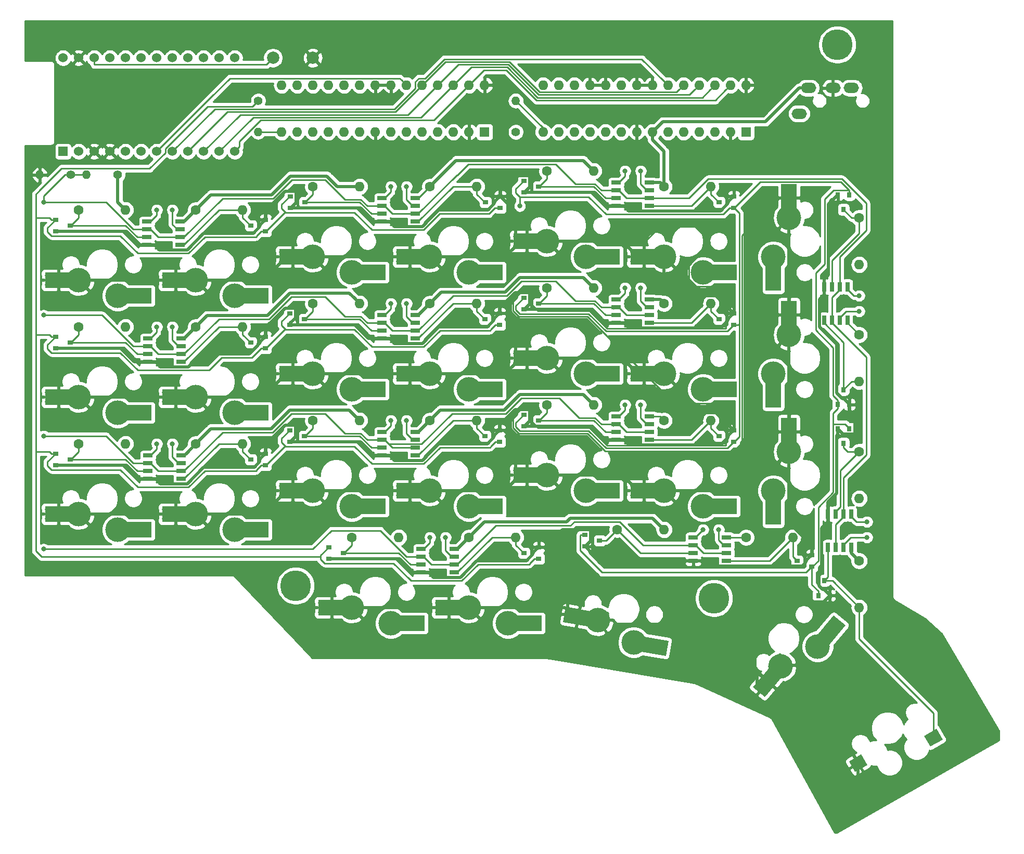
<source format=gbr>
G04 #@! TF.GenerationSoftware,KiCad,Pcbnew,(5.1.2)-1*
G04 #@! TF.CreationDate,2019-11-10T23:35:37+09:00*
G04 #@! TF.ProjectId,pcb2,70636232-2e6b-4696-9361-645f70636258,rev?*
G04 #@! TF.SameCoordinates,Original*
G04 #@! TF.FileFunction,Copper,L1,Top*
G04 #@! TF.FilePolarity,Positive*
%FSLAX46Y46*%
G04 Gerber Fmt 4.6, Leading zero omitted, Abs format (unit mm)*
G04 Created by KiCad (PCBNEW (5.1.2)-1) date 2019-11-10 23:35:37*
%MOMM*%
%LPD*%
G04 APERTURE LIST*
%ADD10C,5.000000*%
%ADD11R,0.900000X0.800000*%
%ADD12R,0.800000X0.900000*%
%ADD13R,4.500000X2.500000*%
%ADD14C,0.800000*%
%ADD15C,4.000000*%
%ADD16O,1.600000X1.600000*%
%ADD17C,1.600000*%
%ADD18C,2.000000*%
%ADD19C,0.100000*%
%ADD20C,2.500000*%
%ADD21R,2.500000X4.500000*%
%ADD22R,1.600000X1.600000*%
%ADD23C,1.524000*%
%ADD24R,1.524000X1.524000*%
%ADD25O,1.400000X1.400000*%
%ADD26C,1.400000*%
%ADD27O,2.500000X1.700000*%
%ADD28R,1.525000X0.650000*%
%ADD29R,0.650000X1.525000*%
%ADD30C,0.250000*%
%ADD31C,0.500000*%
%ADD32C,0.254000*%
G04 APERTURE END LIST*
D10*
X322834000Y84074000D03*
X302768000Y-6096000D03*
X234696000Y-4064000D03*
D11*
X271850000Y1270000D03*
X274250000Y2220000D03*
X274250000Y320000D03*
D12*
X323850000Y27870000D03*
X324800000Y25470000D03*
X322900000Y25470000D03*
D11*
X303600000Y20320000D03*
X306000000Y21270000D03*
X306000000Y19370000D03*
X242500000Y1270000D03*
X240100000Y320000D03*
X240100000Y2220000D03*
D12*
X323850000Y57220000D03*
X322900000Y59620000D03*
X324800000Y59620000D03*
D11*
X274250000Y22860000D03*
X271850000Y21910000D03*
X271850000Y23810000D03*
X227400000Y16510000D03*
X229800000Y17460000D03*
X229800000Y15560000D03*
X303600000Y58420000D03*
X306000000Y59370000D03*
X306000000Y57470000D03*
X303600000Y39370000D03*
X306000000Y40320000D03*
X306000000Y38420000D03*
X198050000Y16510000D03*
X195650000Y15560000D03*
X195650000Y17460000D03*
X274250000Y60960000D03*
X271850000Y60010000D03*
X271850000Y61910000D03*
X274250000Y41910000D03*
X271850000Y40960000D03*
X271850000Y42860000D03*
D12*
X320675000Y-3245000D03*
X321625000Y-5645000D03*
X319725000Y-5645000D03*
D11*
X265570000Y58420000D03*
X267970000Y59370000D03*
X267970000Y57470000D03*
X265500000Y39370000D03*
X267900000Y40320000D03*
X267900000Y38420000D03*
D12*
X323850000Y19120000D03*
X322900000Y21520000D03*
X324800000Y21520000D03*
D11*
X236220000Y58420000D03*
X233820000Y57470000D03*
X233820000Y59370000D03*
X236150000Y39370000D03*
X233750000Y38420000D03*
X233750000Y40320000D03*
X316300000Y0D03*
X318700000Y950000D03*
X318700000Y-950000D03*
X265500000Y20320000D03*
X267900000Y21270000D03*
X267900000Y19370000D03*
X227400000Y35560000D03*
X229800000Y36510000D03*
X229800000Y34610000D03*
X227400000Y54610000D03*
X229800000Y55560000D03*
X229800000Y53660000D03*
X284156804Y3301055D03*
X281756804Y2351055D03*
X281756804Y4251055D03*
X236150000Y20320000D03*
X233750000Y19370000D03*
X233750000Y21270000D03*
X198050000Y35560000D03*
X195650000Y34610000D03*
X195650000Y36510000D03*
X198050000Y54610000D03*
X195650000Y53660000D03*
X195650000Y55560000D03*
D13*
X209042000Y5080000D03*
X196115000Y7620000D03*
D14*
X210820000Y5842000D03*
X194310000Y8382000D03*
X210820000Y4318000D03*
X194310000Y6858000D03*
D15*
X199390000Y7620000D03*
X205740000Y5080000D03*
D13*
X304292000Y8890000D03*
X291365000Y11430000D03*
D14*
X306070000Y9652000D03*
X289560000Y12192000D03*
X306070000Y8128000D03*
X289560000Y10668000D03*
D15*
X294640000Y11430000D03*
X300990000Y8890000D03*
D13*
X285242000Y30480000D03*
X272315000Y33020000D03*
D14*
X287020000Y31242000D03*
X270510000Y33782000D03*
X287020000Y29718000D03*
X270510000Y32258000D03*
D15*
X275590000Y33020000D03*
X281940000Y30480000D03*
D16*
X226060000Y38100000D03*
D17*
X218440000Y38100000D03*
D13*
X209042000Y24130000D03*
X196115000Y26670000D03*
D14*
X210820000Y24892000D03*
X194310000Y27432000D03*
X210820000Y23368000D03*
X194310000Y25908000D03*
D15*
X199390000Y26670000D03*
X205740000Y24130000D03*
D13*
X253492000Y-10160000D03*
X240565000Y-7620000D03*
D14*
X255270000Y-9398000D03*
X238760000Y-6858000D03*
X255270000Y-10922000D03*
X238760000Y-8382000D03*
D15*
X243840000Y-7620000D03*
X250190000Y-10160000D03*
D13*
X247142000Y8890000D03*
X234215000Y11430000D03*
D14*
X248920000Y9652000D03*
X232410000Y12192000D03*
X248920000Y8128000D03*
X232410000Y10668000D03*
D15*
X237490000Y11430000D03*
X243840000Y8890000D03*
D18*
X338481869Y-28819665D03*
D19*
G36*
X338977798Y-27378640D02*
G01*
X339977798Y-29110690D01*
X337985940Y-30260690D01*
X336985940Y-28528640D01*
X338977798Y-27378640D01*
X338977798Y-27378640D01*
G37*
D18*
X326213346Y-32969961D03*
D19*
G36*
X326709275Y-31528936D02*
G01*
X327709275Y-33260986D01*
X325717417Y-34410986D01*
X324717417Y-32678936D01*
X326709275Y-31528936D01*
X326709275Y-31528936D01*
G37*
D20*
X321750088Y-11417232D03*
D19*
G36*
X321261371Y-13944317D02*
G01*
X319346260Y-12337347D01*
X322238805Y-8890147D01*
X324153916Y-10497117D01*
X321261371Y-13944317D01*
X321261371Y-13944317D01*
G37*
D20*
X311495020Y-19687208D03*
D19*
G36*
X311006303Y-22214293D02*
G01*
X309091192Y-20607323D01*
X311983737Y-17160123D01*
X313898848Y-18767093D01*
X311006303Y-22214293D01*
X311006303Y-22214293D01*
G37*
D14*
X322309238Y-9565401D03*
X309751062Y-20580114D03*
X323476690Y-10545010D03*
X310918514Y-21559723D03*
D15*
X313600149Y-17178413D03*
X319627603Y-13946711D03*
D13*
X304292000Y27940000D03*
X291365000Y30480000D03*
D14*
X306070000Y28702000D03*
X289560000Y31242000D03*
X306070000Y27178000D03*
X289560000Y29718000D03*
D15*
X294640000Y30480000D03*
X300990000Y27940000D03*
D21*
X312420000Y27178000D03*
X314960000Y40105000D03*
D14*
X313182000Y25400000D03*
X315722000Y41910000D03*
X311658000Y25400000D03*
X314198000Y41910000D03*
D15*
X314960000Y36830000D03*
X312420000Y30480000D03*
D13*
X228092000Y43180000D03*
X215165000Y45720000D03*
D14*
X229870000Y43942000D03*
X213360000Y46482000D03*
X229870000Y42418000D03*
X213360000Y44958000D03*
D15*
X218440000Y45720000D03*
X224790000Y43180000D03*
D16*
X307975000Y77470000D03*
X274955000Y69850000D03*
X305435000Y77470000D03*
X277495000Y69850000D03*
X302895000Y77470000D03*
X280035000Y69850000D03*
X300355000Y77470000D03*
X282575000Y69850000D03*
X297815000Y77470000D03*
X285115000Y69850000D03*
X295275000Y77470000D03*
X287655000Y69850000D03*
X292735000Y77470000D03*
X290195000Y69850000D03*
X290195000Y77470000D03*
X292735000Y69850000D03*
X287655000Y77470000D03*
X295275000Y69850000D03*
X285115000Y77470000D03*
X297815000Y69850000D03*
X282575000Y77470000D03*
X300355000Y69850000D03*
X280035000Y77470000D03*
X302895000Y69850000D03*
X277495000Y77470000D03*
X305435000Y69850000D03*
X274955000Y77470000D03*
D22*
X307975000Y69850000D03*
D16*
X265430000Y77470000D03*
X232410000Y69850000D03*
X262890000Y77470000D03*
X234950000Y69850000D03*
X260350000Y77470000D03*
X237490000Y69850000D03*
X257810000Y77470000D03*
X240030000Y69850000D03*
X255270000Y77470000D03*
X242570000Y69850000D03*
X252730000Y77470000D03*
X245110000Y69850000D03*
X250190000Y77470000D03*
X247650000Y69850000D03*
X247650000Y77470000D03*
X250190000Y69850000D03*
X245110000Y77470000D03*
X252730000Y69850000D03*
X242570000Y77470000D03*
X255270000Y69850000D03*
X240030000Y77470000D03*
X257810000Y69850000D03*
X237490000Y77470000D03*
X260350000Y69850000D03*
X234950000Y77470000D03*
X262890000Y69850000D03*
X232410000Y77470000D03*
D22*
X265430000Y69850000D03*
D23*
X224790000Y81915000D03*
X222250000Y81915000D03*
X219710000Y81915000D03*
X217170000Y81915000D03*
X214630000Y81915000D03*
X212090000Y81915000D03*
X209550000Y81915000D03*
X207010000Y81915000D03*
X204470000Y81915000D03*
X201930000Y81915000D03*
X199390000Y81915000D03*
X196850000Y81915000D03*
X224790000Y66675000D03*
X222250000Y66675000D03*
X219710000Y66675000D03*
X217170000Y66675000D03*
X214630000Y66675000D03*
X212090000Y66675000D03*
X209550000Y66675000D03*
X207010000Y66675000D03*
X204470000Y66675000D03*
X201930000Y66675000D03*
X199390000Y66675000D03*
D24*
X196850000Y66675000D03*
D13*
X272542000Y-10160000D03*
X259615000Y-7620000D03*
D14*
X274320000Y-9398000D03*
X257810000Y-6858000D03*
X274320000Y-10922000D03*
X257810000Y-8382000D03*
D15*
X262890000Y-7620000D03*
X269240000Y-10160000D03*
D21*
X312427704Y46228000D03*
X314967704Y59155000D03*
D14*
X313189704Y44450000D03*
X315729704Y60960000D03*
X311665704Y44450000D03*
X314205704Y60960000D03*
D15*
X314967704Y55880000D03*
X312427704Y49530000D03*
D13*
X285242000Y11430000D03*
X272315000Y13970000D03*
D14*
X287020000Y12192000D03*
X270510000Y14732000D03*
X287020000Y10668000D03*
X270510000Y13208000D03*
D15*
X275590000Y13970000D03*
X281940000Y11430000D03*
D13*
X228092000Y5080000D03*
X215165000Y7620000D03*
D14*
X229870000Y5842000D03*
X213360000Y8382000D03*
X229870000Y4318000D03*
X213360000Y6858000D03*
D15*
X218440000Y7620000D03*
X224790000Y5080000D03*
D13*
X304292000Y46990000D03*
X291365000Y49530000D03*
D14*
X306070000Y47752000D03*
X289560000Y50292000D03*
X306070000Y46228000D03*
X289560000Y48768000D03*
D15*
X294640000Y49530000D03*
X300990000Y46990000D03*
D13*
X285242000Y49530000D03*
X272315000Y52070000D03*
D14*
X287020000Y50292000D03*
X270510000Y52832000D03*
X287020000Y48768000D03*
X270510000Y51308000D03*
D15*
X275590000Y52070000D03*
X281940000Y49530000D03*
D13*
X266192000Y46990000D03*
X253265000Y49530000D03*
D14*
X267970000Y47752000D03*
X251460000Y50292000D03*
X267970000Y46228000D03*
X251460000Y48768000D03*
D15*
X256540000Y49530000D03*
X262890000Y46990000D03*
D13*
X266192000Y27940000D03*
X253265000Y30480000D03*
D14*
X267970000Y28702000D03*
X251460000Y31242000D03*
X267970000Y27178000D03*
X251460000Y29718000D03*
D15*
X256540000Y30480000D03*
X262890000Y27940000D03*
D21*
X312420000Y8128000D03*
X314960000Y21055000D03*
D14*
X313182000Y6350000D03*
X315722000Y22860000D03*
X311658000Y6350000D03*
X314198000Y22860000D03*
D15*
X314960000Y17780000D03*
X312420000Y11430000D03*
D13*
X247142000Y46990000D03*
X234215000Y49530000D03*
D14*
X248920000Y47752000D03*
X232410000Y50292000D03*
X248920000Y46228000D03*
X232410000Y48768000D03*
D15*
X237490000Y49530000D03*
X243840000Y46990000D03*
D13*
X247142000Y27940000D03*
X234215000Y30480000D03*
D14*
X248920000Y28702000D03*
X232410000Y31242000D03*
X248920000Y27178000D03*
X232410000Y29718000D03*
D15*
X237490000Y30480000D03*
X243840000Y27940000D03*
D13*
X266192000Y8890000D03*
X253265000Y11430000D03*
D14*
X267970000Y9652000D03*
X251460000Y12192000D03*
X267970000Y8128000D03*
X251460000Y10668000D03*
D15*
X256540000Y11430000D03*
X262890000Y8890000D03*
D13*
X228092000Y24130000D03*
X215165000Y26670000D03*
D14*
X229870000Y24892000D03*
X213360000Y27432000D03*
X229870000Y23368000D03*
X213360000Y25908000D03*
D15*
X218440000Y26670000D03*
X224790000Y24130000D03*
D20*
X292929215Y-13870392D03*
D19*
G36*
X290496337Y-14710693D02*
G01*
X290930458Y-12248674D01*
X295362093Y-13030091D01*
X294927972Y-15492110D01*
X290496337Y-14710693D01*
X290496337Y-14710693D01*
G37*
D20*
X280639672Y-9124230D03*
D19*
G36*
X278206794Y-9964531D02*
G01*
X278640915Y-7502512D01*
X283072550Y-8283929D01*
X282638429Y-10745948D01*
X278206794Y-9964531D01*
X278206794Y-9964531D01*
G37*
D14*
X294812523Y-13428715D03*
X278994414Y-8060372D03*
X294547883Y-14929562D03*
X278729774Y-9561219D03*
D15*
X283864917Y-9692928D03*
X289677380Y-13297006D03*
D18*
X230990000Y81915000D03*
X237490000Y81915000D03*
D13*
X209042000Y43180000D03*
X196115000Y45720000D03*
D14*
X210820000Y43942000D03*
X194310000Y46482000D03*
X210820000Y42418000D03*
X194310000Y44958000D03*
D15*
X199390000Y45720000D03*
X205740000Y43180000D03*
D25*
X270510000Y74930000D03*
D26*
X270510000Y69850000D03*
D16*
X251460000Y3810000D03*
D17*
X243840000Y3810000D03*
D16*
X326390000Y48260000D03*
D17*
X326390000Y55880000D03*
D16*
X283210000Y25400000D03*
D17*
X275590000Y25400000D03*
D16*
X207010000Y19050000D03*
D17*
X199390000Y19050000D03*
D16*
X283210000Y63500000D03*
D17*
X275590000Y63500000D03*
D16*
X283210000Y44450000D03*
D17*
X275590000Y44450000D03*
D16*
X326390000Y10160000D03*
D17*
X326390000Y17780000D03*
D16*
X245110000Y60960000D03*
D17*
X237490000Y60960000D03*
D16*
X245110000Y41910000D03*
D17*
X237490000Y41910000D03*
D16*
X294640000Y5080000D03*
D17*
X287020000Y5080000D03*
D16*
X245110000Y22860000D03*
D17*
X237490000Y22860000D03*
D25*
X228600000Y69850000D03*
D26*
X228600000Y74930000D03*
D16*
X207010000Y38100000D03*
D17*
X199390000Y38100000D03*
D16*
X207010000Y57150000D03*
D17*
X199390000Y57150000D03*
D27*
X316620000Y72830000D03*
X318120000Y77030000D03*
X322120000Y77030000D03*
X325120000Y77030000D03*
D28*
X260522000Y1905000D03*
X260522000Y635000D03*
X260522000Y-635000D03*
X260522000Y-1905000D03*
X255098000Y-1905000D03*
X255098000Y-635000D03*
X255098000Y635000D03*
X255098000Y1905000D03*
D29*
X324485000Y39198000D03*
X323215000Y39198000D03*
X321945000Y39198000D03*
X320675000Y39198000D03*
X320675000Y44622000D03*
X321945000Y44622000D03*
X323215000Y44622000D03*
X324485000Y44622000D03*
D28*
X292272000Y23495000D03*
X292272000Y22225000D03*
X292272000Y20955000D03*
X292272000Y19685000D03*
X286848000Y19685000D03*
X286848000Y20955000D03*
X286848000Y22225000D03*
X286848000Y23495000D03*
X216072000Y17145000D03*
X216072000Y15875000D03*
X216072000Y14605000D03*
X216072000Y13335000D03*
X210648000Y13335000D03*
X210648000Y14605000D03*
X210648000Y15875000D03*
X210648000Y17145000D03*
X292272000Y61595000D03*
X292272000Y60325000D03*
X292272000Y59055000D03*
X292272000Y57785000D03*
X286848000Y57785000D03*
X286848000Y59055000D03*
X286848000Y60325000D03*
X286848000Y61595000D03*
X292272000Y42545000D03*
X292272000Y41275000D03*
X292272000Y40005000D03*
X292272000Y38735000D03*
X286848000Y38735000D03*
X286848000Y40005000D03*
X286848000Y41275000D03*
X286848000Y42545000D03*
D29*
X325120000Y2196000D03*
X323850000Y2196000D03*
X322580000Y2196000D03*
X321310000Y2196000D03*
X321310000Y7620000D03*
X322580000Y7620000D03*
X323850000Y7620000D03*
X325120000Y7620000D03*
D28*
X254172000Y59055000D03*
X254172000Y57785000D03*
X254172000Y56515000D03*
X254172000Y55245000D03*
X248748000Y55245000D03*
X248748000Y56515000D03*
X248748000Y57785000D03*
X248748000Y59055000D03*
X254172000Y40005000D03*
X254172000Y38735000D03*
X254172000Y37465000D03*
X254172000Y36195000D03*
X248748000Y36195000D03*
X248748000Y37465000D03*
X248748000Y38735000D03*
X248748000Y40005000D03*
X304800000Y3810000D03*
X304800000Y2540000D03*
X304800000Y1270000D03*
X304800000Y0D03*
X299376000Y0D03*
X299376000Y1270000D03*
X299376000Y2540000D03*
X299376000Y3810000D03*
X254172000Y20955000D03*
X254172000Y19685000D03*
X254172000Y18415000D03*
X254172000Y17145000D03*
X248748000Y17145000D03*
X248748000Y18415000D03*
X248748000Y19685000D03*
X248748000Y20955000D03*
X216072000Y36195000D03*
X216072000Y34925000D03*
X216072000Y33655000D03*
X216072000Y32385000D03*
X210648000Y32385000D03*
X210648000Y33655000D03*
X210648000Y34925000D03*
X210648000Y36195000D03*
X215900000Y55245000D03*
X215900000Y53975000D03*
X215900000Y52705000D03*
X215900000Y51435000D03*
X210476000Y51435000D03*
X210476000Y52705000D03*
X210476000Y53975000D03*
X210476000Y55245000D03*
D16*
X270510000Y3810000D03*
D17*
X262890000Y3810000D03*
D16*
X326390000Y29210000D03*
D17*
X326390000Y36830000D03*
D16*
X302260000Y22860000D03*
D17*
X294640000Y22860000D03*
D16*
X226060000Y19050000D03*
D17*
X218440000Y19050000D03*
D16*
X302260000Y60960000D03*
D17*
X294640000Y60960000D03*
D16*
X302260000Y41910000D03*
D17*
X294640000Y41910000D03*
D16*
X326390000Y-7620000D03*
D17*
X326390000Y0D03*
D16*
X264160000Y60960000D03*
D17*
X256540000Y60960000D03*
D16*
X264160000Y41910000D03*
D17*
X256540000Y41910000D03*
D16*
X315595000Y3810000D03*
D17*
X307975000Y3810000D03*
D16*
X264160000Y22860000D03*
D17*
X256540000Y22860000D03*
D16*
X226060000Y57150000D03*
D17*
X218440000Y57150000D03*
D25*
X193040000Y62865000D03*
D26*
X198120000Y62865000D03*
D25*
X200660000Y62865000D03*
D26*
X205740000Y62865000D03*
D14*
X193675000Y1905000D03*
X193675000Y40005000D03*
X193675000Y58420000D03*
X193675000Y20320000D03*
X325664300Y-36285700D03*
X214630000Y19050000D03*
X212090000Y19050000D03*
X259080000Y3810000D03*
X326390000Y40640000D03*
X290830000Y25400000D03*
X288290000Y25400000D03*
X327660000Y3810000D03*
X290830000Y63500000D03*
X252730000Y60960000D03*
X256540000Y3810000D03*
X214630000Y57150000D03*
X214630000Y38100000D03*
X288290000Y63500000D03*
X290830000Y44450000D03*
X250190000Y22860000D03*
X250190000Y60960000D03*
X252730000Y41910000D03*
X252730000Y22860000D03*
X303530000Y5080000D03*
X288290000Y44450000D03*
X212090000Y38100000D03*
X212090000Y57150000D03*
X327660000Y6350000D03*
X250190000Y41910000D03*
X326390000Y43180000D03*
X300990000Y5080000D03*
X271145000Y57785000D03*
D30*
X292272000Y20955000D02*
X292709500Y20955000D01*
X291259500Y20955000D02*
X292272000Y20955000D01*
X287285500Y22225000D02*
X288555500Y20955000D01*
X288555500Y20955000D02*
X291259500Y20955000D01*
X286848000Y22225000D02*
X287285500Y22225000D01*
X253159500Y37465000D02*
X254172000Y37465000D01*
X249185500Y38735000D02*
X250455500Y37465000D01*
X250455500Y37465000D02*
X253159500Y37465000D01*
X248748000Y38735000D02*
X249185500Y38735000D01*
X259509500Y-635000D02*
X260522000Y-635000D01*
X255535500Y635000D02*
X256805500Y-635000D01*
X256805500Y-635000D02*
X259509500Y-635000D01*
X255098000Y635000D02*
X255535500Y635000D01*
X253159500Y18415000D02*
X254172000Y18415000D01*
X249185500Y19685000D02*
X250455500Y18415000D01*
X250455500Y18415000D02*
X253159500Y18415000D01*
X248748000Y19685000D02*
X249185500Y19685000D01*
X253159500Y56515000D02*
X254172000Y56515000D01*
X249185500Y57785000D02*
X250455500Y56515000D01*
X250455500Y56515000D02*
X253159500Y56515000D01*
X248748000Y57785000D02*
X249185500Y57785000D01*
X215059500Y33655000D02*
X216072000Y33655000D01*
X211085500Y34925000D02*
X212355500Y33655000D01*
X212355500Y33655000D02*
X215059500Y33655000D01*
X210648000Y34925000D02*
X211085500Y34925000D01*
X215059500Y14605000D02*
X216072000Y14605000D01*
X212355500Y14605000D02*
X215059500Y14605000D01*
X211085500Y15875000D02*
X212355500Y14605000D01*
X210648000Y15875000D02*
X211085500Y15875000D01*
X246381410Y57785000D02*
X248748000Y57785000D01*
X245296401Y58870009D02*
X246381410Y57785000D01*
X239539999Y62085001D02*
X242754990Y58870010D01*
X211085500Y53975000D02*
X212355500Y52705000D01*
X210648000Y53975000D02*
X211085500Y53975000D01*
X212355500Y52705000D02*
X216509500Y52705000D01*
X216509500Y52705000D02*
X222847019Y59042519D01*
X242754990Y58870010D02*
X245296401Y58870009D01*
X254609500Y56515000D02*
X254172000Y56515000D01*
X260947019Y62852519D02*
X254609500Y56515000D01*
X286397990Y60325000D02*
X284481410Y60325000D01*
X284481410Y60325000D02*
X283396401Y61410009D01*
X280219990Y61410010D02*
X277004999Y64625001D01*
X283396401Y61410009D02*
X280219990Y61410010D01*
X284480705Y41275705D02*
X284481410Y41275000D01*
X284480705Y41275705D02*
X286397990Y41275705D01*
X286397990Y41275705D02*
X286397990Y41088600D01*
X292272000Y59055000D02*
X292709500Y59055000D01*
X291259500Y59055000D02*
X292272000Y59055000D01*
X287285500Y60325000D02*
X288555500Y59055000D01*
X288555500Y59055000D02*
X291259500Y59055000D01*
X286848000Y60325000D02*
X287285500Y60325000D01*
X292272000Y40005000D02*
X292709500Y40005000D01*
X291259500Y40005000D02*
X292272000Y40005000D01*
X287285500Y41275000D02*
X288555500Y40005000D01*
X288555500Y40005000D02*
X291259500Y40005000D01*
X286848000Y41275000D02*
X287285500Y41275000D01*
X303787500Y1270000D02*
X304800000Y1270000D01*
X301083500Y1270000D02*
X303787500Y1270000D01*
X299813500Y2540000D02*
X301083500Y1270000D01*
X299376000Y2540000D02*
X299813500Y2540000D01*
X260959500Y-635000D02*
X260522000Y-635000D01*
X291225002Y2540000D02*
X287415002Y6350000D01*
X287415002Y6350000D02*
X280035000Y6350000D01*
X299376000Y2540000D02*
X291225002Y2540000D01*
X280035000Y6350000D02*
X279400000Y5715000D01*
X279400000Y5715000D02*
X267309500Y5715000D01*
X267309500Y5715000D02*
X260959500Y-635000D01*
X321945000Y40210500D02*
X321945000Y39198000D01*
X321945000Y42914500D02*
X321945000Y40210500D01*
X323215000Y44184500D02*
X321945000Y42914500D01*
X323215000Y44622000D02*
X323215000Y44184500D01*
X322580000Y3208500D02*
X322580000Y2196000D01*
X322580000Y5912500D02*
X322580000Y3208500D01*
X323850000Y7182500D02*
X322580000Y5912500D01*
X323850000Y7620000D02*
X323850000Y7182500D01*
X321945000Y38760500D02*
X321945000Y39198000D01*
X327515001Y33190499D02*
X321945000Y38760500D01*
X323850000Y13574998D02*
X327515001Y17239999D01*
X323850000Y7620000D02*
X323850000Y13574998D01*
X327515001Y17239999D02*
X327515001Y33190499D01*
X248431409Y4935001D02*
X240520001Y4935001D01*
X255098000Y635000D02*
X252731410Y635000D01*
X252731410Y635000D02*
X248431409Y4935001D01*
X208281410Y34925000D02*
X203201410Y40005000D01*
X210648000Y34925000D02*
X208281410Y34925000D01*
X237490000Y1905000D02*
X240520001Y4935001D01*
X193675000Y1905000D02*
X193675000Y1905000D01*
X203836410Y20320000D02*
X194076410Y20320000D01*
X210648000Y15875000D02*
X208281410Y15875000D01*
X208281410Y15875000D02*
X203836410Y20320000D01*
X194310000Y40005000D02*
X193675000Y40005000D01*
X194310000Y40005000D02*
X193810010Y40005000D01*
X203201410Y40005000D02*
X194310000Y40005000D01*
X208281410Y53975000D02*
X210476000Y53975000D01*
X203836410Y58420000D02*
X208281410Y53975000D01*
X193675000Y58420000D02*
X203836410Y58420000D01*
X304800000Y1270000D02*
X304397498Y1270000D01*
X323215000Y49528590D02*
X323215000Y44622000D01*
X298689998Y59055000D02*
X301815008Y62180010D01*
X292272000Y59055000D02*
X298689998Y59055000D01*
X301815008Y62180010D02*
X323576400Y62180010D01*
X323576400Y62180010D02*
X327515001Y58241409D01*
X327515001Y58241409D02*
X327515001Y53828591D01*
X327515001Y53828591D02*
X323215000Y49528590D01*
X198120000Y62865000D02*
X200660000Y62865000D01*
X193675000Y59170000D02*
X193675000Y58420000D01*
X193675000Y59409949D02*
X193675000Y59170000D01*
X197130051Y62865000D02*
X193675000Y59409949D01*
X198120000Y62865000D02*
X197130051Y62865000D01*
X193675000Y1905000D02*
X237490000Y1905000D01*
X193675000Y40005000D02*
X193675000Y40005000D01*
X193675000Y58420000D02*
X193675000Y58420000D01*
X194076410Y20320000D02*
X193675000Y20320000D01*
X284480705Y22225705D02*
X286210885Y22225705D01*
X286210885Y22225705D02*
X286397990Y22038600D01*
X283396401Y23310009D02*
X284480705Y22225705D01*
X280854990Y23310010D02*
X283396401Y23310009D01*
X277639999Y26525001D02*
X280854990Y23310010D01*
X255194501Y19034999D02*
X260144503Y23985001D01*
X249800503Y19034999D02*
X255194501Y19034999D01*
X250420502Y18415000D02*
X249800503Y19034999D01*
X254172000Y18415000D02*
X250420502Y18415000D01*
X280219990Y42360010D02*
X283396401Y42360009D01*
X283396401Y42360009D02*
X284480705Y41275705D01*
X254172000Y37465000D02*
X254609500Y37465000D01*
X254609500Y37465000D02*
X260324500Y43180000D01*
X277004999Y45575001D02*
X280219990Y42360010D01*
X246381410Y19685000D02*
X248748000Y19685000D01*
X245296401Y20770009D02*
X246381410Y19685000D01*
X216072000Y14605000D02*
X216509500Y14605000D01*
X216509500Y14605000D02*
X222847019Y20942519D01*
X242754990Y20770010D02*
X245296401Y20770009D01*
X239539999Y23985001D02*
X242754990Y20770010D01*
X233991813Y23985001D02*
X234805001Y23985001D01*
X230949331Y20942519D02*
X233991813Y23985001D01*
X222847019Y20942519D02*
X230949331Y20942519D01*
X234393589Y23985001D02*
X234805001Y23985001D01*
X234805001Y23985001D02*
X239539999Y23985001D01*
X260144503Y23985001D02*
X268901815Y23985001D01*
X271441815Y26525001D02*
X273194999Y26525001D01*
X268901815Y23985001D02*
X271441815Y26525001D01*
X272568591Y26525001D02*
X273194999Y26525001D01*
X273194999Y26525001D02*
X277639999Y26525001D01*
X222847019Y59042519D02*
X231019331Y59042519D01*
X234061813Y62085001D02*
X235094999Y62085001D01*
X231019331Y59042519D02*
X234061813Y62085001D01*
X234171411Y62085001D02*
X235094999Y62085001D01*
X235094999Y62085001D02*
X239539999Y62085001D01*
X262745001Y64625001D02*
X276715001Y64625001D01*
X260972519Y62852519D02*
X262745001Y64625001D01*
X260947019Y62852519D02*
X260972519Y62852519D01*
X277004999Y64625001D02*
X276715001Y64625001D01*
X245296401Y39820009D02*
X246381410Y38735000D01*
X242754990Y39820010D02*
X245296401Y39820009D01*
X246381410Y38735000D02*
X248748000Y38735000D01*
X216072000Y33655000D02*
X216509500Y33655000D01*
X216509500Y33655000D02*
X222224500Y39370000D01*
X222224500Y39370000D02*
X230326812Y39370000D01*
X230326812Y39370000D02*
X233991813Y43035001D01*
X233991813Y43035001D02*
X239539999Y43035001D01*
X239539999Y43035001D02*
X242754990Y39820010D01*
X260324500Y43180000D02*
X269046814Y43180000D01*
X271441815Y45575001D02*
X273194999Y45575001D01*
X269046814Y43180000D02*
X271441815Y45575001D01*
X272568591Y45575001D02*
X273194999Y45575001D01*
X273194999Y45575001D02*
X277004999Y45575001D01*
X292272000Y23495000D02*
X292735000Y23495000D01*
X292272000Y42545000D02*
X292735000Y42545000D01*
X292272000Y61595000D02*
X292735000Y61595000D01*
X254172000Y40005000D02*
X254635000Y40005000D01*
X254635000Y40005000D02*
X255740001Y41110001D01*
X255740001Y41110001D02*
X256540000Y41910000D01*
X260522000Y1905000D02*
X260985000Y1905000D01*
X254172000Y20955000D02*
X254635000Y20955000D01*
X254635000Y20955000D02*
X255740001Y22060001D01*
X255740001Y22060001D02*
X256540000Y22860000D01*
X254172000Y59055000D02*
X254635000Y59055000D01*
X254635000Y59055000D02*
X255740001Y60160001D01*
X255740001Y60160001D02*
X256540000Y60960000D01*
X216072000Y55245000D02*
X216535000Y55245000D01*
X216535000Y55245000D02*
X217640001Y56350001D01*
X217640001Y56350001D02*
X218440000Y57150000D01*
X216072000Y36195000D02*
X216535000Y36195000D01*
X216535000Y36195000D02*
X217640001Y37300001D01*
X217640001Y37300001D02*
X218440000Y38100000D01*
X294005000Y23495000D02*
X294640000Y22860000D01*
X292272000Y23495000D02*
X294005000Y23495000D01*
X304800000Y3810000D02*
X307975000Y3810000D01*
X326390000Y36855500D02*
X326390000Y36830000D01*
X324485000Y38760500D02*
X326390000Y36855500D01*
X324485000Y39198000D02*
X324485000Y38760500D01*
X316620000Y77030000D02*
X315934999Y76344999D01*
D31*
X292735000Y69850000D02*
X292735000Y68580000D01*
X294640000Y66675000D02*
X294640000Y60960000D01*
X292735000Y68580000D02*
X294640000Y66675000D01*
X294005000Y61595000D02*
X292272000Y61595000D01*
X294640000Y60960000D02*
X294005000Y61595000D01*
X205740000Y58420000D02*
X207010000Y57150000D01*
X205740000Y62865000D02*
X205740000Y58420000D01*
X218440000Y57150000D02*
X216535000Y55245000D01*
X216535000Y55245000D02*
X215900000Y55245000D01*
X241478186Y60960000D02*
X245110000Y60960000D01*
X239778175Y62660011D02*
X241478186Y60960000D01*
X218440000Y57150000D02*
X220907529Y59617529D01*
X260780011Y65200011D02*
X256540000Y60960000D01*
X283210000Y63500000D02*
X281509989Y65200011D01*
X281509989Y65200011D02*
X260780011Y65200011D01*
X294005000Y42545000D02*
X294640000Y41910000D01*
X292272000Y42545000D02*
X294005000Y42545000D01*
X325120000Y1270000D02*
X326390000Y0D01*
X325120000Y2196000D02*
X325120000Y1270000D01*
X279340010Y6925010D02*
X278765000Y6350000D01*
X292794990Y6925010D02*
X279340010Y6925010D01*
X294640000Y5080000D02*
X292794990Y6925010D01*
X265430000Y6350000D02*
X262890000Y3810000D01*
X278765000Y6350000D02*
X265430000Y6350000D01*
X262890000Y3810000D02*
X260985000Y1905000D01*
X256540000Y22860000D02*
X254635000Y20955000D01*
X245110000Y22860000D02*
X243409991Y24560009D01*
X218440000Y19050000D02*
X216852500Y17462500D01*
D30*
X216072000Y17145000D02*
X216535000Y17145000D01*
D31*
X216535000Y17145000D02*
X216852500Y17462500D01*
X218440000Y38100000D02*
X216535000Y36195000D01*
X256540000Y41910000D02*
X254635000Y40005000D01*
X311119990Y71529990D02*
X316620000Y77030000D01*
X294414990Y71529990D02*
X311119990Y71529990D01*
X292735000Y69850000D02*
X294414990Y71529990D01*
X316620000Y77030000D02*
X318120000Y77030000D01*
X234745009Y24560009D02*
X234110009Y24560009D01*
X243409991Y24560009D02*
X236015009Y24560009D01*
X236015009Y24560009D02*
X234745009Y24560009D01*
X220907529Y21517529D02*
X218440000Y19050000D01*
X230711155Y21517529D02*
X220907529Y21517529D01*
X236015009Y24560009D02*
X233753635Y24560009D01*
X233753635Y24560009D02*
X230711155Y21517529D01*
X258240011Y24560011D02*
X256540000Y22860000D01*
X268663639Y24560011D02*
X258240011Y24560011D01*
X271203639Y27100011D02*
X268663639Y24560011D01*
X283210000Y25400000D02*
X281509989Y27100011D01*
X281509989Y27100011D02*
X271203639Y27100011D01*
X233823637Y62660011D02*
X234519989Y62660011D01*
X230781155Y59617529D02*
X233823637Y62660011D01*
X220907529Y59617529D02*
X230781155Y59617529D01*
X233933235Y62660011D02*
X234519989Y62660011D01*
X234519989Y62660011D02*
X239778175Y62660011D01*
X244310001Y42709999D02*
X245110000Y41910000D01*
X243409989Y43610011D02*
X244310001Y42709999D01*
X233753637Y43610011D02*
X243409989Y43610011D01*
X230088636Y39945010D02*
X233753637Y43610011D01*
X220285010Y39945010D02*
X230088636Y39945010D01*
X218440000Y38100000D02*
X220285010Y39945010D01*
X257339999Y42709999D02*
X256540000Y41910000D01*
X258385010Y43755010D02*
X257339999Y42709999D01*
X268808638Y43755010D02*
X258385010Y43755010D01*
X271203639Y46150011D02*
X268808638Y43755010D01*
X281509989Y46150011D02*
X271203639Y46150011D01*
X283210000Y44450000D02*
X281509989Y46150011D01*
D30*
X287285500Y19685000D02*
X286848000Y19685000D01*
X287285500Y38735000D02*
X286848000Y38735000D01*
X267900000Y40320000D02*
X267850000Y40320000D01*
X249185500Y36195000D02*
X248748000Y36195000D01*
X237490000Y30480000D02*
X253265000Y30480000D01*
X255535500Y-1905000D02*
X255098000Y-1905000D01*
X243840000Y-7620000D02*
X259615000Y-7620000D01*
X249185500Y17145000D02*
X248748000Y17145000D01*
X267900000Y59370000D02*
X267850000Y59370000D01*
X249185500Y55245000D02*
X248748000Y55245000D01*
X237490000Y49530000D02*
X253265000Y49530000D01*
X211085500Y51435000D02*
X210648000Y51435000D01*
X199390000Y45720000D02*
X215165000Y45720000D01*
X229800000Y36510000D02*
X229750000Y36510000D01*
X211085500Y32385000D02*
X210648000Y32385000D01*
X199390000Y7620000D02*
X215165000Y7620000D01*
X221268427Y7620000D02*
X218440000Y7620000D01*
X229405000Y7620000D02*
X221268427Y7620000D01*
X233215000Y11430000D02*
X229405000Y7620000D01*
X234215000Y11430000D02*
X233215000Y11430000D01*
X267950000Y40320000D02*
X267900000Y40320000D01*
X271315000Y52070000D02*
X272315000Y52070000D01*
X268775000Y49530000D02*
X271315000Y52070000D01*
X256540000Y49530000D02*
X268775000Y49530000D01*
X286848000Y57785000D02*
X287285500Y57785000D01*
X293354999Y38084999D02*
X293370000Y38100000D01*
X324555000Y25470000D02*
X324800000Y25470000D01*
X320675000Y45634500D02*
X320675000Y44622000D01*
X287782000Y52070000D02*
X289560000Y50292000D01*
X275590000Y52070000D02*
X287782000Y52070000D01*
X314960000Y29578998D02*
X314960000Y21055000D01*
X314960000Y36830000D02*
X314960000Y29578998D01*
X282531805Y4911056D02*
X282466805Y4976056D01*
X272315000Y52070000D02*
X275590000Y52070000D01*
X234215000Y49530000D02*
X237490000Y49530000D01*
X253265000Y49530000D02*
X256540000Y49530000D01*
X291365000Y49530000D02*
X294640000Y49530000D01*
X196115000Y45720000D02*
X199390000Y45720000D01*
X215165000Y45720000D02*
X218440000Y45720000D01*
X314960000Y40105000D02*
X314960000Y36830000D01*
X272315000Y33020000D02*
X275590000Y33020000D01*
X253265000Y30480000D02*
X256540000Y30480000D01*
X291365000Y30480000D02*
X294640000Y30480000D01*
X196115000Y26670000D02*
X199390000Y26670000D01*
X314960000Y21055000D02*
X314960000Y17780000D01*
X272315000Y13970000D02*
X275590000Y13970000D01*
X234215000Y11430000D02*
X237490000Y11430000D01*
X253265000Y11430000D02*
X256540000Y11430000D01*
X291365000Y11430000D02*
X294640000Y11430000D01*
X196115000Y7620000D02*
X199390000Y7620000D01*
X215165000Y7620000D02*
X218440000Y7620000D01*
X240565000Y-7620000D02*
X243840000Y-7620000D01*
X259615000Y-7620000D02*
X262890000Y-7620000D01*
X283296219Y-9124230D02*
X283864917Y-9692928D01*
X280639672Y-9124230D02*
X283296219Y-9124230D01*
X313600149Y-17582079D02*
X313600149Y-17178413D01*
X311495020Y-19687208D02*
X313600149Y-17582079D01*
X252222000Y30480000D02*
X251460000Y29718000D01*
X253265000Y30480000D02*
X252222000Y30480000D01*
X195072000Y26670000D02*
X194310000Y27432000D01*
X195072000Y26670000D02*
X194310000Y25908000D01*
X196115000Y26670000D02*
X195072000Y26670000D01*
X314967704Y60198000D02*
X315729704Y60960000D01*
X314967704Y60198000D02*
X314205704Y60960000D01*
X314967704Y59155000D02*
X314967704Y60198000D01*
X314967704Y40112704D02*
X314960000Y40105000D01*
X314967704Y59155000D02*
X314967704Y52062296D01*
X314967704Y55880000D02*
X314967704Y52062296D01*
X314967704Y52062296D02*
X314967704Y40112704D01*
X212090000Y26670000D02*
X215165000Y26670000D01*
X199390000Y26670000D02*
X212090000Y26670000D01*
X259715000Y30480000D02*
X237490000Y30480000D01*
X234215000Y30480000D02*
X259715000Y30480000D01*
X267900000Y21270000D02*
X268600000Y21270000D01*
X274250000Y2220000D02*
X274950000Y2220000D01*
D31*
X209371814Y51435000D02*
X210476000Y51435000D01*
X207146814Y53660000D02*
X209371814Y51435000D01*
X195650000Y53660000D02*
X207146814Y53660000D01*
X209385500Y13335000D02*
X210648000Y13335000D01*
X209371814Y13335000D02*
X209385500Y13335000D01*
X207146814Y15560000D02*
X209371814Y13335000D01*
X195650000Y15560000D02*
X207146814Y15560000D01*
X199390000Y7620000D02*
X218440000Y7620000D01*
X232010001Y10268001D02*
X232410000Y10668000D01*
X229362000Y7620000D02*
X232010001Y10268001D01*
X218440000Y7620000D02*
X229362000Y7620000D01*
X250698000Y11430000D02*
X253265000Y11430000D01*
X237490000Y11430000D02*
X250698000Y11430000D01*
X253835500Y-1905000D02*
X255098000Y-1905000D01*
X253821814Y-1905000D02*
X253835500Y-1905000D01*
X251596814Y320000D02*
X253821814Y-1905000D01*
X240100000Y320000D02*
X251596814Y320000D01*
X268732000Y11430000D02*
X270510000Y13208000D01*
X256540000Y11430000D02*
X268732000Y11430000D01*
X289160001Y12591999D02*
X289560000Y12192000D01*
X287782000Y13970000D02*
X289160001Y12591999D01*
X275590000Y13970000D02*
X287782000Y13970000D01*
X308610000Y11430000D02*
X314960000Y17780000D01*
X294640000Y11430000D02*
X308610000Y11430000D01*
X318700000Y1850000D02*
X318700000Y950000D01*
X318700000Y2555002D02*
X318700000Y1850000D01*
X314960000Y6295002D02*
X318700000Y2555002D01*
X314960000Y17780000D02*
X314960000Y6295002D01*
X300638500Y0D02*
X299376000Y0D01*
X301488501Y-850001D02*
X300638500Y0D01*
X317110001Y-850001D02*
X301488501Y-850001D01*
X317750000Y-210002D02*
X317110001Y-850001D01*
X317750000Y50000D02*
X317750000Y-210002D01*
X318650000Y950000D02*
X317750000Y50000D01*
X318700000Y950000D02*
X318650000Y950000D01*
X282706804Y1451055D02*
X281806804Y2351055D01*
X282706804Y1401055D02*
X282706804Y1451055D01*
X284107859Y0D02*
X282706804Y1401055D01*
X299376000Y0D02*
X284107859Y0D01*
X278081056Y5101056D02*
X275200000Y2220000D01*
X282566805Y5101056D02*
X278081056Y5101056D01*
X282656805Y5011056D02*
X282566805Y5101056D01*
X282656805Y3201056D02*
X282656805Y5011056D01*
X281806804Y2351055D02*
X282656805Y3201056D01*
X281756804Y2351055D02*
X281806804Y2351055D01*
X278920000Y-1500000D02*
X278920000Y-1750000D01*
X275200000Y2220000D02*
X278920000Y-1500000D01*
X274250000Y2220000D02*
X275200000Y2220000D01*
D30*
X274950000Y2220000D02*
X278920000Y-1750000D01*
D31*
X278994414Y-7494687D02*
X278994414Y-8060372D01*
X278994414Y-1824414D02*
X278994414Y-7494687D01*
X278920000Y-1750000D02*
X278994414Y-1824414D01*
X278554042Y-7620000D02*
X278994414Y-8060372D01*
X262890000Y-7620000D02*
X278554042Y-7620000D01*
X309751062Y-20014429D02*
X309751062Y-20580114D01*
X309751062Y-17943250D02*
X309751062Y-20014429D01*
X302162338Y-10354526D02*
X309751062Y-17943250D01*
X286942537Y-10354526D02*
X302162338Y-10354526D01*
X286280939Y-9692928D02*
X286942537Y-10354526D01*
X283864917Y-9692928D02*
X286280939Y-9692928D01*
X326213346Y-35736654D02*
X325664300Y-36285700D01*
X326213346Y-32969961D02*
X326213346Y-35736654D01*
X309638055Y-13475491D02*
X309638055Y-14211945D01*
X316404273Y-6709273D02*
X309638055Y-13475491D01*
X320610727Y-6709273D02*
X316404273Y-6709273D01*
X321625000Y-5695000D02*
X320610727Y-6709273D01*
X321625000Y-5645000D02*
X321625000Y-5695000D01*
X310537051Y-18729239D02*
X311495020Y-19687208D01*
X309416406Y-17608594D02*
X310537051Y-18729239D01*
X309416406Y-14433594D02*
X309416406Y-17608594D01*
X309638055Y-14211945D02*
X309416406Y-14433594D01*
X217029999Y12559999D02*
X219710000Y15240000D01*
X212685501Y12559999D02*
X217029999Y12559999D01*
X211910500Y13335000D02*
X212685501Y12559999D01*
X210648000Y13335000D02*
X211910500Y13335000D01*
X229750000Y17460000D02*
X229800000Y17460000D01*
X228850000Y16560000D02*
X229750000Y17460000D01*
X228850000Y16123186D02*
X228850000Y16560000D01*
X227966814Y15240000D02*
X228850000Y16123186D01*
X219710000Y15240000D02*
X227966814Y15240000D01*
X247485500Y17145000D02*
X248748000Y17145000D01*
X247471814Y17145000D02*
X247485500Y17145000D01*
X245246814Y19370000D02*
X247471814Y17145000D01*
X233750000Y19370000D02*
X245246814Y19370000D01*
X229800000Y18360000D02*
X229800000Y17460000D01*
X232939999Y22120001D02*
X229800000Y18980002D01*
X234560001Y22120001D02*
X232939999Y22120001D01*
X229800000Y18980002D02*
X229800000Y18360000D01*
X234650001Y22030001D02*
X234560001Y22120001D01*
X234650001Y20220001D02*
X234650001Y22030001D01*
X233800000Y19370000D02*
X234650001Y20220001D01*
X233750000Y19370000D02*
X233800000Y19370000D01*
X250010500Y17145000D02*
X248748000Y17145000D01*
X250785501Y16369999D02*
X250010500Y17145000D01*
X255294501Y16369999D02*
X250785501Y16369999D01*
X267900000Y21270000D02*
X267850000Y21270000D01*
X267850000Y21270000D02*
X266950000Y20370000D01*
X266950000Y20370000D02*
X266950000Y20109998D01*
X266950000Y20109998D02*
X265890002Y19050000D01*
X265890002Y19050000D02*
X257974502Y19050000D01*
X257974502Y19050000D02*
X255294501Y16369999D01*
X267950000Y21270000D02*
X268600000Y21270000D01*
X267900000Y21270000D02*
X267950000Y21270000D01*
X270510000Y15297685D02*
X270510000Y14732000D01*
X270510000Y19360000D02*
X270510000Y15297685D01*
X268600000Y21270000D02*
X270510000Y19360000D01*
X285585500Y19685000D02*
X286848000Y19685000D01*
X284658186Y19685000D02*
X285585500Y19685000D01*
X282433186Y21910000D02*
X284658186Y19685000D01*
X271850000Y21910000D02*
X282433186Y21910000D01*
X267900000Y22170000D02*
X267900000Y21270000D01*
X270390001Y24660001D02*
X267900000Y22170000D01*
X272660001Y24660001D02*
X270390001Y24660001D01*
X272750001Y24570001D02*
X272660001Y24660001D01*
X272750001Y22760001D02*
X272750001Y24570001D01*
X271900000Y21910000D02*
X272750001Y22760001D01*
X271850000Y21910000D02*
X271900000Y21910000D01*
X305050000Y20370000D02*
X305950000Y21270000D01*
X305050000Y20080002D02*
X305050000Y20370000D01*
X303879997Y18909999D02*
X305050000Y20080002D01*
X288885501Y18909999D02*
X303879997Y18909999D01*
X288110500Y19685000D02*
X288885501Y18909999D01*
X286848000Y19685000D02*
X288110500Y19685000D01*
X305950000Y21270000D02*
X306000000Y21270000D01*
X303090000Y24130000D02*
X305950000Y21270000D01*
X300990000Y24130000D02*
X303090000Y24130000D01*
X294640000Y30480000D02*
X300990000Y24130000D01*
X303109999Y43160001D02*
X305950000Y40320000D01*
X298181572Y43160001D02*
X303109999Y43160001D01*
X294640000Y46701573D02*
X298181572Y43160001D01*
X294640000Y49530000D02*
X294640000Y46701573D01*
X314960000Y42656592D02*
X314960000Y40105000D01*
X314967704Y42664296D02*
X314960000Y42656592D01*
X314967704Y55880000D02*
X314967704Y42664296D01*
X314960000Y23622000D02*
X314960000Y17780000D01*
X314960000Y36830000D02*
X314960000Y23622000D01*
X257135501Y-2680001D02*
X261479999Y-2680001D01*
X255098000Y-1905000D02*
X256360500Y-1905000D01*
X256360500Y-1905000D02*
X257135501Y-2680001D01*
X274200000Y2220000D02*
X274250000Y2220000D01*
X273300000Y1320000D02*
X274200000Y2220000D01*
X273300000Y1059998D02*
X273300000Y1320000D01*
X272240002Y0D02*
X273300000Y1059998D01*
X264160000Y0D02*
X272240002Y0D01*
X261479999Y-2680001D02*
X264160000Y0D01*
X243840000Y-7620000D02*
X262890000Y-7620000D01*
X278418427Y52070000D02*
X275590000Y52070000D01*
X287825000Y52070000D02*
X278418427Y52070000D01*
X290365000Y49530000D02*
X287825000Y52070000D01*
X291365000Y49530000D02*
X290365000Y49530000D01*
X270110001Y50908001D02*
X270510000Y51308000D01*
X268732000Y49530000D02*
X270110001Y50908001D01*
X256540000Y49530000D02*
X268732000Y49530000D01*
X237490000Y49530000D02*
X256540000Y49530000D01*
X199390000Y45720000D02*
X218440000Y45720000D01*
X199390000Y26670000D02*
X218440000Y26670000D01*
X229362000Y26670000D02*
X232410000Y29718000D01*
X218440000Y26670000D02*
X229362000Y26670000D01*
X215165000Y26670000D02*
X218440000Y26670000D01*
X237490000Y30480000D02*
X256540000Y30480000D01*
X270110001Y31858001D02*
X270510000Y32258000D01*
X268732000Y30480000D02*
X270110001Y31858001D01*
X256540000Y30480000D02*
X268732000Y30480000D01*
X289160001Y31641999D02*
X289560000Y31242000D01*
X287782000Y33020000D02*
X289160001Y31641999D01*
X275590000Y33020000D02*
X287782000Y33020000D01*
X209385500Y32385000D02*
X210648000Y32385000D01*
X208458186Y32385000D02*
X209385500Y32385000D01*
X206233186Y34610000D02*
X208458186Y32385000D01*
X195650000Y34610000D02*
X206233186Y34610000D01*
X270510000Y34347685D02*
X270510000Y33782000D01*
X270510000Y38660000D02*
X270510000Y34347685D01*
X268850000Y40320000D02*
X270510000Y38660000D01*
X267900000Y40320000D02*
X268850000Y40320000D01*
X285585500Y38735000D02*
X286848000Y38735000D01*
X284658186Y38735000D02*
X285585500Y38735000D01*
X282433186Y40960000D02*
X284658186Y38735000D01*
X271850000Y40960000D02*
X282433186Y40960000D01*
X232010001Y48368001D02*
X232410000Y48768000D01*
X229362000Y45720000D02*
X232010001Y48368001D01*
X218440000Y45720000D02*
X229362000Y45720000D01*
X270510000Y53397685D02*
X270510000Y52832000D01*
X270510000Y56880000D02*
X270510000Y53397685D01*
X268020000Y59370000D02*
X270510000Y56880000D01*
X267970000Y59370000D02*
X268020000Y59370000D01*
X217022501Y50659999D02*
X212513501Y50659999D01*
X219702502Y53340000D02*
X217022501Y50659999D01*
X212513501Y50659999D02*
X211738500Y51435000D01*
X227790002Y53340000D02*
X219702502Y53340000D01*
X211738500Y51435000D02*
X210476000Y51435000D01*
X228850000Y54399998D02*
X227790002Y53340000D01*
X228850000Y54660000D02*
X228850000Y54399998D01*
X229750000Y55560000D02*
X228850000Y54660000D01*
X229800000Y55560000D02*
X229750000Y55560000D01*
X234630001Y60220001D02*
X233009999Y60220001D01*
X234720001Y60130001D02*
X234630001Y60220001D01*
X229800000Y56460000D02*
X229800000Y55560000D01*
X234720001Y58320001D02*
X234720001Y60130001D01*
X229800000Y57010002D02*
X229800000Y56460000D01*
X233870000Y57470000D02*
X234720001Y58320001D01*
X233009999Y60220001D02*
X229800000Y57010002D01*
X233820000Y57470000D02*
X233870000Y57470000D01*
X267020000Y58209998D02*
X265960002Y57150000D01*
X267020000Y58470000D02*
X267020000Y58209998D01*
X267970000Y59370000D02*
X267920000Y59370000D01*
X267920000Y59370000D02*
X267020000Y58470000D01*
X250010500Y55245000D02*
X248748000Y55245000D01*
X250785501Y54469999D02*
X250010500Y55245000D01*
X255294501Y54469999D02*
X250785501Y54469999D01*
X257974502Y57150000D02*
X255294501Y54469999D01*
X265960002Y57150000D02*
X257974502Y57150000D01*
X245246814Y57470000D02*
X233820000Y57470000D01*
X247471814Y55245000D02*
X245246814Y57470000D01*
X248748000Y55245000D02*
X247471814Y55245000D01*
X270460001Y62760001D02*
X267970000Y60270000D01*
X272750001Y62670001D02*
X272660001Y62760001D01*
X272750001Y60860001D02*
X272750001Y62670001D01*
X267970000Y60270000D02*
X267970000Y59370000D01*
X272660001Y62760001D02*
X270460001Y62760001D01*
X271900000Y60010000D02*
X272750001Y60860001D01*
X271850000Y60010000D02*
X271900000Y60010000D01*
X285585500Y57785000D02*
X286848000Y57785000D01*
X285571814Y57785000D02*
X285585500Y57785000D01*
X283346814Y60010000D02*
X285571814Y57785000D01*
X271850000Y60010000D02*
X283346814Y60010000D01*
X288110500Y57785000D02*
X286848000Y57785000D01*
X288885501Y57009999D02*
X288110500Y57785000D01*
X303850001Y57009999D02*
X288885501Y57009999D01*
X305050000Y58470000D02*
X305050000Y58209998D01*
X305950000Y59370000D02*
X305050000Y58470000D01*
X305050000Y58209998D02*
X303850001Y57009999D01*
X306000000Y59370000D02*
X305950000Y59370000D01*
X228600000Y35099998D02*
X227155002Y33655000D01*
X229750000Y36510000D02*
X228600000Y35360000D01*
X228600000Y35360000D02*
X228600000Y35099998D01*
X211910500Y32385000D02*
X210648000Y32385000D01*
X212685501Y31609999D02*
X211910500Y32385000D01*
X217194501Y31609999D02*
X212685501Y31609999D01*
X219239502Y33655000D02*
X217194501Y31609999D01*
X227155002Y33655000D02*
X219239502Y33655000D01*
X229800000Y37410000D02*
X229800000Y36510000D01*
X229800000Y38030002D02*
X229800000Y37410000D01*
X232939999Y41170001D02*
X229800000Y38030002D01*
X234560001Y41170001D02*
X232939999Y41170001D01*
X234650001Y41080001D02*
X234560001Y41170001D01*
X234650001Y39559999D02*
X234650001Y41080001D01*
X233750000Y38659998D02*
X234650001Y39559999D01*
X233750000Y38420000D02*
X233750000Y38659998D01*
X247485500Y36195000D02*
X248748000Y36195000D01*
X246558186Y36195000D02*
X247485500Y36195000D01*
X244333186Y38420000D02*
X246558186Y36195000D01*
X233750000Y38420000D02*
X244333186Y38420000D01*
X266950000Y39159998D02*
X265890002Y38100000D01*
X267850000Y40320000D02*
X266950000Y39420000D01*
X266950000Y39420000D02*
X266950000Y39159998D01*
X250010500Y36195000D02*
X248748000Y36195000D01*
X250785501Y35419999D02*
X250010500Y36195000D01*
X255294501Y35419999D02*
X250785501Y35419999D01*
X257974502Y38100000D02*
X255294501Y35419999D01*
X265890002Y38100000D02*
X257974502Y38100000D01*
X270390001Y43710001D02*
X267900000Y41220000D01*
X272660001Y43710001D02*
X270390001Y43710001D01*
X267900000Y41220000D02*
X267900000Y40320000D01*
X272750001Y43620001D02*
X272660001Y43710001D01*
X272750001Y41810001D02*
X272750001Y43620001D01*
X271900000Y40960000D02*
X272750001Y41810001D01*
X271850000Y40960000D02*
X271900000Y40960000D01*
X288110500Y38735000D02*
X286848000Y38735000D01*
X288885501Y37959999D02*
X288110500Y38735000D01*
X303850001Y37959999D02*
X288885501Y37959999D01*
X305050000Y39159998D02*
X303850001Y37959999D01*
X305050000Y39420000D02*
X305050000Y39159998D01*
X305950000Y40320000D02*
X305050000Y39420000D01*
X306000000Y40320000D02*
X305950000Y40320000D01*
X321625000Y-5595000D02*
X321625000Y-5645000D01*
X320725000Y-4695000D02*
X321625000Y-5595000D01*
X320464998Y-4695000D02*
X320725000Y-4695000D01*
X319824999Y-2434999D02*
X319824999Y-4055001D01*
X320300010Y-1959988D02*
X319824999Y-2434999D01*
X319824999Y-4055001D02*
X320464998Y-4695000D01*
X320300010Y5347510D02*
X320300010Y-1959988D01*
X321310000Y6357500D02*
X320300010Y5347510D01*
X321310000Y7620000D02*
X321310000Y6357500D01*
X322900000Y20570000D02*
X322900000Y21520000D01*
X322750009Y20420009D02*
X322900000Y20570000D01*
X322750009Y10961825D02*
X322750009Y20420009D01*
X321310000Y9521816D02*
X322750009Y10961825D01*
X321310000Y7620000D02*
X321310000Y9521816D01*
X324800000Y24520000D02*
X324800000Y25470000D01*
X325650001Y23669999D02*
X324800000Y24520000D01*
X325650001Y20709999D02*
X325650001Y23669999D01*
X325560001Y20619999D02*
X325650001Y20709999D01*
X323750001Y20619999D02*
X325560001Y20619999D01*
X322900000Y21470000D02*
X323750001Y20619999D01*
X322900000Y21520000D02*
X322900000Y21470000D01*
X320675000Y43359500D02*
X320675000Y44622000D01*
X319899999Y42584499D02*
X320675000Y43359500D01*
X319899999Y38075499D02*
X319899999Y42584499D01*
X322705000Y35270498D02*
X319899999Y38075499D01*
X322705000Y27354998D02*
X322705000Y35270498D01*
X323639998Y26420000D02*
X322705000Y27354998D01*
X324800000Y25520000D02*
X323900000Y26420000D01*
X323900000Y26420000D02*
X323639998Y26420000D01*
X324800000Y25470000D02*
X324800000Y25520000D01*
X320675000Y45884500D02*
X320675000Y44622000D01*
X321362509Y46572009D02*
X320675000Y45884500D01*
X321362509Y58032509D02*
X321362509Y46572009D01*
X322900000Y59570000D02*
X321362509Y58032509D01*
X322900000Y59620000D02*
X322900000Y59570000D01*
D30*
X291365000Y51030000D02*
X291365000Y49530000D01*
X291365000Y51841002D02*
X291365000Y51030000D01*
X293912899Y54388901D02*
X291365000Y51841002D01*
X299687099Y54388901D02*
X293912899Y54388901D01*
X302106001Y51969999D02*
X299687099Y54388901D01*
X302106001Y51547003D02*
X302106001Y51969999D01*
X298664999Y48106001D02*
X302106001Y51547003D01*
X298664999Y45873999D02*
X298664999Y48106001D01*
X299873999Y44664999D02*
X298664999Y45873999D01*
X302106001Y44664999D02*
X299873999Y44664999D01*
X304728589Y42042411D02*
X302106001Y44664999D01*
X304728589Y37834999D02*
X304728589Y42042411D01*
X285381411Y37834999D02*
X304728589Y37834999D01*
X282531401Y40685009D02*
X285381411Y37834999D01*
X274139991Y40685009D02*
X282531401Y40685009D01*
X272625001Y42199999D02*
X274139991Y40685009D01*
X272625001Y43520001D02*
X272625001Y42199999D01*
X272560001Y43585001D02*
X272625001Y43520001D01*
X271139999Y43585001D02*
X272560001Y43585001D01*
X270059990Y42504992D02*
X271139999Y43585001D01*
X270059990Y40678598D02*
X270059990Y42504992D01*
X270953598Y39784990D02*
X270059990Y40678598D01*
X282158601Y39784989D02*
X270953598Y39784990D01*
X296328591Y25614999D02*
X282158601Y39784989D01*
X302106001Y25614999D02*
X296328591Y25614999D01*
X304728589Y22992411D02*
X302106001Y25614999D01*
X304728589Y18784999D02*
X304728589Y22992411D01*
X285381411Y18784999D02*
X304728589Y18784999D01*
X282531401Y21635009D02*
X285381411Y18784999D01*
X274139991Y21635009D02*
X282531401Y21635009D01*
X272625001Y23149999D02*
X274139991Y21635009D01*
X272625001Y24470001D02*
X272625001Y23149999D01*
X272560001Y24535001D02*
X272625001Y24470001D01*
X271139999Y24535001D02*
X272560001Y24535001D01*
X270059990Y23454992D02*
X271139999Y24535001D01*
X270059990Y21628598D02*
X270059990Y23454992D01*
X270953598Y20734990D02*
X270059990Y21628598D01*
X282158601Y20734989D02*
X270953598Y20734990D01*
X285008610Y17884980D02*
X282158601Y20734989D01*
X305949982Y17884980D02*
X285008610Y17884980D01*
X307317010Y19252008D02*
X305949982Y17884980D01*
X307317010Y53004306D02*
X307317010Y19252008D01*
X313467704Y59155000D02*
X307317010Y53004306D01*
X314967704Y59155000D02*
X313467704Y59155000D01*
X314967704Y55880000D02*
X314967704Y59155000D01*
X222224500Y57150000D02*
X216509500Y51435000D01*
X216509500Y51435000D02*
X216072000Y51435000D01*
X226060000Y57150000D02*
X222224500Y57150000D01*
X227350000Y54610000D02*
X227400000Y54610000D01*
X226060000Y55900000D02*
X227350000Y54610000D01*
X226060000Y57150000D02*
X226060000Y55900000D01*
X224790000Y43180000D02*
X228092000Y43180000D01*
X222224500Y38100000D02*
X216509500Y32385000D01*
X216509500Y32385000D02*
X216072000Y32385000D01*
X226060000Y38100000D02*
X222224500Y38100000D01*
X227350000Y35560000D02*
X227400000Y35560000D01*
X226060000Y36850000D02*
X227350000Y35560000D01*
X226060000Y38100000D02*
X226060000Y36850000D01*
X224790000Y24130000D02*
X228092000Y24130000D01*
X260324500Y22860000D02*
X254609500Y17145000D01*
X254609500Y17145000D02*
X254172000Y17145000D01*
X264160000Y22860000D02*
X260324500Y22860000D01*
X265450000Y20320000D02*
X265500000Y20320000D01*
X264160000Y21610000D02*
X265450000Y20320000D01*
X264160000Y22860000D02*
X264160000Y21610000D01*
X262890000Y8890000D02*
X266192000Y8890000D01*
X311785000Y0D02*
X315595000Y3810000D01*
X304800000Y0D02*
X311785000Y0D01*
X316250000Y0D02*
X316300000Y0D01*
X315595000Y655000D02*
X316250000Y0D01*
X315595000Y3810000D02*
X315595000Y655000D01*
X319627603Y-13539717D02*
X319627603Y-13946711D01*
X321750088Y-11417232D02*
X319627603Y-13539717D01*
X260324500Y41910000D02*
X254609500Y36195000D01*
X254609500Y36195000D02*
X254172000Y36195000D01*
X264160000Y41910000D02*
X260324500Y41910000D01*
X265450000Y39370000D02*
X265500000Y39370000D01*
X264160000Y40660000D02*
X265450000Y39370000D01*
X264160000Y41910000D02*
X264160000Y40660000D01*
X262890000Y27940000D02*
X266192000Y27940000D01*
X260324500Y60960000D02*
X254609500Y55245000D01*
X254609500Y55245000D02*
X254172000Y55245000D01*
X264160000Y60960000D02*
X260324500Y60960000D01*
X265450000Y58420000D02*
X265500000Y58420000D01*
X264160000Y59710000D02*
X265450000Y58420000D01*
X264160000Y60960000D02*
X264160000Y59710000D01*
X262890000Y46990000D02*
X266192000Y46990000D01*
X292709500Y38735000D02*
X292272000Y38735000D01*
X299085000Y38735000D02*
X302260000Y41910000D01*
X292272000Y38735000D02*
X299085000Y38735000D01*
X303550000Y39370000D02*
X303600000Y39370000D01*
X302260000Y40660000D02*
X303550000Y39370000D01*
X302260000Y41910000D02*
X302260000Y40660000D01*
X300990000Y27940000D02*
X304292000Y27940000D01*
X292709500Y57785000D02*
X292272000Y57785000D01*
X299085000Y57785000D02*
X302260000Y60960000D01*
X292272000Y57785000D02*
X299085000Y57785000D01*
X303550000Y58420000D02*
X303600000Y58420000D01*
X302260000Y59710000D02*
X303550000Y58420000D01*
X302260000Y60960000D02*
X302260000Y59710000D01*
X300990000Y46990000D02*
X304292000Y46990000D01*
X216509500Y13335000D02*
X216072000Y13335000D01*
X222224500Y19050000D02*
X216509500Y13335000D01*
X226060000Y19050000D02*
X222224500Y19050000D01*
X227350000Y16510000D02*
X227400000Y16510000D01*
X226060000Y17800000D02*
X227350000Y16510000D01*
X226060000Y19050000D02*
X226060000Y17800000D01*
X224790000Y5080000D02*
X228092000Y5080000D01*
X292709500Y19685000D02*
X292272000Y19685000D01*
X299085000Y19685000D02*
X302260000Y22860000D01*
X292272000Y19685000D02*
X299085000Y19685000D01*
X303550000Y20320000D02*
X303600000Y20320000D01*
X302260000Y21610000D02*
X303550000Y20320000D01*
X302260000Y22860000D02*
X302260000Y21610000D01*
X300990000Y8890000D02*
X304292000Y8890000D01*
X266674500Y3810000D02*
X260959500Y-1905000D01*
X260959500Y-1905000D02*
X260522000Y-1905000D01*
X270510000Y3810000D02*
X266674500Y3810000D01*
X271800000Y1270000D02*
X271850000Y1270000D01*
X270510000Y2560000D02*
X271800000Y1270000D01*
X270510000Y3810000D02*
X270510000Y2560000D01*
X269240000Y-10160000D02*
X272542000Y-10160000D01*
X215634500Y15875000D02*
X216072000Y15875000D01*
X214630000Y16879500D02*
X215634500Y15875000D01*
X214630000Y19050000D02*
X214630000Y19050000D01*
X214630000Y19050000D02*
X214630000Y16879500D01*
X198050000Y54610000D02*
X207010000Y54610000D01*
X208915000Y52705000D02*
X210648000Y52705000D01*
X207010000Y54610000D02*
X208915000Y52705000D01*
X199390000Y56018630D02*
X199390000Y57150000D01*
X199390000Y55900000D02*
X199390000Y56018630D01*
X198100000Y54610000D02*
X199390000Y55900000D01*
X198050000Y54610000D02*
X198100000Y54610000D01*
X205740000Y43180000D02*
X209042000Y43180000D01*
X212090000Y18300000D02*
X212090000Y19050000D01*
X212090000Y18149500D02*
X212090000Y18300000D01*
X211085500Y17145000D02*
X212090000Y18149500D01*
X210648000Y17145000D02*
X211085500Y17145000D01*
X212090000Y19050000D02*
X212090000Y19050000D01*
X259080000Y1639500D02*
X260084500Y635000D01*
X259080000Y3810000D02*
X259080000Y3810000D01*
X260084500Y635000D02*
X260522000Y635000D01*
X259080000Y3810000D02*
X259080000Y1639500D01*
X198050000Y35560000D02*
X207010000Y35560000D01*
X208915000Y33655000D02*
X210648000Y33655000D01*
X207010000Y35560000D02*
X208915000Y33655000D01*
X199390000Y36968630D02*
X199390000Y38100000D01*
X199390000Y36850000D02*
X199390000Y36968630D01*
X198100000Y35560000D02*
X199390000Y36850000D01*
X198050000Y35560000D02*
X198100000Y35560000D01*
X205740000Y24130000D02*
X209042000Y24130000D01*
X325640000Y40640000D02*
X326390000Y40640000D01*
X324219500Y40640000D02*
X325640000Y40640000D01*
X323215000Y39635500D02*
X324219500Y40640000D01*
X323215000Y39198000D02*
X323215000Y39635500D01*
X326390000Y40640000D02*
X326390000Y40640000D01*
X290830000Y23229500D02*
X291834500Y22225000D01*
X290830000Y25400000D02*
X290830000Y25400000D01*
X291834500Y22225000D02*
X292272000Y22225000D01*
X290830000Y25400000D02*
X290830000Y23229500D01*
X236150000Y20320000D02*
X245110000Y20320000D01*
X247015000Y18415000D02*
X248748000Y18415000D01*
X245110000Y20320000D02*
X247015000Y18415000D01*
X237490000Y21728630D02*
X237490000Y22860000D01*
X237490000Y21610000D02*
X237490000Y21728630D01*
X236200000Y20320000D02*
X237490000Y21610000D01*
X236150000Y20320000D02*
X236200000Y20320000D01*
X243840000Y8890000D02*
X247142000Y8890000D01*
X287285500Y23495000D02*
X288290000Y24499500D01*
X288290000Y24650000D02*
X288290000Y25400000D01*
X286848000Y23495000D02*
X287285500Y23495000D01*
X288290000Y24499500D02*
X288290000Y24650000D01*
X288290000Y25400000D02*
X288290000Y25400000D01*
X326910000Y3810000D02*
X327660000Y3810000D01*
X325026500Y3810000D02*
X326910000Y3810000D01*
X323850000Y2633500D02*
X325026500Y3810000D01*
X323850000Y2196000D02*
X323850000Y2633500D01*
X327660000Y3810000D02*
X327660000Y3810000D01*
X285241055Y3301055D02*
X287020000Y5080000D01*
X284156804Y3301055D02*
X285241055Y3301055D01*
X290830000Y1270000D02*
X299376000Y1270000D01*
X287020000Y5080000D02*
X290830000Y1270000D01*
X290250766Y-13870392D02*
X289677380Y-13297006D01*
X292929215Y-13870392D02*
X290250766Y-13870392D01*
X290830000Y61329500D02*
X291834500Y60325000D01*
X290830000Y63500000D02*
X290830000Y63500000D01*
X291834500Y60325000D02*
X292272000Y60325000D01*
X290830000Y63500000D02*
X290830000Y61329500D01*
X252730000Y58789500D02*
X253734500Y57785000D01*
X252730000Y60960000D02*
X252730000Y60960000D01*
X253734500Y57785000D02*
X254172000Y57785000D01*
X252730000Y60960000D02*
X252730000Y58789500D01*
X236150000Y39370000D02*
X245110000Y39370000D01*
X247015000Y37465000D02*
X248748000Y37465000D01*
X245110000Y39370000D02*
X247015000Y37465000D01*
X237490000Y40778630D02*
X237490000Y41910000D01*
X237490000Y40660000D02*
X237490000Y40778630D01*
X236200000Y39370000D02*
X237490000Y40660000D01*
X236150000Y39370000D02*
X236200000Y39370000D01*
X243840000Y27940000D02*
X247142000Y27940000D01*
X255535500Y1905000D02*
X256540000Y2909500D01*
X256540000Y3060000D02*
X256540000Y3810000D01*
X255098000Y1905000D02*
X255535500Y1905000D01*
X256540000Y2909500D02*
X256540000Y3060000D01*
X256540000Y3810000D02*
X256540000Y3810000D01*
X215634500Y53975000D02*
X216072000Y53975000D01*
X215462500Y53975000D02*
X215900000Y53975000D01*
X214630000Y54807500D02*
X215462500Y53975000D01*
X214630000Y57150000D02*
X214630000Y57150000D01*
X214630000Y57150000D02*
X214630000Y54807500D01*
X236150000Y58420000D02*
X245110000Y58420000D01*
X247015000Y56515000D02*
X248748000Y56515000D01*
X245110000Y58420000D02*
X247015000Y56515000D01*
X237490000Y59828630D02*
X237490000Y60960000D01*
X237490000Y59710000D02*
X237490000Y59828630D01*
X236200000Y58420000D02*
X237490000Y59710000D01*
X236150000Y58420000D02*
X236200000Y58420000D01*
X243840000Y46990000D02*
X247142000Y46990000D01*
X214630000Y35929500D02*
X215634500Y34925000D01*
X214630000Y38100000D02*
X214630000Y38100000D01*
X215634500Y34925000D02*
X216072000Y34925000D01*
X214630000Y38100000D02*
X214630000Y35929500D01*
X287285500Y61595000D02*
X288290000Y62599500D01*
X288290000Y62750000D02*
X288290000Y63500000D01*
X286848000Y61595000D02*
X287285500Y61595000D01*
X288290000Y62599500D02*
X288290000Y62750000D01*
X288290000Y63500000D02*
X288290000Y63500000D01*
X274250000Y41910000D02*
X283210000Y41910000D01*
X285115000Y40005000D02*
X286848000Y40005000D01*
X283210000Y41910000D02*
X285115000Y40005000D01*
X275590000Y43318630D02*
X275590000Y44450000D01*
X275590000Y43200000D02*
X275590000Y43318630D01*
X274300000Y41910000D02*
X275590000Y43200000D01*
X274250000Y41910000D02*
X274300000Y41910000D01*
X285242000Y30480000D02*
X281940000Y30480000D01*
X290830000Y42279500D02*
X291834500Y41275000D01*
X290830000Y44450000D02*
X290830000Y44450000D01*
X291834500Y41275000D02*
X292272000Y41275000D01*
X290830000Y44450000D02*
X290830000Y42279500D01*
X249185500Y20955000D02*
X250190000Y21959500D01*
X250190000Y22110000D02*
X250190000Y22860000D01*
X248748000Y20955000D02*
X249185500Y20955000D01*
X250190000Y21959500D02*
X250190000Y22110000D01*
X250190000Y22860000D02*
X250190000Y22860000D01*
X274250000Y60960000D02*
X283210000Y60960000D01*
X285115000Y59055000D02*
X286848000Y59055000D01*
X283210000Y60960000D02*
X285115000Y59055000D01*
X275590000Y62368630D02*
X275590000Y63500000D01*
X275590000Y62250000D02*
X275590000Y62368630D01*
X274300000Y60960000D02*
X275590000Y62250000D01*
X274250000Y60960000D02*
X274300000Y60960000D01*
X285242000Y49530000D02*
X281940000Y49530000D01*
X249185500Y59055000D02*
X250190000Y60059500D01*
X250190000Y60210000D02*
X250190000Y60960000D01*
X248748000Y59055000D02*
X249185500Y59055000D01*
X250190000Y60059500D02*
X250190000Y60210000D01*
X250190000Y60960000D02*
X250190000Y60960000D01*
X252730000Y39739500D02*
X253734500Y38735000D01*
X252730000Y41910000D02*
X252730000Y41910000D01*
X253734500Y38735000D02*
X254172000Y38735000D01*
X252730000Y41910000D02*
X252730000Y39739500D01*
X199390000Y17918630D02*
X199390000Y19050000D01*
X199390000Y17800000D02*
X199390000Y17918630D01*
X198100000Y16510000D02*
X199390000Y17800000D01*
X198050000Y16510000D02*
X198100000Y16510000D01*
X198050000Y16510000D02*
X207010000Y16510000D01*
X208915000Y14605000D02*
X210648000Y14605000D01*
X207010000Y16510000D02*
X208915000Y14605000D01*
X209042000Y5080000D02*
X205740000Y5080000D01*
X252730000Y20689500D02*
X253734500Y19685000D01*
X252730000Y22860000D02*
X252730000Y22860000D01*
X253734500Y19685000D02*
X254172000Y19685000D01*
X252730000Y22860000D02*
X252730000Y20689500D01*
X304362500Y2540000D02*
X304800000Y2540000D01*
X303530000Y3372500D02*
X304362500Y2540000D01*
X303530000Y5080000D02*
X303530000Y5080000D01*
X303530000Y5080000D02*
X303530000Y3372500D01*
X274250000Y22860000D02*
X283210000Y22860000D01*
X285115000Y20955000D02*
X286848000Y20955000D01*
X283210000Y22860000D02*
X285115000Y20955000D01*
X275590000Y24268630D02*
X275590000Y25400000D01*
X275590000Y24150000D02*
X275590000Y24268630D01*
X274300000Y22860000D02*
X275590000Y24150000D01*
X274250000Y22860000D02*
X274300000Y22860000D01*
X285242000Y11430000D02*
X281940000Y11430000D01*
X287285500Y42545000D02*
X288290000Y43549500D01*
X288290000Y43700000D02*
X288290000Y44450000D01*
X286848000Y42545000D02*
X287285500Y42545000D01*
X288290000Y43549500D02*
X288290000Y43700000D01*
X288290000Y44450000D02*
X288290000Y44450000D01*
X211085500Y36195000D02*
X212090000Y37199500D01*
X212090000Y37350000D02*
X212090000Y38100000D01*
X210648000Y36195000D02*
X211085500Y36195000D01*
X212090000Y37199500D02*
X212090000Y37350000D01*
X212090000Y38100000D02*
X212090000Y38100000D01*
X242500000Y1270000D02*
X251460000Y1270000D01*
X253365000Y-635000D02*
X255098000Y-635000D01*
X251460000Y1270000D02*
X253365000Y-635000D01*
X243840000Y2678630D02*
X243840000Y3810000D01*
X243840000Y2560000D02*
X243840000Y2678630D01*
X242550000Y1270000D02*
X243840000Y2560000D01*
X242500000Y1270000D02*
X242550000Y1270000D01*
X253492000Y-10160000D02*
X250190000Y-10160000D01*
X211085500Y55245000D02*
X212090000Y56249500D01*
X212090000Y56400000D02*
X212090000Y57150000D01*
X210648000Y55245000D02*
X211085500Y55245000D01*
X212090000Y56249500D02*
X212090000Y56400000D01*
X212090000Y57150000D02*
X212090000Y57150000D01*
X326910000Y6350000D02*
X327660000Y6350000D01*
X325952500Y6350000D02*
X326910000Y6350000D01*
X325120000Y7182500D02*
X325952500Y6350000D01*
X325120000Y7620000D02*
X325120000Y7182500D01*
X327660000Y6350000D02*
X327660000Y6350000D01*
X249185500Y40005000D02*
X250190000Y41009500D01*
X250190000Y41160000D02*
X250190000Y41910000D01*
X248748000Y40005000D02*
X249185500Y40005000D01*
X250190000Y41009500D02*
X250190000Y41160000D01*
X250190000Y41910000D02*
X250190000Y41910000D01*
X325640000Y43180000D02*
X326390000Y43180000D01*
X325489500Y43180000D02*
X325640000Y43180000D01*
X324485000Y44184500D02*
X325489500Y43180000D01*
X324485000Y44622000D02*
X324485000Y44184500D01*
X326390000Y43180000D02*
X326390000Y43180000D01*
X299720000Y3810000D02*
X300990000Y5080000D01*
X299376000Y3810000D02*
X299720000Y3810000D01*
X300990000Y5080000D02*
X300990000Y5080000D01*
X232410000Y39030000D02*
X232410000Y38324998D01*
X233700000Y40320000D02*
X232410000Y39030000D01*
X233750000Y40320000D02*
X233700000Y40320000D01*
X232410000Y38324998D02*
X233039999Y37694999D01*
X267200000Y38420000D02*
X267900000Y38420000D01*
X232410000Y58080000D02*
X232410000Y57374998D01*
X233700000Y59370000D02*
X232410000Y58080000D01*
X233750000Y59370000D02*
X233700000Y59370000D01*
X232410000Y57374998D02*
X233039999Y56744999D01*
X229100000Y53660000D02*
X229800000Y53660000D01*
X229100000Y34610000D02*
X229800000Y34610000D01*
X240050000Y2220000D02*
X238760000Y930000D01*
X250595001Y-405001D02*
X253195010Y-3005010D01*
X240100000Y2220000D02*
X240050000Y2220000D01*
X238760000Y224998D02*
X239389999Y-405001D01*
X239389999Y-405001D02*
X250595001Y-405001D01*
X232410000Y19980000D02*
X232410000Y19274998D01*
X233700000Y21270000D02*
X232410000Y19980000D01*
X233750000Y21270000D02*
X233700000Y21270000D01*
X232410000Y19274998D02*
X233039999Y18644999D01*
X267200000Y19370000D02*
X267900000Y19370000D01*
X229100000Y15560000D02*
X229800000Y15560000D01*
X232934999Y18644999D02*
X233039999Y18644999D01*
X229850000Y15560000D02*
X232934999Y18644999D01*
X229800000Y15560000D02*
X229850000Y15560000D01*
X229850000Y34610000D02*
X229800000Y34610000D01*
X232934999Y37694999D02*
X229850000Y34610000D01*
X233039999Y37694999D02*
X232934999Y37694999D01*
X229850000Y53660000D02*
X229800000Y53660000D01*
X232934999Y56744999D02*
X229850000Y53660000D01*
X233039999Y56744999D02*
X232934999Y56744999D01*
X238760000Y224998D02*
X238760000Y930000D01*
X238465000Y635000D02*
X238760000Y635000D01*
X193359998Y635000D02*
X192405000Y1589998D01*
X200025000Y635000D02*
X193359998Y635000D01*
X200025000Y635000D02*
X238465000Y635000D01*
X199014998Y635000D02*
X200025000Y635000D01*
X194630000Y17780000D02*
X192405000Y17780000D01*
X194950000Y17460000D02*
X194630000Y17780000D01*
X195650000Y17460000D02*
X194950000Y17460000D01*
X192405000Y1589998D02*
X192405000Y17780000D01*
X194630000Y36830000D02*
X192405000Y36830000D01*
X194950000Y36510000D02*
X194630000Y36830000D01*
X195650000Y36510000D02*
X194950000Y36510000D01*
X192405000Y17780000D02*
X192405000Y36830000D01*
X194630000Y55880000D02*
X192405000Y55880000D01*
X194950000Y55560000D02*
X194630000Y55880000D01*
X195650000Y55560000D02*
X194950000Y55560000D01*
X192405000Y59690000D02*
X192405000Y59055000D01*
X192405000Y59055000D02*
X192405000Y55245000D01*
X192405000Y36830000D02*
X192405000Y55245000D01*
X192405000Y55245000D02*
X192405000Y55880000D01*
X193675000Y60960000D02*
X193040000Y60325000D01*
X193040000Y60325000D02*
X192405000Y59690000D01*
X213508119Y66484357D02*
X210913763Y63890001D01*
X213508119Y67161881D02*
X213508119Y66484357D01*
X196605001Y63890001D02*
X193040000Y60325000D01*
X210913763Y63890001D02*
X196605001Y63890001D01*
X220351286Y74005048D02*
X213508119Y67161881D01*
X227675050Y74005050D02*
X220351286Y74005048D01*
X228600000Y74930000D02*
X227675050Y74005050D01*
X228204990Y14664990D02*
X229007500Y15467500D01*
X208995011Y11984989D02*
X217268175Y11984989D01*
X219948176Y14664990D02*
X228204990Y14664990D01*
X194939999Y14834999D02*
X206145001Y14834999D01*
X194310000Y15464998D02*
X194939999Y14834999D01*
X206145001Y14834999D02*
X208995011Y11984989D01*
X195600000Y17460000D02*
X194310000Y16170000D01*
X195650000Y17460000D02*
X195600000Y17460000D01*
X229007500Y15467500D02*
X229100000Y15560000D01*
X217268175Y11984989D02*
X219948176Y14664990D01*
X194310000Y16170000D02*
X194310000Y15464998D01*
X228329990Y14789990D02*
X229007500Y15467500D01*
X266429990Y18599990D02*
X266790000Y18960000D01*
X266790000Y18960000D02*
X267200000Y19370000D01*
X244245001Y18644999D02*
X233039999Y18644999D01*
X247095011Y15794989D02*
X244245001Y18644999D01*
X255532677Y15794989D02*
X247095011Y15794989D01*
X258212678Y18474990D02*
X255532677Y15794989D01*
X266304990Y18474990D02*
X258212678Y18474990D01*
X266790000Y18960000D02*
X266304990Y18474990D01*
X272779990Y-450010D02*
X273550000Y320000D01*
X253445011Y-3255011D02*
X261718175Y-3255011D01*
X253195010Y-3005010D02*
X253445011Y-3255011D01*
X261718175Y-3255011D02*
X264398176Y-575010D01*
X273550000Y320000D02*
X274250000Y320000D01*
X272654990Y-575010D02*
X273550000Y320000D01*
X264398176Y-575010D02*
X272654990Y-575010D01*
X229007500Y53567500D02*
X229100000Y53660000D01*
X228329990Y52889990D02*
X229007500Y53567500D01*
X195600000Y55560000D02*
X195650000Y55560000D01*
X194310000Y54270000D02*
X195600000Y55560000D01*
X194939999Y52934999D02*
X194310000Y53564998D01*
X229007500Y53567500D02*
X228204990Y52764990D01*
X228204990Y52764990D02*
X219940678Y52764990D01*
X194310000Y53564998D02*
X194310000Y54270000D01*
X217260677Y50084989D02*
X208995011Y50084989D01*
X219940678Y52764990D02*
X217260677Y50084989D01*
X208995011Y50084989D02*
X206145001Y52934999D01*
X206145001Y52934999D02*
X194939999Y52934999D01*
X244245001Y56744999D02*
X233039999Y56744999D01*
X267970000Y57470000D02*
X267093188Y57470000D01*
X267093188Y57470000D02*
X266138188Y56515000D01*
X266138188Y56515000D02*
X258152688Y56515000D01*
X258152688Y56515000D02*
X255532677Y53894989D01*
X255532677Y53894989D02*
X247095011Y53894989D01*
X247095011Y53894989D02*
X244245001Y56744999D01*
X228690000Y34200000D02*
X229100000Y34610000D01*
X228329990Y33839990D02*
X228690000Y34200000D01*
X194310000Y35220000D02*
X195600000Y36510000D01*
X194310000Y34514998D02*
X194310000Y35220000D01*
X194939999Y33884999D02*
X194310000Y34514998D01*
X228690000Y34200000D02*
X227569990Y33079990D01*
X227569990Y33079990D02*
X222688016Y33079990D01*
X222688016Y33079990D02*
X220643015Y31034989D01*
X195600000Y36510000D02*
X195650000Y36510000D01*
X220643015Y31034989D02*
X208995011Y31034989D01*
X208995011Y31034989D02*
X206145001Y33884999D01*
X206145001Y33884999D02*
X194939999Y33884999D01*
X266304990Y37524990D02*
X266790000Y38010000D01*
X258212678Y37524990D02*
X266304990Y37524990D01*
X255532677Y34844989D02*
X258212678Y37524990D01*
X247095011Y34844989D02*
X255532677Y34844989D01*
X244245001Y37694999D02*
X247095011Y34844989D01*
X233039999Y37694999D02*
X244245001Y37694999D01*
X266429990Y37649990D02*
X266790000Y38010000D01*
X266790000Y38010000D02*
X267200000Y38420000D01*
X305950000Y19370000D02*
X306000000Y19370000D01*
X271800000Y61910000D02*
X270510000Y60620000D01*
X271850000Y61910000D02*
X271800000Y61910000D01*
X270510000Y60620000D02*
X270510000Y59914998D01*
X270510000Y59914998D02*
X271139999Y59284999D01*
X305950000Y38420000D02*
X306000000Y38420000D01*
X280981803Y1691054D02*
X284577857Y-1905000D01*
X280981803Y4176054D02*
X280981803Y1691054D01*
X281756804Y4251055D02*
X281056804Y4251055D01*
X281056804Y4251055D02*
X280981803Y4176054D01*
X284577857Y-1905000D02*
X316865000Y-1905000D01*
X324800000Y59620000D02*
X324800000Y59570000D01*
X324800000Y59620000D02*
X324800000Y60320000D01*
X324800000Y60320000D02*
X324724999Y60395001D01*
X324724999Y60395001D02*
X322239999Y60395001D01*
X323389999Y61730001D02*
X310310001Y61730001D01*
X324724999Y60395001D02*
X323389999Y61730001D01*
X322174999Y22230001D02*
X322174999Y11200001D01*
X322239999Y22295001D02*
X322174999Y22230001D01*
X324074999Y22295001D02*
X322239999Y22295001D01*
X324800000Y21520000D02*
X324800000Y21570000D01*
X324800000Y21570000D02*
X324074999Y22295001D01*
X322174999Y11200001D02*
X319725000Y8750002D01*
X318750000Y-950000D02*
X318700000Y-950000D01*
X319725000Y25000D02*
X318750000Y-950000D01*
X319725000Y8750002D02*
X319725000Y25000D01*
X318700000Y-1600000D02*
X318700000Y-950000D01*
X318700000Y-3920000D02*
X318700000Y-1600000D01*
X319725000Y-4945000D02*
X318700000Y-3920000D01*
X319725000Y-5645000D02*
X319725000Y-4945000D01*
X317695000Y-1905000D02*
X316865000Y-1905000D01*
X318650000Y-950000D02*
X317695000Y-1905000D01*
X318700000Y-950000D02*
X318650000Y-950000D01*
X310310001Y61730001D02*
X306050000Y57470000D01*
X306050000Y19370000D02*
X306000000Y19370000D01*
X306867001Y20187001D02*
X306050000Y19370000D01*
X306050000Y57470000D02*
X306867001Y56652999D01*
X306000000Y57470000D02*
X306050000Y57470000D01*
X306852999Y38572999D02*
X306867001Y38572999D01*
X306700000Y38420000D02*
X306852999Y38572999D01*
X306000000Y38420000D02*
X306700000Y38420000D01*
X306867001Y56652999D02*
X306867001Y38572999D01*
X306867001Y38572999D02*
X306867001Y20187001D01*
X322174999Y24044999D02*
X322174999Y22230001D01*
X322900000Y24770000D02*
X322174999Y24044999D01*
X322900000Y25470000D02*
X322900000Y24770000D01*
X271139999Y57905001D02*
X271139999Y59284999D01*
X271145000Y57900000D02*
X271139999Y57905001D01*
X271145000Y57785000D02*
X271145000Y57900000D01*
X305164989Y18584989D02*
X305532500Y18952500D01*
X305532500Y18952500D02*
X305950000Y19370000D01*
X271800000Y23810000D02*
X271850000Y23810000D01*
X270510000Y22520000D02*
X271800000Y23810000D01*
X305532500Y18952500D02*
X304914989Y18334989D01*
X304914989Y18334989D02*
X285195011Y18334989D01*
X285195011Y18334989D02*
X282345001Y21184999D01*
X282345001Y21184999D02*
X271139999Y21184999D01*
X271139999Y21184999D02*
X270510000Y21814998D01*
X270510000Y21814998D02*
X270510000Y22520000D01*
X282345001Y59284999D02*
X271139999Y59284999D01*
X285195011Y56434989D02*
X282345001Y59284999D01*
X304264989Y56434989D02*
X285195011Y56434989D01*
X305300000Y57470000D02*
X304264989Y56434989D01*
X306000000Y57470000D02*
X305300000Y57470000D01*
X305164989Y37634989D02*
X305532500Y38002500D01*
X305532500Y38002500D02*
X305950000Y38420000D01*
X270510000Y41570000D02*
X271800000Y42860000D01*
X305532500Y38002500D02*
X304914989Y37384989D01*
X304914989Y37384989D02*
X285195011Y37384989D01*
X285195011Y37384989D02*
X282345001Y40234999D01*
X282345001Y40234999D02*
X271139999Y40234999D01*
X271800000Y42860000D02*
X271850000Y42860000D01*
X271139999Y40234999D02*
X270510000Y40864998D01*
X270510000Y40864998D02*
X270510000Y41570000D01*
X322900000Y26170000D02*
X322900000Y25470000D01*
X319324989Y37543601D02*
X322129990Y34738600D01*
X322129990Y34738600D02*
X322129990Y26940010D01*
X322129990Y26940010D02*
X322900000Y26170000D01*
X320787499Y48373909D02*
X320787499Y58942501D01*
X319324989Y46911399D02*
X320787499Y48373909D01*
X319324989Y37543601D02*
X319324989Y46911399D01*
X322239999Y60395001D02*
X320787499Y58942501D01*
X225551999Y68319001D02*
X228987998Y71755000D01*
X224790000Y66675000D02*
X225551999Y67436999D01*
X225551999Y67436999D02*
X225551999Y68319001D01*
X257175000Y71755000D02*
X262890000Y77470000D01*
X228987998Y71755000D02*
X257175000Y71755000D01*
X304635001Y76670001D02*
X305435000Y77470000D01*
X302959969Y74994969D02*
X304635001Y76670001D01*
X273855799Y74994969D02*
X302959969Y74994969D01*
X268920798Y79929970D02*
X273855799Y74994969D01*
X265349970Y79929970D02*
X268920798Y79929970D01*
X262890000Y77470000D02*
X265349970Y79929970D01*
X259550001Y76670001D02*
X260350000Y77470000D01*
X255085010Y72205010D02*
X259550001Y76670001D01*
X227780010Y72205010D02*
X255085010Y72205010D01*
X222250000Y66675000D02*
X227780010Y72205010D01*
X260350000Y77470000D02*
X263259980Y80379980D01*
X263259980Y80379980D02*
X269107198Y80379980D01*
X302095001Y76670001D02*
X302895000Y77470000D01*
X300869979Y75444979D02*
X302095001Y76670001D01*
X274042199Y75444979D02*
X300869979Y75444979D01*
X269107198Y80379980D02*
X274042199Y75444979D01*
X257010001Y76670001D02*
X257810000Y77470000D01*
X252995020Y72655020D02*
X257010001Y76670001D01*
X225690020Y72655020D02*
X252995020Y72655020D01*
X219710000Y66675000D02*
X225690020Y72655020D01*
X299555001Y76670001D02*
X300355000Y77470000D01*
X298779989Y75894989D02*
X299555001Y76670001D01*
X274228599Y75894989D02*
X298779989Y75894989D01*
X269293598Y80829990D02*
X274228599Y75894989D01*
X261169990Y80829990D02*
X269293598Y80829990D01*
X257810000Y77470000D02*
X261169990Y80829990D01*
X254470001Y76670001D02*
X255270000Y77470000D01*
X250905030Y73105030D02*
X254470001Y76670001D01*
X223600030Y73105030D02*
X250905030Y73105030D01*
X217170000Y66675000D02*
X223600030Y73105030D01*
X297015001Y76670001D02*
X297815000Y77470000D01*
X296689999Y76344999D02*
X297015001Y76670001D01*
X274414999Y76344999D02*
X296689999Y76344999D01*
X269479998Y81280000D02*
X274414999Y76344999D01*
X259080000Y81280000D02*
X269479998Y81280000D01*
X255270000Y77470000D02*
X259080000Y81280000D01*
X294149999Y78595001D02*
X294475001Y78269999D01*
X254144999Y78010001D02*
X254729999Y78595001D01*
X254144999Y76981409D02*
X254144999Y78010001D01*
X250718630Y73555040D02*
X254144999Y76981409D01*
X221510040Y73555040D02*
X250718630Y73555040D01*
X214630000Y66675000D02*
X221510040Y73555040D01*
X294475001Y78269999D02*
X295275000Y77470000D01*
X291014990Y81730010D02*
X294475001Y78269999D01*
X258893600Y81730010D02*
X291014990Y81730010D01*
X255758591Y78595001D02*
X258893600Y81730010D01*
X254729999Y78595001D02*
X255758591Y78595001D01*
X251930001Y78269999D02*
X252730000Y77470000D01*
X251604999Y78595001D02*
X251930001Y78269999D01*
X224010001Y78595001D02*
X251604999Y78595001D01*
X220980000Y75565000D02*
X224010001Y78595001D01*
X220980000Y75565000D02*
X221370001Y75955001D01*
X212090000Y66675000D02*
X220980000Y75565000D01*
X322015000Y-3245000D02*
X326390000Y-7620000D01*
X320675000Y-3245000D02*
X322015000Y-3245000D01*
X321310000Y-2610000D02*
X320675000Y-3245000D01*
X321310000Y2196000D02*
X321310000Y-2610000D01*
X326390000Y-7620000D02*
X326390000Y-12700000D01*
X338481869Y-24791869D02*
X338481869Y-28819665D01*
X326390000Y-12700000D02*
X338481869Y-24791869D01*
X323850000Y27920000D02*
X323850000Y27870000D01*
X325140000Y29210000D02*
X323850000Y27920000D01*
X326390000Y29210000D02*
X325140000Y29210000D01*
X323850000Y28570000D02*
X323850000Y27870000D01*
X312420000Y30480000D02*
X312420000Y27178000D01*
X323850000Y35585500D02*
X323850000Y33655000D01*
X320675000Y38760500D02*
X323850000Y35585500D01*
X320675000Y39198000D02*
X320675000Y38760500D01*
X323850000Y34291410D02*
X323850000Y33655000D01*
X323850000Y33655000D02*
X323850000Y28570000D01*
X325258630Y17780000D02*
X326390000Y17780000D01*
X324490000Y17780000D02*
X325258630Y17780000D01*
X323850000Y18420000D02*
X324490000Y17780000D01*
X323850000Y19120000D02*
X323850000Y18420000D01*
X323350010Y14740010D02*
X326390000Y17780000D01*
X323350010Y8827510D02*
X323350010Y14740010D01*
X322580000Y7620000D02*
X322580000Y8057500D01*
X322580000Y8057500D02*
X323350010Y8827510D01*
X312420000Y8128000D02*
X312420000Y11430000D01*
X325258630Y55880000D02*
X326390000Y55880000D01*
X325140000Y55880000D02*
X325258630Y55880000D01*
X323850000Y57170000D02*
X325140000Y55880000D01*
X323850000Y57220000D02*
X323850000Y57170000D01*
X326390000Y55880000D02*
X326390000Y53340000D01*
X321945000Y48895000D02*
X321945000Y44622000D01*
X326390000Y53340000D02*
X321945000Y48895000D01*
X312427704Y46228000D02*
X312427704Y49530000D01*
X228600000Y69850000D02*
X232410000Y69850000D01*
X274955000Y70485000D02*
X274955000Y69850000D01*
X270510000Y74930000D02*
X274955000Y70485000D01*
X229990001Y80915001D02*
X230990000Y81915000D01*
X229902999Y80827999D02*
X229990001Y80915001D01*
X201939371Y80827999D02*
X229902999Y80827999D01*
X201930000Y80837370D02*
X201939371Y80827999D01*
X201930000Y81915000D02*
X201930000Y80837370D01*
D32*
G36*
X331801001Y-5825025D02*
G01*
X331798500Y-5875459D01*
X331805934Y-5925727D01*
X331810913Y-5976283D01*
X331815785Y-5992342D01*
X331818239Y-6008940D01*
X331835333Y-6056785D01*
X331850082Y-6105406D01*
X331857991Y-6120202D01*
X331863637Y-6136006D01*
X331889740Y-6179601D01*
X331913689Y-6224407D01*
X331924335Y-6237379D01*
X331932954Y-6251774D01*
X331967059Y-6289438D01*
X331999290Y-6328711D01*
X332012259Y-6339355D01*
X332023524Y-6351795D01*
X332064321Y-6382081D01*
X332103594Y-6414312D01*
X332148119Y-6438111D01*
X337155410Y-9442485D01*
X339822291Y-11866925D01*
X349123000Y-27678132D01*
X349123000Y-29219199D01*
X322685365Y-44323000D01*
X322366686Y-44323000D01*
X316783540Y-34109928D01*
X324810366Y-34109928D01*
X325164830Y-34730022D01*
X325237689Y-34831697D01*
X325328983Y-34917203D01*
X325435205Y-34983256D01*
X325552272Y-35027317D01*
X325675684Y-35047692D01*
X325800702Y-35043600D01*
X325922518Y-35015196D01*
X326036453Y-34963573D01*
X326783379Y-34528788D01*
X326841486Y-34311931D01*
X326166861Y-33143446D01*
X324868472Y-33893071D01*
X324810366Y-34109928D01*
X316783540Y-34109928D01*
X315978450Y-32637203D01*
X324080711Y-32637203D01*
X324084803Y-32762221D01*
X324113207Y-32884037D01*
X324164830Y-32997972D01*
X324524616Y-33614994D01*
X324741472Y-33673101D01*
X326039861Y-32923476D01*
X325365236Y-31754991D01*
X325148379Y-31696884D01*
X324398381Y-32126349D01*
X324296706Y-32199208D01*
X324211200Y-32290502D01*
X324145147Y-32396724D01*
X324101087Y-32513790D01*
X324080711Y-32637203D01*
X315978450Y-32637203D01*
X312266685Y-25847390D01*
X312244089Y-25801063D01*
X312213963Y-25761447D01*
X312185942Y-25720354D01*
X312173215Y-25707864D01*
X312162411Y-25693657D01*
X312125133Y-25660678D01*
X312089637Y-25625843D01*
X312074716Y-25616075D01*
X312061350Y-25604250D01*
X312018359Y-25579180D01*
X311976744Y-25551936D01*
X311928962Y-25532669D01*
X301304087Y-20662935D01*
X308455548Y-20662935D01*
X308478612Y-20785874D01*
X308525215Y-20901952D01*
X308593569Y-21006708D01*
X308681048Y-21096115D01*
X309421681Y-21713570D01*
X309645333Y-21694003D01*
X309912049Y-21376143D01*
X309951849Y-21417958D01*
X309953584Y-21437786D01*
X310000159Y-21468714D01*
X310038705Y-21509211D01*
X310058533Y-21507476D01*
X310106625Y-21539411D01*
X309839908Y-21857271D01*
X309859475Y-22080923D01*
X310596159Y-22703084D01*
X310699398Y-22773708D01*
X310814432Y-22822833D01*
X310936839Y-22848572D01*
X311061915Y-22849936D01*
X311184854Y-22826873D01*
X311300932Y-22780270D01*
X311405688Y-22711915D01*
X311495095Y-22624437D01*
X312755337Y-21117760D01*
X312735770Y-20894108D01*
X311510674Y-19866130D01*
X310757527Y-20763695D01*
X310717727Y-20721879D01*
X310715992Y-20702051D01*
X310669417Y-20671123D01*
X310630871Y-20630626D01*
X310611043Y-20632361D01*
X310562952Y-20600427D01*
X311316098Y-19702862D01*
X310091002Y-18674884D01*
X309867350Y-18694451D01*
X308602401Y-20197179D01*
X308531777Y-20300418D01*
X308482652Y-20415452D01*
X308456913Y-20537859D01*
X308455548Y-20662935D01*
X301304087Y-20662935D01*
X299761255Y-19955804D01*
X299710537Y-19930589D01*
X299667423Y-19918887D01*
X299625206Y-19904352D01*
X299569142Y-19896724D01*
X278628546Y-16369887D01*
X309328056Y-16369887D01*
X309328056Y-16667331D01*
X309386085Y-16959060D01*
X309499912Y-17233862D01*
X309665163Y-17481178D01*
X309875487Y-17691502D01*
X310122803Y-17856753D01*
X310397605Y-17970580D01*
X310463092Y-17983606D01*
X310234703Y-18256656D01*
X310254270Y-18480308D01*
X311479366Y-19508286D01*
X311492222Y-19492965D01*
X311686797Y-19656234D01*
X311673942Y-19671554D01*
X312899038Y-20699532D01*
X313122690Y-20679965D01*
X313988653Y-19651222D01*
X314363188Y-19713832D01*
X314843162Y-19516252D01*
X315275367Y-19228832D01*
X315643195Y-18862615D01*
X315932510Y-18431674D01*
X316132194Y-17952573D01*
X316229549Y-17489589D01*
X316087517Y-17088282D01*
X313737735Y-17293861D01*
X313785694Y-17842035D01*
X313568359Y-17660846D01*
X313515277Y-17665490D01*
X313497369Y-17460801D01*
X313586008Y-17372162D01*
X313406400Y-17192554D01*
X313263612Y-17335342D01*
X313135209Y-17346576D01*
X313130565Y-17293493D01*
X312914390Y-17110924D01*
X313317762Y-17075634D01*
X313406400Y-17164272D01*
X313586008Y-16984664D01*
X313443220Y-16841876D01*
X313294096Y-15137372D01*
X313336595Y-15154976D01*
X313554397Y-15198299D01*
X313715597Y-17040827D01*
X316065379Y-16835248D01*
X316135568Y-16415374D01*
X315937988Y-15935400D01*
X315650568Y-15503195D01*
X315284351Y-15135367D01*
X315144404Y-15041413D01*
X315348668Y-14956804D01*
X315779243Y-14669103D01*
X316145417Y-14302929D01*
X316433118Y-13872354D01*
X316509817Y-13687186D01*
X316992603Y-13687186D01*
X316992603Y-14206236D01*
X317093864Y-14715312D01*
X317292496Y-15194852D01*
X317580865Y-15626426D01*
X317947888Y-15993449D01*
X318379462Y-16281818D01*
X318859002Y-16480450D01*
X319368078Y-16581711D01*
X319887128Y-16581711D01*
X320396204Y-16480450D01*
X320875744Y-16281818D01*
X321307318Y-15993449D01*
X321674341Y-15626426D01*
X321962710Y-15194852D01*
X322161342Y-14715312D01*
X322262603Y-14206236D01*
X322262603Y-13743759D01*
X324642707Y-10907262D01*
X324713331Y-10804023D01*
X324762456Y-10688989D01*
X324788195Y-10566582D01*
X324789560Y-10441506D01*
X324766497Y-10318566D01*
X324719893Y-10202488D01*
X324651539Y-10097733D01*
X324564061Y-10008326D01*
X322648950Y-8401356D01*
X322545711Y-8330732D01*
X322430677Y-8281607D01*
X322308270Y-8255867D01*
X322183193Y-8254503D01*
X322060254Y-8277566D01*
X321944176Y-8324170D01*
X321839421Y-8392524D01*
X321750014Y-8480002D01*
X319373927Y-11311711D01*
X319368078Y-11311711D01*
X318859002Y-11412972D01*
X318379462Y-11611604D01*
X317947888Y-11899973D01*
X317580865Y-12266996D01*
X317292496Y-12698570D01*
X317093864Y-13178110D01*
X316992603Y-13687186D01*
X316509817Y-13687186D01*
X316631290Y-13393925D01*
X316732317Y-12886027D01*
X316732317Y-12368179D01*
X316631290Y-11860281D01*
X316433118Y-11381852D01*
X316145417Y-10951277D01*
X315779243Y-10585103D01*
X315348668Y-10297402D01*
X314870239Y-10099230D01*
X314362341Y-9998203D01*
X313844493Y-9998203D01*
X313336595Y-10099230D01*
X312858166Y-10297402D01*
X312427591Y-10585103D01*
X312061417Y-10951277D01*
X311773716Y-11381852D01*
X311575544Y-11860281D01*
X311474517Y-12368179D01*
X311474517Y-12886027D01*
X311575544Y-13393925D01*
X311773716Y-13872354D01*
X312061417Y-14302929D01*
X312427591Y-14669103D01*
X312559527Y-14757260D01*
X312357136Y-14840574D01*
X311924931Y-15127994D01*
X311826920Y-15225576D01*
X311818146Y-15216802D01*
X311733850Y-15301098D01*
X311553309Y-15180465D01*
X311278507Y-15066638D01*
X310986778Y-15008609D01*
X310689334Y-15008609D01*
X310397605Y-15066638D01*
X310122803Y-15180465D01*
X309875487Y-15345716D01*
X309665163Y-15556040D01*
X309499912Y-15803356D01*
X309386085Y-16078158D01*
X309328056Y-16369887D01*
X278628546Y-16369887D01*
X275492945Y-15841786D01*
X275470283Y-15834912D01*
X275426556Y-15830605D01*
X275416586Y-15828926D01*
X275393113Y-15827311D01*
X275369647Y-15825000D01*
X275359515Y-15825000D01*
X275315702Y-15821986D01*
X275292222Y-15825000D01*
X237375941Y-15825000D01*
X234725492Y-13037481D01*
X287042380Y-13037481D01*
X287042380Y-13556531D01*
X287143641Y-14065607D01*
X287342273Y-14545147D01*
X287630642Y-14976721D01*
X287997665Y-15343744D01*
X288429239Y-15632113D01*
X288908779Y-15830745D01*
X289417855Y-15932006D01*
X289936905Y-15932006D01*
X290445981Y-15830745D01*
X290925521Y-15632113D01*
X291159774Y-15475590D01*
X294817172Y-16120488D01*
X294941891Y-16130030D01*
X295066076Y-16115057D01*
X295184953Y-16076145D01*
X295293955Y-16014788D01*
X295388892Y-15933345D01*
X295466116Y-15834946D01*
X295522660Y-15723372D01*
X295556350Y-15602910D01*
X295990471Y-13140891D01*
X296000013Y-13016172D01*
X295985040Y-12891987D01*
X295946128Y-12773110D01*
X295884771Y-12664108D01*
X295803328Y-12569171D01*
X295704929Y-12491947D01*
X295593355Y-12435403D01*
X295472893Y-12401713D01*
X291817592Y-11757185D01*
X291724118Y-11617291D01*
X291357095Y-11250268D01*
X290925521Y-10961899D01*
X290445981Y-10763267D01*
X289936905Y-10662006D01*
X289417855Y-10662006D01*
X288908779Y-10763267D01*
X288429239Y-10961899D01*
X287997665Y-11250268D01*
X287630642Y-11617291D01*
X287342273Y-12048865D01*
X287143641Y-12528405D01*
X287042380Y-13037481D01*
X234725492Y-13037481D01*
X225899671Y-3755229D01*
X231561000Y-3755229D01*
X231561000Y-4372771D01*
X231681476Y-4978446D01*
X231917799Y-5548979D01*
X232260886Y-6062446D01*
X232697554Y-6499114D01*
X233211021Y-6842201D01*
X233781554Y-7078524D01*
X234387229Y-7199000D01*
X235004771Y-7199000D01*
X235610446Y-7078524D01*
X236180979Y-6842201D01*
X236694446Y-6499114D01*
X236823560Y-6370000D01*
X237676928Y-6370000D01*
X237680000Y-7334250D01*
X237838750Y-7493000D01*
X238253688Y-7493000D01*
X238247238Y-7550367D01*
X238233164Y-7564441D01*
X238239410Y-7619999D01*
X238233164Y-7675559D01*
X238247238Y-7689633D01*
X238253688Y-7747000D01*
X237838750Y-7747000D01*
X237680000Y-7905750D01*
X237676928Y-8870000D01*
X237689188Y-8994482D01*
X237725498Y-9114180D01*
X237784463Y-9224494D01*
X237863815Y-9321185D01*
X237960506Y-9400537D01*
X238070820Y-9459502D01*
X238190518Y-9495812D01*
X238315000Y-9508072D01*
X240279250Y-9505000D01*
X240438000Y-9346250D01*
X240438000Y-7747000D01*
X239266312Y-7747000D01*
X239272762Y-7689633D01*
X239286836Y-7675559D01*
X239280590Y-7619999D01*
X239286836Y-7564441D01*
X239272762Y-7550367D01*
X239266312Y-7493000D01*
X240438000Y-7493000D01*
X240438000Y-5893750D01*
X240692000Y-5893750D01*
X240692000Y-7493000D01*
X240712000Y-7493000D01*
X240712000Y-7747000D01*
X240692000Y-7747000D01*
X240692000Y-9346250D01*
X240850750Y-9505000D01*
X241983157Y-9506771D01*
X242057997Y-9581611D01*
X242132603Y-9507005D01*
X242195444Y-9507103D01*
X242388228Y-9834258D01*
X242848105Y-10074938D01*
X243346098Y-10221275D01*
X243863071Y-10267648D01*
X244379159Y-10212273D01*
X244874526Y-10057279D01*
X245167887Y-9900475D01*
X247555000Y-9900475D01*
X247555000Y-10419525D01*
X247656261Y-10928601D01*
X247854893Y-11408141D01*
X248143262Y-11839715D01*
X248510285Y-12206738D01*
X248941859Y-12495107D01*
X249421399Y-12693739D01*
X249930475Y-12795000D01*
X250449525Y-12795000D01*
X250958601Y-12693739D01*
X251438141Y-12495107D01*
X251869715Y-12206738D01*
X252028381Y-12048072D01*
X255742000Y-12048072D01*
X255866482Y-12035812D01*
X255986180Y-11999502D01*
X256096494Y-11940537D01*
X256193185Y-11861185D01*
X256272537Y-11764494D01*
X256331502Y-11654180D01*
X256367812Y-11534482D01*
X256380072Y-11410000D01*
X256380072Y-8910000D01*
X256367812Y-8785518D01*
X256331502Y-8665820D01*
X256272537Y-8555506D01*
X256193185Y-8458815D01*
X256096494Y-8379463D01*
X255986180Y-8320498D01*
X255866482Y-8284188D01*
X255742000Y-8271928D01*
X252028381Y-8271928D01*
X251869715Y-8113262D01*
X251438141Y-7824893D01*
X250958601Y-7626261D01*
X250449525Y-7525000D01*
X249930475Y-7525000D01*
X249421399Y-7626261D01*
X248941859Y-7824893D01*
X248510285Y-8113262D01*
X248143262Y-8480285D01*
X247854893Y-8911859D01*
X247656261Y-9391399D01*
X247555000Y-9900475D01*
X245167887Y-9900475D01*
X245291772Y-9834258D01*
X245507894Y-9467499D01*
X243840000Y-7799605D01*
X243825858Y-7813748D01*
X243646253Y-7634143D01*
X243660395Y-7620000D01*
X243646253Y-7605858D01*
X243825858Y-7426253D01*
X243840000Y-7440395D01*
X243854143Y-7426253D01*
X244033748Y-7605858D01*
X244019605Y-7620000D01*
X245687499Y-9287894D01*
X246054258Y-9071772D01*
X246294938Y-8611895D01*
X246441275Y-8113902D01*
X246487648Y-7596929D01*
X246470480Y-7436928D01*
X246883178Y-7607873D01*
X247391076Y-7708900D01*
X247908924Y-7708900D01*
X248416822Y-7607873D01*
X248895251Y-7409701D01*
X249325826Y-7122000D01*
X249692000Y-6755826D01*
X249979701Y-6325251D01*
X250177873Y-5846822D01*
X250278900Y-5338924D01*
X250278900Y-4821076D01*
X250177873Y-4313178D01*
X249979701Y-3834749D01*
X249692000Y-3404174D01*
X249325826Y-3038000D01*
X248895251Y-2750299D01*
X248416822Y-2552127D01*
X247908924Y-2451100D01*
X247391076Y-2451100D01*
X246883178Y-2552127D01*
X246404749Y-2750299D01*
X245974174Y-3038000D01*
X245608000Y-3404174D01*
X245320299Y-3834749D01*
X245122127Y-4313178D01*
X245021100Y-4821076D01*
X245021100Y-5264084D01*
X244831895Y-5165062D01*
X244333902Y-5018725D01*
X244080000Y-4995950D01*
X244080000Y-4931278D01*
X244021971Y-4639549D01*
X243908144Y-4364747D01*
X243742893Y-4117431D01*
X243532569Y-3907107D01*
X243285253Y-3741856D01*
X243010451Y-3628029D01*
X242718722Y-3570000D01*
X242421278Y-3570000D01*
X242129549Y-3628029D01*
X241854747Y-3741856D01*
X241607431Y-3907107D01*
X241397107Y-4117431D01*
X241231856Y-4364747D01*
X241118029Y-4639549D01*
X241060000Y-4931278D01*
X241060000Y-5228722D01*
X241118029Y-5520451D01*
X241206668Y-5734443D01*
X240850750Y-5735000D01*
X240692000Y-5893750D01*
X240438000Y-5893750D01*
X240279250Y-5735000D01*
X238315000Y-5731928D01*
X238190518Y-5744188D01*
X238070820Y-5780498D01*
X237960506Y-5839463D01*
X237863815Y-5918815D01*
X237784463Y-6015506D01*
X237725498Y-6125820D01*
X237689188Y-6245518D01*
X237676928Y-6370000D01*
X236823560Y-6370000D01*
X237131114Y-6062446D01*
X237474201Y-5548979D01*
X237710524Y-4978446D01*
X237831000Y-4372771D01*
X237831000Y-3755229D01*
X237710524Y-3149554D01*
X237474201Y-2579021D01*
X237131114Y-2065554D01*
X236694446Y-1628886D01*
X236180979Y-1285799D01*
X235610446Y-1049476D01*
X235004771Y-929000D01*
X234387229Y-929000D01*
X233781554Y-1049476D01*
X233211021Y-1285799D01*
X232697554Y-1628886D01*
X232260886Y-2065554D01*
X231917799Y-2579021D01*
X231681476Y-3149554D01*
X231561000Y-3755229D01*
X225899671Y-3755229D01*
X224795645Y-2594108D01*
X224768711Y-2561289D01*
X224723224Y-2523958D01*
X224678706Y-2485506D01*
X224671139Y-2481213D01*
X224664407Y-2475688D01*
X224612491Y-2447939D01*
X224561346Y-2418921D01*
X224553087Y-2416186D01*
X224545406Y-2412081D01*
X224489090Y-2394998D01*
X224433251Y-2376510D01*
X224424613Y-2375439D01*
X224416283Y-2372912D01*
X224357700Y-2367142D01*
X224299344Y-2359906D01*
X224257017Y-2363000D01*
X190677000Y-2363000D01*
X190677000Y55880000D01*
X191641323Y55880000D01*
X191645000Y55842667D01*
X191645000Y55207668D01*
X191645001Y55207658D01*
X191645000Y36867333D01*
X191641323Y36830000D01*
X191645001Y36792657D01*
X191645000Y17817333D01*
X191641323Y17780000D01*
X191645001Y17742657D01*
X191645000Y1627320D01*
X191641324Y1589998D01*
X191645000Y1552676D01*
X191645000Y1552666D01*
X191655997Y1441013D01*
X191694834Y1312983D01*
X191699454Y1297752D01*
X191770026Y1165722D01*
X191800315Y1128815D01*
X191864999Y1049997D01*
X191894002Y1026194D01*
X192796198Y123998D01*
X192819997Y94999D01*
X192848995Y71201D01*
X192935721Y26D01*
X193030334Y-50546D01*
X193067751Y-70546D01*
X193211012Y-114003D01*
X193322665Y-125000D01*
X193322674Y-125000D01*
X193359997Y-128676D01*
X193397320Y-125000D01*
X238085323Y-125000D01*
X238125026Y-199278D01*
X238142473Y-220537D01*
X238219999Y-315003D01*
X238249002Y-338805D01*
X238826199Y-916003D01*
X238849998Y-945002D01*
X238878996Y-968800D01*
X238965722Y-1039975D01*
X239076121Y-1098985D01*
X239097752Y-1110547D01*
X239241013Y-1154004D01*
X239352666Y-1165001D01*
X239352675Y-1165001D01*
X239389998Y-1168677D01*
X239427321Y-1165001D01*
X250280200Y-1165001D01*
X252684007Y-3568809D01*
X252684013Y-3568814D01*
X252685199Y-3570000D01*
X252581278Y-3570000D01*
X252289549Y-3628029D01*
X252014747Y-3741856D01*
X251767431Y-3907107D01*
X251557107Y-4117431D01*
X251391856Y-4364747D01*
X251278029Y-4639549D01*
X251220000Y-4931278D01*
X251220000Y-5228722D01*
X251278029Y-5520451D01*
X251391856Y-5795253D01*
X251557107Y-6042569D01*
X251767431Y-6252893D01*
X252014747Y-6418144D01*
X252289549Y-6531971D01*
X252581278Y-6590000D01*
X252878722Y-6590000D01*
X253170451Y-6531971D01*
X253445253Y-6418144D01*
X253517305Y-6370000D01*
X256726928Y-6370000D01*
X256730000Y-7334250D01*
X256888750Y-7493000D01*
X257303688Y-7493000D01*
X257297238Y-7550367D01*
X257283164Y-7564441D01*
X257289410Y-7619999D01*
X257283164Y-7675559D01*
X257297238Y-7689633D01*
X257303688Y-7747000D01*
X256888750Y-7747000D01*
X256730000Y-7905750D01*
X256726928Y-8870000D01*
X256739188Y-8994482D01*
X256775498Y-9114180D01*
X256834463Y-9224494D01*
X256913815Y-9321185D01*
X257010506Y-9400537D01*
X257120820Y-9459502D01*
X257240518Y-9495812D01*
X257365000Y-9508072D01*
X259329250Y-9505000D01*
X259488000Y-9346250D01*
X259488000Y-7747000D01*
X258316312Y-7747000D01*
X258322762Y-7689633D01*
X258336836Y-7675559D01*
X258330590Y-7619999D01*
X258336836Y-7564441D01*
X258322762Y-7550367D01*
X258316312Y-7493000D01*
X259488000Y-7493000D01*
X259488000Y-5893750D01*
X259329250Y-5735000D01*
X257365000Y-5731928D01*
X257240518Y-5744188D01*
X257120820Y-5780498D01*
X257010506Y-5839463D01*
X256913815Y-5918815D01*
X256834463Y-6015506D01*
X256775498Y-6125820D01*
X256739188Y-6245518D01*
X256726928Y-6370000D01*
X253517305Y-6370000D01*
X253692569Y-6252893D01*
X253902893Y-6042569D01*
X254068144Y-5795253D01*
X254181971Y-5520451D01*
X254240000Y-5228722D01*
X254240000Y-4931278D01*
X254181971Y-4639549D01*
X254068144Y-4364747D01*
X253902893Y-4117431D01*
X253800473Y-4015011D01*
X260549527Y-4015011D01*
X260447107Y-4117431D01*
X260281856Y-4364747D01*
X260168029Y-4639549D01*
X260110000Y-4931278D01*
X260110000Y-5228722D01*
X260168029Y-5520451D01*
X260256668Y-5734443D01*
X259900750Y-5735000D01*
X259742000Y-5893750D01*
X259742000Y-7493000D01*
X259762000Y-7493000D01*
X259762000Y-7747000D01*
X259742000Y-7747000D01*
X259742000Y-9346250D01*
X259900750Y-9505000D01*
X261033157Y-9506771D01*
X261107997Y-9581611D01*
X261182603Y-9507005D01*
X261245444Y-9507103D01*
X261438228Y-9834258D01*
X261898105Y-10074938D01*
X262396098Y-10221275D01*
X262913071Y-10267648D01*
X263429159Y-10212273D01*
X263924526Y-10057279D01*
X264217887Y-9900475D01*
X266605000Y-9900475D01*
X266605000Y-10419525D01*
X266706261Y-10928601D01*
X266904893Y-11408141D01*
X267193262Y-11839715D01*
X267560285Y-12206738D01*
X267991859Y-12495107D01*
X268471399Y-12693739D01*
X268980475Y-12795000D01*
X269499525Y-12795000D01*
X270008601Y-12693739D01*
X270488141Y-12495107D01*
X270919715Y-12206738D01*
X271078381Y-12048072D01*
X274792000Y-12048072D01*
X274916482Y-12035812D01*
X275036180Y-11999502D01*
X275146494Y-11940537D01*
X275243185Y-11861185D01*
X275322537Y-11764494D01*
X275381502Y-11654180D01*
X275417812Y-11534482D01*
X275430072Y-11410000D01*
X275430072Y-9978451D01*
X277568874Y-9978451D01*
X277583847Y-10102636D01*
X277622760Y-10221513D01*
X277684116Y-10330514D01*
X277765559Y-10425451D01*
X277863958Y-10502676D01*
X277975532Y-10559220D01*
X278095994Y-10592910D01*
X280030936Y-10930973D01*
X280151849Y-10846308D01*
X280464982Y-10846308D01*
X280593754Y-11030213D01*
X281917653Y-11265787D01*
X282050699Y-11621448D01*
X282461795Y-11938329D01*
X282926812Y-12168919D01*
X283427879Y-12304359D01*
X283945741Y-12339443D01*
X284460497Y-12272823D01*
X284910131Y-12125643D01*
X285186657Y-11801986D01*
X283833729Y-9869805D01*
X283382975Y-10185426D01*
X283431222Y-9906614D01*
X283400660Y-9862966D01*
X283668090Y-9675709D01*
X283671168Y-9678787D01*
X283850776Y-9499179D01*
X283555575Y-9203978D01*
X283580484Y-9065298D01*
X283882136Y-9496101D01*
X283879058Y-9499179D01*
X284058666Y-9678787D01*
X284981179Y-8756274D01*
X285486909Y-8402158D01*
X285530228Y-8619938D01*
X285550124Y-8667972D01*
X284041794Y-9724116D01*
X285394722Y-11656298D01*
X285793437Y-11507146D01*
X286110318Y-11096050D01*
X286340908Y-10631033D01*
X286476348Y-10129966D01*
X286487495Y-9965422D01*
X286812850Y-10182817D01*
X287291279Y-10380989D01*
X287799177Y-10482016D01*
X288317025Y-10482016D01*
X288824923Y-10380989D01*
X289303352Y-10182817D01*
X289733927Y-9895116D01*
X290100101Y-9528942D01*
X290387802Y-9098367D01*
X290585974Y-8619938D01*
X290592619Y-8586527D01*
X291550924Y-8586527D01*
X291550924Y-8883971D01*
X291608953Y-9175700D01*
X291722780Y-9450502D01*
X291888031Y-9697818D01*
X292098355Y-9908142D01*
X292345671Y-10073393D01*
X292620473Y-10187220D01*
X292912202Y-10245249D01*
X293209646Y-10245249D01*
X293501375Y-10187220D01*
X293776177Y-10073393D01*
X294023493Y-9908142D01*
X294233817Y-9697818D01*
X294399068Y-9450502D01*
X294512895Y-9175700D01*
X294570924Y-8883971D01*
X294570924Y-8586527D01*
X294512895Y-8294798D01*
X294399068Y-8019996D01*
X294233817Y-7772680D01*
X294023493Y-7562356D01*
X293776177Y-7397105D01*
X293501375Y-7283278D01*
X293209646Y-7225249D01*
X292912202Y-7225249D01*
X292620473Y-7283278D01*
X292345671Y-7397105D01*
X292098355Y-7562356D01*
X291888031Y-7772680D01*
X291722780Y-8019996D01*
X291608953Y-8294798D01*
X291550924Y-8586527D01*
X290592619Y-8586527D01*
X290687001Y-8112040D01*
X290687001Y-7594192D01*
X290585974Y-7086294D01*
X290387802Y-6607865D01*
X290100101Y-6177290D01*
X289733927Y-5811116D01*
X289698178Y-5787229D01*
X299633000Y-5787229D01*
X299633000Y-6404771D01*
X299753476Y-7010446D01*
X299989799Y-7580979D01*
X300332886Y-8094446D01*
X300769554Y-8531114D01*
X301283021Y-8874201D01*
X301853554Y-9110524D01*
X302459229Y-9231000D01*
X303076771Y-9231000D01*
X303682446Y-9110524D01*
X304252979Y-8874201D01*
X304682993Y-8586875D01*
X315858778Y-8586875D01*
X315858778Y-8884319D01*
X315916807Y-9176048D01*
X316030634Y-9450850D01*
X316195885Y-9698166D01*
X316406209Y-9908490D01*
X316653525Y-10073741D01*
X316928327Y-10187568D01*
X317220056Y-10245597D01*
X317517500Y-10245597D01*
X317809229Y-10187568D01*
X318084031Y-10073741D01*
X318331347Y-9908490D01*
X318541671Y-9698166D01*
X318706922Y-9450850D01*
X318820749Y-9176048D01*
X318878778Y-8884319D01*
X318878778Y-8586875D01*
X318820749Y-8295146D01*
X318706922Y-8020344D01*
X318541671Y-7773028D01*
X318331347Y-7562704D01*
X318084031Y-7397453D01*
X317809229Y-7283626D01*
X317517500Y-7225597D01*
X317220056Y-7225597D01*
X316928327Y-7283626D01*
X316653525Y-7397453D01*
X316406209Y-7562704D01*
X316195885Y-7773028D01*
X316030634Y-8020344D01*
X315916807Y-8295146D01*
X315858778Y-8586875D01*
X304682993Y-8586875D01*
X304766446Y-8531114D01*
X305203114Y-8094446D01*
X305546201Y-7580979D01*
X305782524Y-7010446D01*
X305903000Y-6404771D01*
X305903000Y-5787229D01*
X305782524Y-5181554D01*
X305546201Y-4611021D01*
X305203114Y-4097554D01*
X304766446Y-3660886D01*
X304252979Y-3317799D01*
X303682446Y-3081476D01*
X303076771Y-2961000D01*
X302459229Y-2961000D01*
X301853554Y-3081476D01*
X301283021Y-3317799D01*
X300769554Y-3660886D01*
X300332886Y-4097554D01*
X299989799Y-4611021D01*
X299753476Y-5181554D01*
X299633000Y-5787229D01*
X289698178Y-5787229D01*
X289303352Y-5523415D01*
X288824923Y-5325243D01*
X288317025Y-5224216D01*
X287799177Y-5224216D01*
X287291279Y-5325243D01*
X286812850Y-5523415D01*
X286382275Y-5811116D01*
X286016101Y-6177290D01*
X285728400Y-6607865D01*
X285530228Y-7086294D01*
X285433071Y-7574737D01*
X285268039Y-7447527D01*
X284803022Y-7216937D01*
X284559055Y-7150992D01*
X284565278Y-7119705D01*
X284565278Y-6822261D01*
X284507249Y-6530532D01*
X284393422Y-6255730D01*
X284228171Y-6008414D01*
X284017847Y-5798090D01*
X283770531Y-5632839D01*
X283495729Y-5519012D01*
X283204000Y-5460983D01*
X282906556Y-5460983D01*
X282614827Y-5519012D01*
X282340025Y-5632839D01*
X282092709Y-5798090D01*
X281882385Y-6008414D01*
X281717134Y-6255730D01*
X281603307Y-6530532D01*
X281545278Y-6822261D01*
X281545278Y-7119705D01*
X281596725Y-7378343D01*
X281248408Y-7317487D01*
X281064503Y-7446259D01*
X280786796Y-9021213D01*
X280806492Y-9024686D01*
X280762385Y-9274827D01*
X280742689Y-9271354D01*
X280464982Y-10846308D01*
X280151849Y-10846308D01*
X280214841Y-10802201D01*
X280492548Y-9227247D01*
X279338662Y-9023786D01*
X279354974Y-8968411D01*
X279371279Y-8956994D01*
X279374776Y-8901194D01*
X279390574Y-8847565D01*
X279379158Y-8831261D01*
X279382768Y-8773645D01*
X279559186Y-8804752D01*
X279639572Y-8885138D01*
X279695859Y-8828851D01*
X280536655Y-8977106D01*
X280814362Y-7402152D01*
X280685590Y-7218247D01*
X278751715Y-6874134D01*
X278626995Y-6864591D01*
X278502810Y-6879564D01*
X278383933Y-6918478D01*
X278274932Y-6979834D01*
X278179995Y-7061277D01*
X278102770Y-7159676D01*
X278046226Y-7271250D01*
X278012537Y-7391712D01*
X277848122Y-8341846D01*
X277976893Y-8525751D01*
X278385527Y-8597804D01*
X278369214Y-8653180D01*
X278352909Y-8664597D01*
X278349412Y-8720397D01*
X278333614Y-8774026D01*
X278345030Y-8790330D01*
X278341420Y-8847945D01*
X278165000Y-8816837D01*
X278084616Y-8736453D01*
X278028330Y-8792739D01*
X277932787Y-8775892D01*
X277748882Y-8904664D01*
X277578416Y-9853731D01*
X277568874Y-9978451D01*
X275430072Y-9978451D01*
X275430072Y-8910000D01*
X275417812Y-8785518D01*
X275381502Y-8665820D01*
X275322537Y-8555506D01*
X275243185Y-8458815D01*
X275146494Y-8379463D01*
X275036180Y-8320498D01*
X274916482Y-8284188D01*
X274792000Y-8271928D01*
X271078381Y-8271928D01*
X270919715Y-8113262D01*
X270488141Y-7824893D01*
X270008601Y-7626261D01*
X269499525Y-7525000D01*
X268980475Y-7525000D01*
X268471399Y-7626261D01*
X267991859Y-7824893D01*
X267560285Y-8113262D01*
X267193262Y-8480285D01*
X266904893Y-8911859D01*
X266706261Y-9391399D01*
X266605000Y-9900475D01*
X264217887Y-9900475D01*
X264341772Y-9834258D01*
X264557894Y-9467499D01*
X262890000Y-7799605D01*
X262875858Y-7813748D01*
X262696253Y-7634143D01*
X262710395Y-7620000D01*
X262696253Y-7605858D01*
X262875858Y-7426253D01*
X262890000Y-7440395D01*
X262904143Y-7426253D01*
X263083748Y-7605858D01*
X263069605Y-7620000D01*
X264737499Y-9287894D01*
X265104258Y-9071772D01*
X265344938Y-8611895D01*
X265491275Y-8113902D01*
X265537648Y-7596929D01*
X265520480Y-7436928D01*
X265933178Y-7607873D01*
X266441076Y-7708900D01*
X266958924Y-7708900D01*
X267466822Y-7607873D01*
X267945251Y-7409701D01*
X268375826Y-7122000D01*
X268742000Y-6755826D01*
X269029701Y-6325251D01*
X269227873Y-5846822D01*
X269328900Y-5338924D01*
X269328900Y-4931278D01*
X270270000Y-4931278D01*
X270270000Y-5228722D01*
X270328029Y-5520451D01*
X270441856Y-5795253D01*
X270607107Y-6042569D01*
X270817431Y-6252893D01*
X271064747Y-6418144D01*
X271339549Y-6531971D01*
X271631278Y-6590000D01*
X271928722Y-6590000D01*
X272220451Y-6531971D01*
X272495253Y-6418144D01*
X272742569Y-6252893D01*
X272952893Y-6042569D01*
X273118144Y-5795253D01*
X273231971Y-5520451D01*
X273290000Y-5228722D01*
X273290000Y-4931278D01*
X273231971Y-4639549D01*
X273118144Y-4364747D01*
X272952893Y-4117431D01*
X272742569Y-3907107D01*
X272495253Y-3741856D01*
X272220451Y-3628029D01*
X271928722Y-3570000D01*
X271631278Y-3570000D01*
X271339549Y-3628029D01*
X271064747Y-3741856D01*
X270817431Y-3907107D01*
X270607107Y-4117431D01*
X270441856Y-4364747D01*
X270328029Y-4639549D01*
X270270000Y-4931278D01*
X269328900Y-4931278D01*
X269328900Y-4821076D01*
X269227873Y-4313178D01*
X269029701Y-3834749D01*
X268742000Y-3404174D01*
X268375826Y-3038000D01*
X267945251Y-2750299D01*
X267466822Y-2552127D01*
X266958924Y-2451100D01*
X266441076Y-2451100D01*
X265933178Y-2552127D01*
X265454749Y-2750299D01*
X265024174Y-3038000D01*
X264658000Y-3404174D01*
X264370299Y-3834749D01*
X264172127Y-4313178D01*
X264071100Y-4821076D01*
X264071100Y-5264084D01*
X263881895Y-5165062D01*
X263383902Y-5018725D01*
X263130000Y-4995950D01*
X263130000Y-4931278D01*
X263071971Y-4639549D01*
X262958144Y-4364747D01*
X262792893Y-4117431D01*
X262582569Y-3907107D01*
X262335253Y-3741856D01*
X262314661Y-3733326D01*
X264712978Y-1335010D01*
X272617668Y-1335010D01*
X272654990Y-1338686D01*
X272692312Y-1335010D01*
X272692323Y-1335010D01*
X272803976Y-1324013D01*
X272947237Y-1280556D01*
X273079266Y-1209984D01*
X273194991Y-1115011D01*
X273218793Y-1086008D01*
X273616801Y-688000D01*
X273675518Y-705812D01*
X273800000Y-718072D01*
X274700000Y-718072D01*
X274824482Y-705812D01*
X274944180Y-669502D01*
X275054494Y-610537D01*
X275151185Y-531185D01*
X275230537Y-434494D01*
X275289502Y-324180D01*
X275325812Y-204482D01*
X275338072Y-80000D01*
X275338072Y720000D01*
X275325812Y844482D01*
X275289502Y964180D01*
X275230537Y1074494D01*
X275151185Y1171185D01*
X275054494Y1250537D01*
X275018082Y1270000D01*
X275054494Y1289463D01*
X275151185Y1368815D01*
X275230537Y1465506D01*
X275289502Y1575820D01*
X275325812Y1695518D01*
X275338072Y1820000D01*
X275335000Y1934250D01*
X275176250Y2093000D01*
X274377000Y2093000D01*
X274377000Y2073000D01*
X274123000Y2073000D01*
X274123000Y2093000D01*
X273323750Y2093000D01*
X273165000Y1934250D01*
X273161928Y1820000D01*
X273174188Y1695518D01*
X273210498Y1575820D01*
X273269463Y1465506D01*
X273348815Y1368815D01*
X273445506Y1289463D01*
X273481918Y1270000D01*
X273445506Y1250537D01*
X273348815Y1171185D01*
X273269463Y1074494D01*
X273237518Y1014730D01*
X273125724Y954974D01*
X273009999Y860001D01*
X272986201Y831003D01*
X272928554Y773356D01*
X272938072Y870000D01*
X272938072Y1670000D01*
X272925812Y1794482D01*
X272889502Y1914180D01*
X272830537Y2024494D01*
X272751185Y2121185D01*
X272654494Y2200537D01*
X272544180Y2259502D01*
X272424482Y2295812D01*
X272300000Y2308072D01*
X271836730Y2308072D01*
X271524802Y2620000D01*
X273161928Y2620000D01*
X273165000Y2505750D01*
X273323750Y2347000D01*
X274123000Y2347000D01*
X274123000Y3096250D01*
X274377000Y3096250D01*
X274377000Y2347000D01*
X275176250Y2347000D01*
X275335000Y2505750D01*
X275338072Y2620000D01*
X275325812Y2744482D01*
X275289502Y2864180D01*
X275230537Y2974494D01*
X275151185Y3071185D01*
X275054494Y3150537D01*
X274944180Y3209502D01*
X274824482Y3245812D01*
X274700000Y3258072D01*
X274535750Y3255000D01*
X274377000Y3096250D01*
X274123000Y3096250D01*
X273964250Y3255000D01*
X273800000Y3258072D01*
X273675518Y3245812D01*
X273555820Y3209502D01*
X273445506Y3150537D01*
X273348815Y3071185D01*
X273269463Y2974494D01*
X273210498Y2864180D01*
X273174188Y2744482D01*
X273161928Y2620000D01*
X271524802Y2620000D01*
X271433381Y2711421D01*
X271529608Y2790392D01*
X271708932Y3008899D01*
X271842182Y3258192D01*
X271924236Y3528691D01*
X271951943Y3810000D01*
X271924236Y4091309D01*
X271842182Y4361808D01*
X271708932Y4611101D01*
X271529608Y4829608D01*
X271376817Y4955000D01*
X279362678Y4955000D01*
X279400000Y4951324D01*
X279437322Y4955000D01*
X279437333Y4955000D01*
X279548986Y4965997D01*
X279692247Y5009454D01*
X279824276Y5080026D01*
X279940001Y5174999D01*
X279963803Y5204002D01*
X280349802Y5590000D01*
X285678017Y5590000D01*
X285640147Y5498574D01*
X285585000Y5221335D01*
X285585000Y4938665D01*
X285621312Y4756114D01*
X285035717Y4170518D01*
X284961298Y4231592D01*
X284850984Y4290557D01*
X284731286Y4326867D01*
X284606804Y4339127D01*
X283706804Y4339127D01*
X283582322Y4326867D01*
X283462624Y4290557D01*
X283352310Y4231592D01*
X283255619Y4152240D01*
X283176267Y4055549D01*
X283117302Y3945235D01*
X283080992Y3825537D01*
X283068732Y3701055D01*
X283068732Y2901055D01*
X283080992Y2776573D01*
X283117302Y2656875D01*
X283176267Y2546561D01*
X283255619Y2449870D01*
X283352310Y2370518D01*
X283462624Y2311553D01*
X283582322Y2275243D01*
X283706804Y2262983D01*
X284606804Y2262983D01*
X284731286Y2275243D01*
X284850984Y2311553D01*
X284961298Y2370518D01*
X285057989Y2449870D01*
X285132822Y2541055D01*
X285203733Y2541055D01*
X285241055Y2537379D01*
X285278377Y2541055D01*
X285278388Y2541055D01*
X285390041Y2552052D01*
X285533302Y2595509D01*
X285665331Y2666081D01*
X285781056Y2761054D01*
X285804859Y2790058D01*
X286696114Y3681312D01*
X286878665Y3645000D01*
X287161335Y3645000D01*
X287343887Y3681312D01*
X290266200Y758998D01*
X290289999Y729999D01*
X290405724Y635026D01*
X290537753Y564454D01*
X290681014Y520997D01*
X290792667Y510000D01*
X290792675Y510000D01*
X290830000Y506324D01*
X290867325Y510000D01*
X298006046Y510000D01*
X297987688Y449482D01*
X297975428Y325000D01*
X297978500Y285750D01*
X298137250Y127000D01*
X299249000Y127000D01*
X299249000Y147000D01*
X299503000Y147000D01*
X299503000Y127000D01*
X300614750Y127000D01*
X300773500Y285750D01*
X300776572Y325000D01*
X300764312Y449482D01*
X300728002Y569180D01*
X300706239Y609896D01*
X300791253Y564454D01*
X300934514Y520997D01*
X301046167Y510000D01*
X301046176Y510000D01*
X301083499Y506324D01*
X301120822Y510000D01*
X303430046Y510000D01*
X303411688Y449482D01*
X303399428Y325000D01*
X303399428Y-325000D01*
X303411688Y-449482D01*
X303447998Y-569180D01*
X303506963Y-679494D01*
X303586315Y-776185D01*
X303683006Y-855537D01*
X303793320Y-914502D01*
X303913018Y-950812D01*
X304037500Y-963072D01*
X305562500Y-963072D01*
X305686982Y-950812D01*
X305806680Y-914502D01*
X305916994Y-855537D01*
X306013685Y-776185D01*
X306026968Y-760000D01*
X311747678Y-760000D01*
X311785000Y-763676D01*
X311822322Y-760000D01*
X311822333Y-760000D01*
X311933986Y-749003D01*
X312077247Y-705546D01*
X312209276Y-634974D01*
X312325001Y-540001D01*
X312348804Y-510997D01*
X314835001Y1975199D01*
X314835001Y692332D01*
X314831324Y655000D01*
X314835001Y617667D01*
X314845998Y506014D01*
X314852065Y486015D01*
X314889454Y362754D01*
X314960026Y230724D01*
X315027108Y148985D01*
X315055000Y114999D01*
X315083998Y91201D01*
X315211928Y-36729D01*
X315211928Y-400000D01*
X315224188Y-524482D01*
X315260498Y-644180D01*
X315319463Y-754494D01*
X315398815Y-851185D01*
X315495506Y-930537D01*
X315605820Y-989502D01*
X315725518Y-1025812D01*
X315850000Y-1038072D01*
X316750000Y-1038072D01*
X316874482Y-1025812D01*
X316994180Y-989502D01*
X317104494Y-930537D01*
X317201185Y-851185D01*
X317280537Y-754494D01*
X317339502Y-644180D01*
X317375812Y-524482D01*
X317388072Y-400000D01*
X317388072Y400000D01*
X317375812Y524482D01*
X317339502Y644180D01*
X317280537Y754494D01*
X317201185Y851185D01*
X317104494Y930537D01*
X316994180Y989502D01*
X316874482Y1025812D01*
X316750000Y1038072D01*
X316355000Y1038072D01*
X316355000Y1350000D01*
X317611928Y1350000D01*
X317615000Y1235750D01*
X317773750Y1077000D01*
X318573000Y1077000D01*
X318573000Y1826250D01*
X318414250Y1985000D01*
X318250000Y1988072D01*
X318125518Y1975812D01*
X318005820Y1939502D01*
X317895506Y1880537D01*
X317798815Y1801185D01*
X317719463Y1704494D01*
X317660498Y1594180D01*
X317624188Y1474482D01*
X317611928Y1350000D01*
X316355000Y1350000D01*
X316355000Y2589099D01*
X316396101Y2611068D01*
X316614608Y2790392D01*
X316793932Y3008899D01*
X316927182Y3258192D01*
X317009236Y3528691D01*
X317036943Y3810000D01*
X317009236Y4091309D01*
X316927182Y4361808D01*
X316793932Y4611101D01*
X316614608Y4829608D01*
X316396101Y5008932D01*
X316146808Y5142182D01*
X315876309Y5224236D01*
X315665492Y5245000D01*
X315524508Y5245000D01*
X315313691Y5224236D01*
X315043192Y5142182D01*
X314793899Y5008932D01*
X314575392Y4829608D01*
X314396068Y4611101D01*
X314262818Y4361808D01*
X314180764Y4091309D01*
X314153057Y3810000D01*
X314180764Y3528691D01*
X314194292Y3484094D01*
X311470199Y760000D01*
X306169954Y760000D01*
X306188312Y820518D01*
X306200572Y945000D01*
X306200572Y1595000D01*
X306188312Y1719482D01*
X306152002Y1839180D01*
X306116820Y1905000D01*
X306152002Y1970820D01*
X306188312Y2090518D01*
X306200572Y2215000D01*
X306200572Y2865000D01*
X306188312Y2989482D01*
X306169954Y3050000D01*
X306756957Y3050000D01*
X306860363Y2895241D01*
X307060241Y2695363D01*
X307295273Y2538320D01*
X307556426Y2430147D01*
X307833665Y2375000D01*
X308116335Y2375000D01*
X308393574Y2430147D01*
X308654727Y2538320D01*
X308889759Y2695363D01*
X309089637Y2895241D01*
X309246680Y3130273D01*
X309354853Y3391426D01*
X309410000Y3668665D01*
X309410000Y3951335D01*
X309354853Y4228574D01*
X309246680Y4489727D01*
X309089637Y4724759D01*
X308889759Y4924637D01*
X308654727Y5081680D01*
X308393574Y5189853D01*
X308116335Y5245000D01*
X307833665Y5245000D01*
X307556426Y5189853D01*
X307295273Y5081680D01*
X307060241Y4924637D01*
X306860363Y4724759D01*
X306756957Y4570000D01*
X306026968Y4570000D01*
X306013685Y4586185D01*
X305916994Y4665537D01*
X305806680Y4724502D01*
X305686982Y4760812D01*
X305562500Y4773072D01*
X304523142Y4773072D01*
X304525226Y4778102D01*
X304565000Y4978061D01*
X304565000Y5181939D01*
X304525226Y5381898D01*
X304447205Y5570256D01*
X304333937Y5739774D01*
X304189774Y5883937D01*
X304020256Y5997205D01*
X303831898Y6075226D01*
X303631939Y6115000D01*
X303428061Y6115000D01*
X303228102Y6075226D01*
X303039744Y5997205D01*
X302870226Y5883937D01*
X302726063Y5739774D01*
X302612795Y5570256D01*
X302534774Y5381898D01*
X302495000Y5181939D01*
X302495000Y4978061D01*
X302534774Y4778102D01*
X302612795Y4589744D01*
X302726063Y4420226D01*
X302770000Y4376289D01*
X302770001Y3409832D01*
X302766324Y3372500D01*
X302770001Y3335167D01*
X302780998Y3223514D01*
X302787318Y3202680D01*
X302824454Y3080254D01*
X302895026Y2948224D01*
X302957445Y2872167D01*
X302990000Y2832499D01*
X303018998Y2808701D01*
X303399428Y2428271D01*
X303399428Y2215000D01*
X303411688Y2090518D01*
X303430046Y2030000D01*
X301398302Y2030000D01*
X300776572Y2651729D01*
X300776572Y2865000D01*
X300764312Y2989482D01*
X300728002Y3109180D01*
X300692820Y3175000D01*
X300728002Y3240820D01*
X300764312Y3360518D01*
X300776572Y3485000D01*
X300776572Y3791771D01*
X301029802Y4045000D01*
X301091939Y4045000D01*
X301291898Y4084774D01*
X301480256Y4162795D01*
X301649774Y4276063D01*
X301793937Y4420226D01*
X301907205Y4589744D01*
X301985226Y4778102D01*
X302025000Y4978061D01*
X302025000Y5181939D01*
X301985226Y5381898D01*
X301907205Y5570256D01*
X301793937Y5739774D01*
X301649774Y5883937D01*
X301480256Y5997205D01*
X301291898Y6075226D01*
X301091939Y6115000D01*
X300888061Y6115000D01*
X300688102Y6075226D01*
X300499744Y5997205D01*
X300330226Y5883937D01*
X300186063Y5739774D01*
X300072795Y5570256D01*
X299994774Y5381898D01*
X299955000Y5181939D01*
X299955000Y5119802D01*
X299608271Y4773072D01*
X298613500Y4773072D01*
X298489018Y4760812D01*
X298369320Y4724502D01*
X298259006Y4665537D01*
X298162315Y4586185D01*
X298082963Y4489494D01*
X298023998Y4379180D01*
X297987688Y4259482D01*
X297975428Y4135000D01*
X297975428Y3485000D01*
X297987688Y3360518D01*
X298006046Y3300000D01*
X291539804Y3300000D01*
X288799793Y6040010D01*
X292428412Y6040010D01*
X293215125Y5253296D01*
X293198057Y5080000D01*
X293225764Y4798691D01*
X293307818Y4528192D01*
X293441068Y4278899D01*
X293620392Y4060392D01*
X293838899Y3881068D01*
X294088192Y3747818D01*
X294358691Y3665764D01*
X294569508Y3645000D01*
X294710492Y3645000D01*
X294921309Y3665764D01*
X295191808Y3747818D01*
X295441101Y3881068D01*
X295659608Y4060392D01*
X295838932Y4278899D01*
X295972182Y4528192D01*
X296054236Y4798691D01*
X296081943Y5080000D01*
X296054236Y5361309D01*
X295972182Y5631808D01*
X295838932Y5881101D01*
X295659608Y6099608D01*
X295441101Y6278932D01*
X295191808Y6412182D01*
X294921309Y6494236D01*
X294710492Y6515000D01*
X294569508Y6515000D01*
X294466704Y6504875D01*
X293451524Y7520054D01*
X293423807Y7553827D01*
X293289049Y7664421D01*
X293135303Y7746599D01*
X292968480Y7797205D01*
X292838467Y7810010D01*
X292838459Y7810010D01*
X292794990Y7814291D01*
X292751521Y7810010D01*
X279383479Y7810010D01*
X279340010Y7814291D01*
X279296541Y7810010D01*
X279296533Y7810010D01*
X279181316Y7798662D01*
X279166519Y7797205D01*
X279117933Y7782466D01*
X278999697Y7746599D01*
X278845951Y7664421D01*
X278711193Y7553827D01*
X278683476Y7520054D01*
X278398422Y7235000D01*
X268931088Y7235000D01*
X268972537Y7285506D01*
X269031502Y7395820D01*
X269067812Y7515518D01*
X269080072Y7640000D01*
X269080072Y10140000D01*
X269067812Y10264482D01*
X269031502Y10384180D01*
X268972537Y10494494D01*
X268893185Y10591185D01*
X268796494Y10670537D01*
X268686180Y10729502D01*
X268566482Y10765812D01*
X268442000Y10778072D01*
X264728381Y10778072D01*
X264569715Y10936738D01*
X264138141Y11225107D01*
X263658601Y11423739D01*
X263149525Y11525000D01*
X262630475Y11525000D01*
X262121399Y11423739D01*
X261641859Y11225107D01*
X261210285Y10936738D01*
X260843262Y10569715D01*
X260554893Y10138141D01*
X260356261Y9658601D01*
X260255000Y9149525D01*
X260255000Y8630475D01*
X260356261Y8121399D01*
X260554893Y7641859D01*
X260843262Y7210285D01*
X261210285Y6843262D01*
X261641859Y6554893D01*
X262121399Y6356261D01*
X262630475Y6255000D01*
X263149525Y6255000D01*
X263658601Y6356261D01*
X264138141Y6554893D01*
X264569715Y6843262D01*
X264728381Y7001928D01*
X264829344Y7001928D01*
X264801183Y6978817D01*
X264773470Y6945049D01*
X263066439Y5238017D01*
X263031335Y5245000D01*
X262748665Y5245000D01*
X262471426Y5189853D01*
X262210273Y5081680D01*
X261975241Y4924637D01*
X261775363Y4724759D01*
X261618320Y4489727D01*
X261510147Y4228574D01*
X261455000Y3951335D01*
X261455000Y3668665D01*
X261461983Y3633561D01*
X260696494Y2868072D01*
X259840000Y2868072D01*
X259840000Y3106289D01*
X259883937Y3150226D01*
X259997205Y3319744D01*
X260075226Y3508102D01*
X260115000Y3708061D01*
X260115000Y3911939D01*
X260075226Y4111898D01*
X259997205Y4300256D01*
X259883937Y4469774D01*
X259739774Y4613937D01*
X259570256Y4727205D01*
X259381898Y4805226D01*
X259181939Y4845000D01*
X258978061Y4845000D01*
X258778102Y4805226D01*
X258589744Y4727205D01*
X258420226Y4613937D01*
X258276063Y4469774D01*
X258162795Y4300256D01*
X258084774Y4111898D01*
X258045000Y3911939D01*
X258045000Y3708061D01*
X258084774Y3508102D01*
X258162795Y3319744D01*
X258276063Y3150226D01*
X258320000Y3106289D01*
X258320001Y1676832D01*
X258316324Y1639500D01*
X258320001Y1602167D01*
X258330998Y1490514D01*
X258338584Y1465506D01*
X258374454Y1347254D01*
X258445026Y1215224D01*
X258501835Y1146003D01*
X258540000Y1099499D01*
X258568998Y1075701D01*
X259121428Y523270D01*
X259121428Y310000D01*
X259133688Y185518D01*
X259152046Y125000D01*
X257120302Y125000D01*
X256498572Y746729D01*
X256498572Y960000D01*
X256486312Y1084482D01*
X256450002Y1204180D01*
X256414820Y1270000D01*
X256450002Y1335820D01*
X256486312Y1455518D01*
X256498572Y1580000D01*
X256498572Y1793271D01*
X257051004Y2345702D01*
X257080001Y2369499D01*
X257174974Y2485224D01*
X257245546Y2617253D01*
X257289003Y2760514D01*
X257300000Y2872167D01*
X257300000Y2872168D01*
X257303677Y2909500D01*
X257300000Y2946833D01*
X257300000Y3106289D01*
X257343937Y3150226D01*
X257457205Y3319744D01*
X257535226Y3508102D01*
X257575000Y3708061D01*
X257575000Y3911939D01*
X257535226Y4111898D01*
X257457205Y4300256D01*
X257343937Y4469774D01*
X257199774Y4613937D01*
X257030256Y4727205D01*
X256841898Y4805226D01*
X256641939Y4845000D01*
X256438061Y4845000D01*
X256238102Y4805226D01*
X256049744Y4727205D01*
X255880226Y4613937D01*
X255736063Y4469774D01*
X255622795Y4300256D01*
X255544774Y4111898D01*
X255505000Y3911939D01*
X255505000Y3708061D01*
X255544774Y3508102D01*
X255622795Y3319744D01*
X255723991Y3168293D01*
X255423771Y2868072D01*
X254335500Y2868072D01*
X254211018Y2855812D01*
X254091320Y2819502D01*
X253981006Y2760537D01*
X253884315Y2681185D01*
X253804963Y2584494D01*
X253745998Y2474180D01*
X253709688Y2354482D01*
X253697428Y2230000D01*
X253697428Y1580000D01*
X253709688Y1455518D01*
X253728046Y1395000D01*
X253046212Y1395000D01*
X251974662Y2466550D01*
X252011808Y2477818D01*
X252261101Y2611068D01*
X252479608Y2790392D01*
X252658932Y3008899D01*
X252792182Y3258192D01*
X252874236Y3528691D01*
X252901943Y3810000D01*
X252874236Y4091309D01*
X252792182Y4361808D01*
X252658932Y4611101D01*
X252479608Y4829608D01*
X252261101Y5008932D01*
X252011808Y5142182D01*
X251741309Y5224236D01*
X251530492Y5245000D01*
X251389508Y5245000D01*
X251178691Y5224236D01*
X250908192Y5142182D01*
X250658899Y5008932D01*
X250440392Y4829608D01*
X250261068Y4611101D01*
X250127818Y4361808D01*
X250116550Y4324661D01*
X248995213Y5445998D01*
X248971410Y5475002D01*
X248855685Y5569975D01*
X248723656Y5640547D01*
X248580395Y5684004D01*
X248468742Y5695001D01*
X248468731Y5695001D01*
X248431409Y5698677D01*
X248394087Y5695001D01*
X240557334Y5695001D01*
X240520001Y5698678D01*
X240482668Y5695001D01*
X240371015Y5684004D01*
X240227754Y5640547D01*
X240095725Y5569975D01*
X239980000Y5475002D01*
X239956202Y5446004D01*
X237175199Y2665000D01*
X225845262Y2665000D01*
X226038141Y2744893D01*
X226469715Y3033262D01*
X226628381Y3191928D01*
X230342000Y3191928D01*
X230466482Y3204188D01*
X230586180Y3240498D01*
X230696494Y3299463D01*
X230793185Y3378815D01*
X230872537Y3475506D01*
X230931502Y3585820D01*
X230967812Y3705518D01*
X230980072Y3830000D01*
X230980072Y6330000D01*
X230967812Y6454482D01*
X230931502Y6574180D01*
X230872537Y6684494D01*
X230793185Y6781185D01*
X230696494Y6860537D01*
X230586180Y6919502D01*
X230466482Y6955812D01*
X230342000Y6968072D01*
X226628381Y6968072D01*
X226469715Y7126738D01*
X226038141Y7415107D01*
X225558601Y7613739D01*
X225049525Y7715000D01*
X224530475Y7715000D01*
X224021399Y7613739D01*
X223541859Y7415107D01*
X223110285Y7126738D01*
X222743262Y6759715D01*
X222454893Y6328141D01*
X222256261Y5848601D01*
X222155000Y5339525D01*
X222155000Y4820475D01*
X222256261Y4311399D01*
X222454893Y3831859D01*
X222743262Y3400285D01*
X223110285Y3033262D01*
X223541859Y2744893D01*
X223734738Y2665000D01*
X206795262Y2665000D01*
X206988141Y2744893D01*
X207419715Y3033262D01*
X207578381Y3191928D01*
X211292000Y3191928D01*
X211416482Y3204188D01*
X211536180Y3240498D01*
X211646494Y3299463D01*
X211743185Y3378815D01*
X211822537Y3475506D01*
X211881502Y3585820D01*
X211917812Y3705518D01*
X211930072Y3830000D01*
X211930072Y6330000D01*
X211917812Y6454482D01*
X211881502Y6574180D01*
X211822537Y6684494D01*
X211743185Y6781185D01*
X211646494Y6860537D01*
X211536180Y6919502D01*
X211416482Y6955812D01*
X211292000Y6968072D01*
X207578381Y6968072D01*
X207419715Y7126738D01*
X206988141Y7415107D01*
X206508601Y7613739D01*
X205999525Y7715000D01*
X205480475Y7715000D01*
X204971399Y7613739D01*
X204491859Y7415107D01*
X204060285Y7126738D01*
X203693262Y6759715D01*
X203404893Y6328141D01*
X203206261Y5848601D01*
X203105000Y5339525D01*
X203105000Y4820475D01*
X203206261Y4311399D01*
X203404893Y3831859D01*
X203693262Y3400285D01*
X204060285Y3033262D01*
X204491859Y2744893D01*
X204684738Y2665000D01*
X194378711Y2665000D01*
X194334774Y2708937D01*
X194165256Y2822205D01*
X193976898Y2900226D01*
X193776939Y2940000D01*
X193573061Y2940000D01*
X193373102Y2900226D01*
X193184744Y2822205D01*
X193165000Y2809013D01*
X193165000Y8870000D01*
X193226928Y8870000D01*
X193230000Y7905750D01*
X193388750Y7747000D01*
X193803688Y7747000D01*
X193797238Y7689633D01*
X193783164Y7675559D01*
X193789410Y7620000D01*
X193783164Y7564441D01*
X193797238Y7550367D01*
X193803688Y7493000D01*
X193388750Y7493000D01*
X193230000Y7334250D01*
X193226928Y6370000D01*
X193239188Y6245518D01*
X193275498Y6125820D01*
X193334463Y6015506D01*
X193413815Y5918815D01*
X193510506Y5839463D01*
X193620820Y5780498D01*
X193740518Y5744188D01*
X193865000Y5731928D01*
X195829250Y5735000D01*
X195988000Y5893750D01*
X195988000Y7493000D01*
X194816312Y7493000D01*
X194822762Y7550367D01*
X194836836Y7564441D01*
X194830590Y7620000D01*
X194836836Y7675559D01*
X194822762Y7689633D01*
X194816312Y7747000D01*
X195988000Y7747000D01*
X195988000Y9346250D01*
X196242000Y9346250D01*
X196242000Y7747000D01*
X196262000Y7747000D01*
X196262000Y7493000D01*
X196242000Y7493000D01*
X196242000Y5893750D01*
X196400750Y5735000D01*
X197533157Y5733229D01*
X197607997Y5658389D01*
X197682603Y5732995D01*
X197745444Y5732897D01*
X197938228Y5405742D01*
X198398105Y5165062D01*
X198896098Y5018725D01*
X199413071Y4972352D01*
X199929159Y5027727D01*
X200424526Y5182721D01*
X200841772Y5405742D01*
X201057894Y5772501D01*
X199390000Y7440395D01*
X199375858Y7426253D01*
X199196253Y7605858D01*
X199210395Y7620000D01*
X199196253Y7634143D01*
X199375858Y7813748D01*
X199390000Y7799605D01*
X199404143Y7813748D01*
X199583748Y7634143D01*
X199569605Y7620000D01*
X201237499Y5952106D01*
X201604258Y6168228D01*
X201844938Y6628105D01*
X201991275Y7126098D01*
X202037648Y7643071D01*
X202020480Y7803072D01*
X202433178Y7632127D01*
X202941076Y7531100D01*
X203458924Y7531100D01*
X203966822Y7632127D01*
X204445251Y7830299D01*
X204875826Y8118000D01*
X205242000Y8484174D01*
X205529701Y8914749D01*
X205727873Y9393178D01*
X205828900Y9901076D01*
X205828900Y10418924D01*
X205727873Y10926822D01*
X205529701Y11405251D01*
X205242000Y11835826D01*
X204875826Y12202000D01*
X204445251Y12489701D01*
X203966822Y12687873D01*
X203458924Y12788900D01*
X202941076Y12788900D01*
X202433178Y12687873D01*
X201954749Y12489701D01*
X201524174Y12202000D01*
X201158000Y11835826D01*
X200870299Y11405251D01*
X200672127Y10926822D01*
X200571100Y10418924D01*
X200571100Y9975916D01*
X200381895Y10074938D01*
X199883902Y10221275D01*
X199630000Y10244050D01*
X199630000Y10308722D01*
X199571971Y10600451D01*
X199458144Y10875253D01*
X199292893Y11122569D01*
X199082569Y11332893D01*
X198835253Y11498144D01*
X198560451Y11611971D01*
X198268722Y11670000D01*
X197971278Y11670000D01*
X197679549Y11611971D01*
X197404747Y11498144D01*
X197157431Y11332893D01*
X196947107Y11122569D01*
X196781856Y10875253D01*
X196668029Y10600451D01*
X196610000Y10308722D01*
X196610000Y10011278D01*
X196668029Y9719549D01*
X196756668Y9505557D01*
X196400750Y9505000D01*
X196242000Y9346250D01*
X195988000Y9346250D01*
X195829250Y9505000D01*
X193865000Y9508072D01*
X193740518Y9495812D01*
X193620820Y9459502D01*
X193510506Y9400537D01*
X193413815Y9321185D01*
X193334463Y9224494D01*
X193275498Y9114180D01*
X193239188Y8994482D01*
X193226928Y8870000D01*
X193165000Y8870000D01*
X193165000Y17020000D01*
X194085198Y17020000D01*
X193799002Y16733803D01*
X193769999Y16710001D01*
X193721530Y16650941D01*
X193675026Y16594276D01*
X193629081Y16508320D01*
X193604454Y16462246D01*
X193560997Y16318985D01*
X193550000Y16207332D01*
X193550000Y16207322D01*
X193546324Y16170000D01*
X193550000Y16132678D01*
X193550000Y15502320D01*
X193546324Y15464998D01*
X193550000Y15427676D01*
X193550000Y15427665D01*
X193560997Y15316012D01*
X193579509Y15254988D01*
X193604454Y15172752D01*
X193675026Y15040722D01*
X193746201Y14953996D01*
X193770000Y14924997D01*
X193798998Y14901199D01*
X194376199Y14323997D01*
X194399998Y14294998D01*
X194428996Y14271200D01*
X194515722Y14200025D01*
X194610051Y14149605D01*
X194647752Y14129453D01*
X194791013Y14085996D01*
X194902666Y14074999D01*
X194902675Y14074999D01*
X194939998Y14071323D01*
X194977321Y14074999D01*
X205830200Y14074999D01*
X208235198Y11670000D01*
X208131278Y11670000D01*
X207839549Y11611971D01*
X207564747Y11498144D01*
X207317431Y11332893D01*
X207107107Y11122569D01*
X206941856Y10875253D01*
X206828029Y10600451D01*
X206770000Y10308722D01*
X206770000Y10011278D01*
X206828029Y9719549D01*
X206941856Y9444747D01*
X207107107Y9197431D01*
X207317431Y8987107D01*
X207564747Y8821856D01*
X207839549Y8708029D01*
X208131278Y8650000D01*
X208428722Y8650000D01*
X208720451Y8708029D01*
X208995253Y8821856D01*
X209067305Y8870000D01*
X212276928Y8870000D01*
X212280000Y7905750D01*
X212438750Y7747000D01*
X212853688Y7747000D01*
X212847238Y7689633D01*
X212833164Y7675559D01*
X212839410Y7620000D01*
X212833164Y7564441D01*
X212847238Y7550367D01*
X212853688Y7493000D01*
X212438750Y7493000D01*
X212280000Y7334250D01*
X212276928Y6370000D01*
X212289188Y6245518D01*
X212325498Y6125820D01*
X212384463Y6015506D01*
X212463815Y5918815D01*
X212560506Y5839463D01*
X212670820Y5780498D01*
X212790518Y5744188D01*
X212915000Y5731928D01*
X214879250Y5735000D01*
X215038000Y5893750D01*
X215038000Y7493000D01*
X213866312Y7493000D01*
X213872762Y7550367D01*
X213886836Y7564441D01*
X213880590Y7620000D01*
X213886836Y7675559D01*
X213872762Y7689633D01*
X213866312Y7747000D01*
X215038000Y7747000D01*
X215038000Y9346250D01*
X214879250Y9505000D01*
X212915000Y9508072D01*
X212790518Y9495812D01*
X212670820Y9459502D01*
X212560506Y9400537D01*
X212463815Y9321185D01*
X212384463Y9224494D01*
X212325498Y9114180D01*
X212289188Y8994482D01*
X212276928Y8870000D01*
X209067305Y8870000D01*
X209242569Y8987107D01*
X209452893Y9197431D01*
X209618144Y9444747D01*
X209731971Y9719549D01*
X209790000Y10011278D01*
X209790000Y10308722D01*
X209731971Y10600451D01*
X209618144Y10875253D01*
X209452893Y11122569D01*
X209350473Y11224989D01*
X216099527Y11224989D01*
X215997107Y11122569D01*
X215831856Y10875253D01*
X215718029Y10600451D01*
X215660000Y10308722D01*
X215660000Y10011278D01*
X215718029Y9719549D01*
X215806668Y9505557D01*
X215450750Y9505000D01*
X215292000Y9346250D01*
X215292000Y7747000D01*
X215312000Y7747000D01*
X215312000Y7493000D01*
X215292000Y7493000D01*
X215292000Y5893750D01*
X215450750Y5735000D01*
X216583157Y5733229D01*
X216657997Y5658389D01*
X216732603Y5732995D01*
X216795444Y5732897D01*
X216988228Y5405742D01*
X217448105Y5165062D01*
X217946098Y5018725D01*
X218463071Y4972352D01*
X218979159Y5027727D01*
X219474526Y5182721D01*
X219891772Y5405742D01*
X220107894Y5772501D01*
X218440000Y7440395D01*
X218425858Y7426253D01*
X218246253Y7605858D01*
X218260395Y7620000D01*
X218246253Y7634143D01*
X218425858Y7813748D01*
X218440000Y7799605D01*
X218454143Y7813748D01*
X218633748Y7634143D01*
X218619605Y7620000D01*
X220287499Y5952106D01*
X220654258Y6168228D01*
X220894938Y6628105D01*
X221041275Y7126098D01*
X221087648Y7643071D01*
X221070480Y7803072D01*
X221483178Y7632127D01*
X221991076Y7531100D01*
X222508924Y7531100D01*
X223016822Y7632127D01*
X223495251Y7830299D01*
X223925826Y8118000D01*
X224292000Y8484174D01*
X224579701Y8914749D01*
X224777873Y9393178D01*
X224878900Y9901076D01*
X224878900Y10308722D01*
X225820000Y10308722D01*
X225820000Y10011278D01*
X225878029Y9719549D01*
X225991856Y9444747D01*
X226157107Y9197431D01*
X226367431Y8987107D01*
X226614747Y8821856D01*
X226889549Y8708029D01*
X227181278Y8650000D01*
X227478722Y8650000D01*
X227770451Y8708029D01*
X228045253Y8821856D01*
X228292569Y8987107D01*
X228502893Y9197431D01*
X228668144Y9444747D01*
X228781971Y9719549D01*
X228840000Y10011278D01*
X228840000Y10308722D01*
X228781971Y10600451D01*
X228668144Y10875253D01*
X228502893Y11122569D01*
X228292569Y11332893D01*
X228045253Y11498144D01*
X227770451Y11611971D01*
X227478722Y11670000D01*
X227181278Y11670000D01*
X226889549Y11611971D01*
X226614747Y11498144D01*
X226367431Y11332893D01*
X226157107Y11122569D01*
X225991856Y10875253D01*
X225878029Y10600451D01*
X225820000Y10308722D01*
X224878900Y10308722D01*
X224878900Y10418924D01*
X224777873Y10926822D01*
X224579701Y11405251D01*
X224292000Y11835826D01*
X223925826Y12202000D01*
X223495251Y12489701D01*
X223035830Y12680000D01*
X231326928Y12680000D01*
X231330000Y11715750D01*
X231488750Y11557000D01*
X231903688Y11557000D01*
X231897238Y11499633D01*
X231883164Y11485559D01*
X231889410Y11430000D01*
X231883164Y11374441D01*
X231897238Y11360367D01*
X231903688Y11303000D01*
X231488750Y11303000D01*
X231330000Y11144250D01*
X231326928Y10180000D01*
X231339188Y10055518D01*
X231375498Y9935820D01*
X231434463Y9825506D01*
X231513815Y9728815D01*
X231610506Y9649463D01*
X231720820Y9590498D01*
X231840518Y9554188D01*
X231965000Y9541928D01*
X233929250Y9545000D01*
X234088000Y9703750D01*
X234088000Y11303000D01*
X232916312Y11303000D01*
X232922762Y11360367D01*
X232936836Y11374441D01*
X232930590Y11430000D01*
X232936836Y11485559D01*
X232922762Y11499633D01*
X232916312Y11557000D01*
X234088000Y11557000D01*
X234088000Y13156250D01*
X234342000Y13156250D01*
X234342000Y11557000D01*
X234362000Y11557000D01*
X234362000Y11303000D01*
X234342000Y11303000D01*
X234342000Y9703750D01*
X234500750Y9545000D01*
X235633157Y9543229D01*
X235707997Y9468389D01*
X235782603Y9542995D01*
X235845444Y9542897D01*
X236038228Y9215742D01*
X236498105Y8975062D01*
X236996098Y8828725D01*
X237513071Y8782352D01*
X238029159Y8837727D01*
X238524526Y8992721D01*
X238817887Y9149525D01*
X241205000Y9149525D01*
X241205000Y8630475D01*
X241306261Y8121399D01*
X241504893Y7641859D01*
X241793262Y7210285D01*
X242160285Y6843262D01*
X242591859Y6554893D01*
X243071399Y6356261D01*
X243580475Y6255000D01*
X244099525Y6255000D01*
X244608601Y6356261D01*
X245088141Y6554893D01*
X245519715Y6843262D01*
X245678381Y7001928D01*
X249392000Y7001928D01*
X249516482Y7014188D01*
X249636180Y7050498D01*
X249746494Y7109463D01*
X249843185Y7188815D01*
X249922537Y7285506D01*
X249981502Y7395820D01*
X250017812Y7515518D01*
X250030072Y7640000D01*
X250030072Y10140000D01*
X250017812Y10264482D01*
X249981502Y10384180D01*
X249922537Y10494494D01*
X249843185Y10591185D01*
X249746494Y10670537D01*
X249636180Y10729502D01*
X249516482Y10765812D01*
X249392000Y10778072D01*
X245678381Y10778072D01*
X245519715Y10936738D01*
X245088141Y11225107D01*
X244608601Y11423739D01*
X244099525Y11525000D01*
X243580475Y11525000D01*
X243071399Y11423739D01*
X242591859Y11225107D01*
X242160285Y10936738D01*
X241793262Y10569715D01*
X241504893Y10138141D01*
X241306261Y9658601D01*
X241205000Y9149525D01*
X238817887Y9149525D01*
X238941772Y9215742D01*
X239157894Y9582501D01*
X237490000Y11250395D01*
X237475858Y11236253D01*
X237296253Y11415858D01*
X237310395Y11430000D01*
X237296253Y11444143D01*
X237475858Y11623748D01*
X237490000Y11609605D01*
X237504143Y11623748D01*
X237683748Y11444143D01*
X237669605Y11430000D01*
X239337499Y9762106D01*
X239704258Y9978228D01*
X239944938Y10438105D01*
X240091275Y10936098D01*
X240137648Y11453071D01*
X240120480Y11613072D01*
X240533178Y11442127D01*
X241041076Y11341100D01*
X241558924Y11341100D01*
X242066822Y11442127D01*
X242545251Y11640299D01*
X242975826Y11928000D01*
X243342000Y12294174D01*
X243629701Y12724749D01*
X243827873Y13203178D01*
X243928900Y13711076D01*
X243928900Y14228924D01*
X243827873Y14736822D01*
X243629701Y15215251D01*
X243342000Y15645826D01*
X242975826Y16012000D01*
X242545251Y16299701D01*
X242066822Y16497873D01*
X241558924Y16598900D01*
X241041076Y16598900D01*
X240533178Y16497873D01*
X240054749Y16299701D01*
X239624174Y16012000D01*
X239258000Y15645826D01*
X238970299Y15215251D01*
X238772127Y14736822D01*
X238671100Y14228924D01*
X238671100Y13785916D01*
X238481895Y13884938D01*
X237983902Y14031275D01*
X237730000Y14054050D01*
X237730000Y14118722D01*
X237671971Y14410451D01*
X237558144Y14685253D01*
X237392893Y14932569D01*
X237182569Y15142893D01*
X236935253Y15308144D01*
X236660451Y15421971D01*
X236368722Y15480000D01*
X236071278Y15480000D01*
X235779549Y15421971D01*
X235504747Y15308144D01*
X235257431Y15142893D01*
X235047107Y14932569D01*
X234881856Y14685253D01*
X234768029Y14410451D01*
X234710000Y14118722D01*
X234710000Y13821278D01*
X234768029Y13529549D01*
X234856668Y13315557D01*
X234500750Y13315000D01*
X234342000Y13156250D01*
X234088000Y13156250D01*
X233929250Y13315000D01*
X231965000Y13318072D01*
X231840518Y13305812D01*
X231720820Y13269502D01*
X231610506Y13210537D01*
X231513815Y13131185D01*
X231434463Y13034494D01*
X231375498Y12924180D01*
X231339188Y12804482D01*
X231326928Y12680000D01*
X223035830Y12680000D01*
X223016822Y12687873D01*
X222508924Y12788900D01*
X221991076Y12788900D01*
X221483178Y12687873D01*
X221004749Y12489701D01*
X220574174Y12202000D01*
X220208000Y11835826D01*
X219920299Y11405251D01*
X219722127Y10926822D01*
X219621100Y10418924D01*
X219621100Y9975916D01*
X219431895Y10074938D01*
X218933902Y10221275D01*
X218680000Y10244050D01*
X218680000Y10308722D01*
X218621971Y10600451D01*
X218508144Y10875253D01*
X218342893Y11122569D01*
X218132569Y11332893D01*
X217885253Y11498144D01*
X217864661Y11506674D01*
X220262978Y13904990D01*
X228167668Y13904990D01*
X228204990Y13901314D01*
X228242312Y13904990D01*
X228242323Y13904990D01*
X228353976Y13915987D01*
X228497237Y13959444D01*
X228629266Y14030016D01*
X228744991Y14124989D01*
X228768793Y14153992D01*
X229166801Y14552000D01*
X229225518Y14534188D01*
X229350000Y14521928D01*
X230250000Y14521928D01*
X230374482Y14534188D01*
X230494180Y14570498D01*
X230604494Y14629463D01*
X230701185Y14708815D01*
X230780537Y14805506D01*
X230839502Y14915820D01*
X230875812Y15035518D01*
X230888072Y15160000D01*
X230888072Y15523271D01*
X233249802Y17884999D01*
X243930200Y17884999D01*
X246335198Y15480000D01*
X246231278Y15480000D01*
X245939549Y15421971D01*
X245664747Y15308144D01*
X245417431Y15142893D01*
X245207107Y14932569D01*
X245041856Y14685253D01*
X244928029Y14410451D01*
X244870000Y14118722D01*
X244870000Y13821278D01*
X244928029Y13529549D01*
X245041856Y13254747D01*
X245207107Y13007431D01*
X245417431Y12797107D01*
X245664747Y12631856D01*
X245939549Y12518029D01*
X246231278Y12460000D01*
X246528722Y12460000D01*
X246820451Y12518029D01*
X247095253Y12631856D01*
X247167305Y12680000D01*
X250376928Y12680000D01*
X250380000Y11715750D01*
X250538750Y11557000D01*
X250953688Y11557000D01*
X250947238Y11499633D01*
X250933164Y11485559D01*
X250939410Y11430000D01*
X250933164Y11374441D01*
X250947238Y11360367D01*
X250953688Y11303000D01*
X250538750Y11303000D01*
X250380000Y11144250D01*
X250376928Y10180000D01*
X250389188Y10055518D01*
X250425498Y9935820D01*
X250484463Y9825506D01*
X250563815Y9728815D01*
X250660506Y9649463D01*
X250770820Y9590498D01*
X250890518Y9554188D01*
X251015000Y9541928D01*
X252979250Y9545000D01*
X253138000Y9703750D01*
X253138000Y11303000D01*
X251966312Y11303000D01*
X251972762Y11360367D01*
X251986836Y11374441D01*
X251980590Y11430000D01*
X251986836Y11485559D01*
X251972762Y11499633D01*
X251966312Y11557000D01*
X253138000Y11557000D01*
X253138000Y13156250D01*
X252979250Y13315000D01*
X251015000Y13318072D01*
X250890518Y13305812D01*
X250770820Y13269502D01*
X250660506Y13210537D01*
X250563815Y13131185D01*
X250484463Y13034494D01*
X250425498Y12924180D01*
X250389188Y12804482D01*
X250376928Y12680000D01*
X247167305Y12680000D01*
X247342569Y12797107D01*
X247552893Y13007431D01*
X247718144Y13254747D01*
X247831971Y13529549D01*
X247890000Y13821278D01*
X247890000Y14118722D01*
X247831971Y14410451D01*
X247718144Y14685253D01*
X247552893Y14932569D01*
X247450473Y15034989D01*
X254199527Y15034989D01*
X254097107Y14932569D01*
X253931856Y14685253D01*
X253818029Y14410451D01*
X253760000Y14118722D01*
X253760000Y13821278D01*
X253818029Y13529549D01*
X253906668Y13315557D01*
X253550750Y13315000D01*
X253392000Y13156250D01*
X253392000Y11557000D01*
X253412000Y11557000D01*
X253412000Y11303000D01*
X253392000Y11303000D01*
X253392000Y9703750D01*
X253550750Y9545000D01*
X254683157Y9543229D01*
X254757997Y9468389D01*
X254832603Y9542995D01*
X254895444Y9542897D01*
X255088228Y9215742D01*
X255548105Y8975062D01*
X256046098Y8828725D01*
X256563071Y8782352D01*
X257079159Y8837727D01*
X257574526Y8992721D01*
X257991772Y9215742D01*
X258207894Y9582501D01*
X256540000Y11250395D01*
X256525858Y11236253D01*
X256346253Y11415858D01*
X256360395Y11430000D01*
X256346253Y11444143D01*
X256525858Y11623748D01*
X256540000Y11609605D01*
X256554143Y11623748D01*
X256733748Y11444143D01*
X256719605Y11430000D01*
X258387499Y9762106D01*
X258754258Y9978228D01*
X258994938Y10438105D01*
X259141275Y10936098D01*
X259187648Y11453071D01*
X259170480Y11613072D01*
X259583178Y11442127D01*
X260091076Y11341100D01*
X260608924Y11341100D01*
X261116822Y11442127D01*
X261595251Y11640299D01*
X262025826Y11928000D01*
X262392000Y12294174D01*
X262679701Y12724749D01*
X262877873Y13203178D01*
X262978900Y13711076D01*
X262978900Y14118722D01*
X263920000Y14118722D01*
X263920000Y13821278D01*
X263978029Y13529549D01*
X264091856Y13254747D01*
X264257107Y13007431D01*
X264467431Y12797107D01*
X264714747Y12631856D01*
X264989549Y12518029D01*
X265281278Y12460000D01*
X265578722Y12460000D01*
X265870451Y12518029D01*
X266145253Y12631856D01*
X266392569Y12797107D01*
X266602893Y13007431D01*
X266768144Y13254747D01*
X266881971Y13529549D01*
X266940000Y13821278D01*
X266940000Y14118722D01*
X266881971Y14410451D01*
X266768144Y14685253D01*
X266602893Y14932569D01*
X266392569Y15142893D01*
X266277171Y15220000D01*
X269426928Y15220000D01*
X269430000Y14255750D01*
X269588750Y14097000D01*
X270003688Y14097000D01*
X269997238Y14039633D01*
X269983164Y14025559D01*
X269989410Y13970000D01*
X269983164Y13914441D01*
X269997238Y13900367D01*
X270003688Y13843000D01*
X269588750Y13843000D01*
X269430000Y13684250D01*
X269426928Y12720000D01*
X269439188Y12595518D01*
X269475498Y12475820D01*
X269534463Y12365506D01*
X269613815Y12268815D01*
X269710506Y12189463D01*
X269820820Y12130498D01*
X269940518Y12094188D01*
X270065000Y12081928D01*
X272029250Y12085000D01*
X272188000Y12243750D01*
X272188000Y13843000D01*
X271016312Y13843000D01*
X271022762Y13900367D01*
X271036836Y13914441D01*
X271030590Y13970000D01*
X271036836Y14025559D01*
X271022762Y14039633D01*
X271016312Y14097000D01*
X272188000Y14097000D01*
X272188000Y15696250D01*
X272442000Y15696250D01*
X272442000Y14097000D01*
X272462000Y14097000D01*
X272462000Y13843000D01*
X272442000Y13843000D01*
X272442000Y12243750D01*
X272600750Y12085000D01*
X273733157Y12083229D01*
X273807997Y12008389D01*
X273882603Y12082995D01*
X273945444Y12082897D01*
X274138228Y11755742D01*
X274598105Y11515062D01*
X275096098Y11368725D01*
X275613071Y11322352D01*
X276129159Y11377727D01*
X276624526Y11532721D01*
X276917887Y11689525D01*
X279305000Y11689525D01*
X279305000Y11170475D01*
X279406261Y10661399D01*
X279604893Y10181859D01*
X279893262Y9750285D01*
X280260285Y9383262D01*
X280691859Y9094893D01*
X281171399Y8896261D01*
X281680475Y8795000D01*
X282199525Y8795000D01*
X282708601Y8896261D01*
X283188141Y9094893D01*
X283619715Y9383262D01*
X283778381Y9541928D01*
X287492000Y9541928D01*
X287616482Y9554188D01*
X287736180Y9590498D01*
X287846494Y9649463D01*
X287943185Y9728815D01*
X288022537Y9825506D01*
X288081502Y9935820D01*
X288117812Y10055518D01*
X288130072Y10180000D01*
X288130072Y12680000D01*
X288476928Y12680000D01*
X288480000Y11715750D01*
X288638750Y11557000D01*
X289053688Y11557000D01*
X289047238Y11499633D01*
X289033164Y11485559D01*
X289039410Y11430000D01*
X289033164Y11374441D01*
X289047238Y11360367D01*
X289053688Y11303000D01*
X288638750Y11303000D01*
X288480000Y11144250D01*
X288476928Y10180000D01*
X288489188Y10055518D01*
X288525498Y9935820D01*
X288584463Y9825506D01*
X288663815Y9728815D01*
X288760506Y9649463D01*
X288870820Y9590498D01*
X288990518Y9554188D01*
X289115000Y9541928D01*
X291079250Y9545000D01*
X291238000Y9703750D01*
X291238000Y11303000D01*
X290066312Y11303000D01*
X290072762Y11360367D01*
X290086836Y11374441D01*
X290080590Y11430000D01*
X290086836Y11485559D01*
X290072762Y11499633D01*
X290066312Y11557000D01*
X291238000Y11557000D01*
X291238000Y13156250D01*
X291492000Y13156250D01*
X291492000Y11557000D01*
X291512000Y11557000D01*
X291512000Y11303000D01*
X291492000Y11303000D01*
X291492000Y9703750D01*
X291650750Y9545000D01*
X292783157Y9543229D01*
X292857997Y9468389D01*
X292932603Y9542995D01*
X292995444Y9542897D01*
X293188228Y9215742D01*
X293648105Y8975062D01*
X294146098Y8828725D01*
X294663071Y8782352D01*
X295179159Y8837727D01*
X295674526Y8992721D01*
X295967887Y9149525D01*
X298355000Y9149525D01*
X298355000Y8630475D01*
X298456261Y8121399D01*
X298654893Y7641859D01*
X298943262Y7210285D01*
X299310285Y6843262D01*
X299741859Y6554893D01*
X300221399Y6356261D01*
X300730475Y6255000D01*
X301249525Y6255000D01*
X301758601Y6356261D01*
X302238141Y6554893D01*
X302669715Y6843262D01*
X302828381Y7001928D01*
X306542000Y7001928D01*
X306666482Y7014188D01*
X306786180Y7050498D01*
X306896494Y7109463D01*
X306993185Y7188815D01*
X307072537Y7285506D01*
X307131502Y7395820D01*
X307167812Y7515518D01*
X307180072Y7640000D01*
X307180072Y10140000D01*
X307167812Y10264482D01*
X307131502Y10384180D01*
X307072537Y10494494D01*
X306993185Y10591185D01*
X306896494Y10670537D01*
X306786180Y10729502D01*
X306666482Y10765812D01*
X306542000Y10778072D01*
X302828381Y10778072D01*
X302669715Y10936738D01*
X302238141Y11225107D01*
X301758601Y11423739D01*
X301249525Y11525000D01*
X300730475Y11525000D01*
X300221399Y11423739D01*
X299741859Y11225107D01*
X299310285Y10936738D01*
X298943262Y10569715D01*
X298654893Y10138141D01*
X298456261Y9658601D01*
X298355000Y9149525D01*
X295967887Y9149525D01*
X296091772Y9215742D01*
X296307894Y9582501D01*
X294640000Y11250395D01*
X294625858Y11236253D01*
X294446253Y11415858D01*
X294460395Y11430000D01*
X294446253Y11444143D01*
X294625858Y11623748D01*
X294640000Y11609605D01*
X294654143Y11623748D01*
X294833748Y11444143D01*
X294819605Y11430000D01*
X296487499Y9762106D01*
X296854258Y9978228D01*
X297094938Y10438105D01*
X297241275Y10936098D01*
X297287648Y11453071D01*
X297270480Y11613072D01*
X297683178Y11442127D01*
X298191076Y11341100D01*
X298708924Y11341100D01*
X299216822Y11442127D01*
X299695251Y11640299D01*
X299768922Y11689525D01*
X309785000Y11689525D01*
X309785000Y11170475D01*
X309886261Y10661399D01*
X310084893Y10181859D01*
X310373262Y9750285D01*
X310531928Y9591619D01*
X310531928Y5878000D01*
X310544188Y5753518D01*
X310580498Y5633820D01*
X310639463Y5523506D01*
X310718815Y5426815D01*
X310815506Y5347463D01*
X310925820Y5288498D01*
X311045518Y5252188D01*
X311170000Y5239928D01*
X313670000Y5239928D01*
X313794482Y5252188D01*
X313914180Y5288498D01*
X314024494Y5347463D01*
X314121185Y5426815D01*
X314200537Y5523506D01*
X314259502Y5633820D01*
X314295812Y5753518D01*
X314308072Y5878000D01*
X314308072Y9591619D01*
X314466738Y9750285D01*
X314755107Y10181859D01*
X314953739Y10661399D01*
X315055000Y11170475D01*
X315055000Y11689525D01*
X314953739Y12198601D01*
X314755107Y12678141D01*
X314466738Y13109715D01*
X314099715Y13476738D01*
X313668141Y13765107D01*
X313188601Y13963739D01*
X312679525Y14065000D01*
X312160475Y14065000D01*
X311651399Y13963739D01*
X311171859Y13765107D01*
X310740285Y13476738D01*
X310373262Y13109715D01*
X310084893Y12678141D01*
X309886261Y12198601D01*
X309785000Y11689525D01*
X299768922Y11689525D01*
X300125826Y11928000D01*
X300492000Y12294174D01*
X300779701Y12724749D01*
X300977873Y13203178D01*
X301078900Y13711076D01*
X301078900Y14118722D01*
X302020000Y14118722D01*
X302020000Y13821278D01*
X302078029Y13529549D01*
X302191856Y13254747D01*
X302357107Y13007431D01*
X302567431Y12797107D01*
X302814747Y12631856D01*
X303089549Y12518029D01*
X303381278Y12460000D01*
X303678722Y12460000D01*
X303970451Y12518029D01*
X304245253Y12631856D01*
X304492569Y12797107D01*
X304702893Y13007431D01*
X304868144Y13254747D01*
X304981971Y13529549D01*
X305040000Y13821278D01*
X305040000Y14118722D01*
X304981971Y14410451D01*
X304868144Y14685253D01*
X304702893Y14932569D01*
X304492569Y15142893D01*
X304245253Y15308144D01*
X303970451Y15421971D01*
X303678722Y15480000D01*
X303381278Y15480000D01*
X303089549Y15421971D01*
X302814747Y15308144D01*
X302567431Y15142893D01*
X302357107Y14932569D01*
X302191856Y14685253D01*
X302078029Y14410451D01*
X302020000Y14118722D01*
X301078900Y14118722D01*
X301078900Y14228924D01*
X300977873Y14736822D01*
X300779701Y15215251D01*
X300492000Y15645826D01*
X300125826Y16012000D01*
X299695251Y16299701D01*
X299216822Y16497873D01*
X298708924Y16598900D01*
X298191076Y16598900D01*
X297683178Y16497873D01*
X297204749Y16299701D01*
X296774174Y16012000D01*
X296408000Y15645826D01*
X296120299Y15215251D01*
X295922127Y14736822D01*
X295821100Y14228924D01*
X295821100Y13785916D01*
X295631895Y13884938D01*
X295133902Y14031275D01*
X294880000Y14054050D01*
X294880000Y14118722D01*
X294821971Y14410451D01*
X294708144Y14685253D01*
X294542893Y14932569D01*
X294332569Y15142893D01*
X294085253Y15308144D01*
X293810451Y15421971D01*
X293518722Y15480000D01*
X293221278Y15480000D01*
X292929549Y15421971D01*
X292654747Y15308144D01*
X292407431Y15142893D01*
X292197107Y14932569D01*
X292031856Y14685253D01*
X291918029Y14410451D01*
X291860000Y14118722D01*
X291860000Y13821278D01*
X291918029Y13529549D01*
X292006668Y13315557D01*
X291650750Y13315000D01*
X291492000Y13156250D01*
X291238000Y13156250D01*
X291079250Y13315000D01*
X289115000Y13318072D01*
X288990518Y13305812D01*
X288870820Y13269502D01*
X288760506Y13210537D01*
X288663815Y13131185D01*
X288584463Y13034494D01*
X288525498Y12924180D01*
X288489188Y12804482D01*
X288476928Y12680000D01*
X288130072Y12680000D01*
X288117812Y12804482D01*
X288081502Y12924180D01*
X288022537Y13034494D01*
X287943185Y13131185D01*
X287846494Y13210537D01*
X287736180Y13269502D01*
X287616482Y13305812D01*
X287492000Y13318072D01*
X283778381Y13318072D01*
X283619715Y13476738D01*
X283188141Y13765107D01*
X282708601Y13963739D01*
X282199525Y14065000D01*
X281680475Y14065000D01*
X281171399Y13963739D01*
X280691859Y13765107D01*
X280260285Y13476738D01*
X279893262Y13109715D01*
X279604893Y12678141D01*
X279406261Y12198601D01*
X279305000Y11689525D01*
X276917887Y11689525D01*
X277041772Y11755742D01*
X277257894Y12122501D01*
X275590000Y13790395D01*
X275575858Y13776253D01*
X275396253Y13955858D01*
X275410395Y13970000D01*
X275396253Y13984143D01*
X275575858Y14163748D01*
X275590000Y14149605D01*
X275604143Y14163748D01*
X275783748Y13984143D01*
X275769605Y13970000D01*
X277437499Y12302106D01*
X277804258Y12518228D01*
X278044938Y12978105D01*
X278191275Y13476098D01*
X278237648Y13993071D01*
X278220480Y14153072D01*
X278633178Y13982127D01*
X279141076Y13881100D01*
X279658924Y13881100D01*
X280166822Y13982127D01*
X280645251Y14180299D01*
X281075826Y14468000D01*
X281442000Y14834174D01*
X281729701Y15264749D01*
X281927873Y15743178D01*
X282028900Y16251076D01*
X282028900Y16768924D01*
X281927873Y17276822D01*
X281729701Y17755251D01*
X281442000Y18185826D01*
X281075826Y18552000D01*
X280645251Y18839701D01*
X280166822Y19037873D01*
X279658924Y19138900D01*
X279141076Y19138900D01*
X278633178Y19037873D01*
X278154749Y18839701D01*
X277724174Y18552000D01*
X277358000Y18185826D01*
X277070299Y17755251D01*
X276872127Y17276822D01*
X276771100Y16768924D01*
X276771100Y16325916D01*
X276581895Y16424938D01*
X276083902Y16571275D01*
X275830000Y16594050D01*
X275830000Y16658722D01*
X275771971Y16950451D01*
X275658144Y17225253D01*
X275492893Y17472569D01*
X275282569Y17682893D01*
X275035253Y17848144D01*
X274760451Y17961971D01*
X274468722Y18020000D01*
X274171278Y18020000D01*
X273879549Y17961971D01*
X273604747Y17848144D01*
X273357431Y17682893D01*
X273147107Y17472569D01*
X272981856Y17225253D01*
X272868029Y16950451D01*
X272810000Y16658722D01*
X272810000Y16361278D01*
X272868029Y16069549D01*
X272956668Y15855557D01*
X272600750Y15855000D01*
X272442000Y15696250D01*
X272188000Y15696250D01*
X272029250Y15855000D01*
X270065000Y15858072D01*
X269940518Y15845812D01*
X269820820Y15809502D01*
X269710506Y15750537D01*
X269613815Y15671185D01*
X269534463Y15574494D01*
X269475498Y15464180D01*
X269439188Y15344482D01*
X269426928Y15220000D01*
X266277171Y15220000D01*
X266145253Y15308144D01*
X265870451Y15421971D01*
X265578722Y15480000D01*
X265281278Y15480000D01*
X264989549Y15421971D01*
X264714747Y15308144D01*
X264467431Y15142893D01*
X264257107Y14932569D01*
X264091856Y14685253D01*
X263978029Y14410451D01*
X263920000Y14118722D01*
X262978900Y14118722D01*
X262978900Y14228924D01*
X262877873Y14736822D01*
X262679701Y15215251D01*
X262392000Y15645826D01*
X262025826Y16012000D01*
X261595251Y16299701D01*
X261116822Y16497873D01*
X260608924Y16598900D01*
X260091076Y16598900D01*
X259583178Y16497873D01*
X259104749Y16299701D01*
X258674174Y16012000D01*
X258308000Y15645826D01*
X258020299Y15215251D01*
X257822127Y14736822D01*
X257721100Y14228924D01*
X257721100Y13785916D01*
X257531895Y13884938D01*
X257033902Y14031275D01*
X256780000Y14054050D01*
X256780000Y14118722D01*
X256721971Y14410451D01*
X256608144Y14685253D01*
X256442893Y14932569D01*
X256232569Y15142893D01*
X256069145Y15252089D01*
X256072678Y15254988D01*
X256096481Y15283992D01*
X258527480Y17714990D01*
X266267668Y17714990D01*
X266304990Y17711314D01*
X266342312Y17714990D01*
X266342323Y17714990D01*
X266453976Y17725987D01*
X266597237Y17769444D01*
X266729266Y17840016D01*
X266844991Y17934989D01*
X266868794Y17963993D01*
X267266801Y18362000D01*
X267325518Y18344188D01*
X267450000Y18331928D01*
X268350000Y18331928D01*
X268474482Y18344188D01*
X268594180Y18380498D01*
X268704494Y18439463D01*
X268801185Y18518815D01*
X268880537Y18615506D01*
X268939502Y18725820D01*
X268975812Y18845518D01*
X268988072Y18970000D01*
X268988072Y19770000D01*
X268975812Y19894482D01*
X268939502Y20014180D01*
X268880537Y20124494D01*
X268801185Y20221185D01*
X268704494Y20300537D01*
X268668082Y20320000D01*
X268704494Y20339463D01*
X268801185Y20418815D01*
X268880537Y20515506D01*
X268939502Y20625820D01*
X268975812Y20745518D01*
X268988072Y20870000D01*
X268985000Y20984250D01*
X268826250Y21143000D01*
X268027000Y21143000D01*
X268027000Y21123000D01*
X267773000Y21123000D01*
X267773000Y21143000D01*
X266973750Y21143000D01*
X266815000Y20984250D01*
X266811928Y20870000D01*
X266824188Y20745518D01*
X266860498Y20625820D01*
X266919463Y20515506D01*
X266998815Y20418815D01*
X267095506Y20339463D01*
X267131918Y20320000D01*
X267095506Y20300537D01*
X266998815Y20221185D01*
X266919463Y20124494D01*
X266887518Y20064730D01*
X266775724Y20004974D01*
X266659999Y19910001D01*
X266636196Y19880997D01*
X266578554Y19823355D01*
X266588072Y19920000D01*
X266588072Y20720000D01*
X266575812Y20844482D01*
X266539502Y20964180D01*
X266480537Y21074494D01*
X266401185Y21171185D01*
X266304494Y21250537D01*
X266194180Y21309502D01*
X266074482Y21345812D01*
X265950000Y21358072D01*
X265486730Y21358072D01*
X265174802Y21670000D01*
X266811928Y21670000D01*
X266815000Y21555750D01*
X266973750Y21397000D01*
X267773000Y21397000D01*
X267773000Y22146250D01*
X268027000Y22146250D01*
X268027000Y21397000D01*
X268826250Y21397000D01*
X268985000Y21555750D01*
X268988072Y21670000D01*
X268975812Y21794482D01*
X268939502Y21914180D01*
X268880537Y22024494D01*
X268801185Y22121185D01*
X268704494Y22200537D01*
X268594180Y22259502D01*
X268474482Y22295812D01*
X268350000Y22308072D01*
X268185750Y22305000D01*
X268027000Y22146250D01*
X267773000Y22146250D01*
X267614250Y22305000D01*
X267450000Y22308072D01*
X267325518Y22295812D01*
X267205820Y22259502D01*
X267095506Y22200537D01*
X266998815Y22121185D01*
X266919463Y22024494D01*
X266860498Y21914180D01*
X266824188Y21794482D01*
X266811928Y21670000D01*
X265174802Y21670000D01*
X265083381Y21761421D01*
X265179608Y21840392D01*
X265358932Y22058899D01*
X265492182Y22308192D01*
X265574236Y22578691D01*
X265601943Y22860000D01*
X265574236Y23141309D01*
X265548849Y23225001D01*
X268864493Y23225001D01*
X268901815Y23221325D01*
X268939137Y23225001D01*
X268939148Y23225001D01*
X269050801Y23235998D01*
X269194062Y23279455D01*
X269326091Y23350027D01*
X269441816Y23445000D01*
X269465619Y23474004D01*
X271756618Y25765001D01*
X274199491Y25765001D01*
X274155000Y25541335D01*
X274155000Y25258665D01*
X274210147Y24981426D01*
X274318320Y24720273D01*
X274475363Y24485241D01*
X274662901Y24297703D01*
X274263270Y23898072D01*
X273800000Y23898072D01*
X273675518Y23885812D01*
X273555820Y23849502D01*
X273445506Y23790537D01*
X273348815Y23711185D01*
X273269463Y23614494D01*
X273210498Y23504180D01*
X273174188Y23384482D01*
X273161928Y23260000D01*
X273161928Y22460000D01*
X273174188Y22335518D01*
X273210498Y22215820D01*
X273269463Y22105506D01*
X273348815Y22008815D01*
X273426575Y21944999D01*
X272935000Y21944999D01*
X272935000Y22037002D01*
X272776252Y22037002D01*
X272935000Y22195750D01*
X272938072Y22310000D01*
X272925812Y22434482D01*
X272889502Y22554180D01*
X272830537Y22664494D01*
X272751185Y22761185D01*
X272654494Y22840537D01*
X272618082Y22860000D01*
X272654494Y22879463D01*
X272751185Y22958815D01*
X272830537Y23055506D01*
X272889502Y23165820D01*
X272925812Y23285518D01*
X272938072Y23410000D01*
X272938072Y24210000D01*
X272925812Y24334482D01*
X272889502Y24454180D01*
X272830537Y24564494D01*
X272751185Y24661185D01*
X272654494Y24740537D01*
X272544180Y24799502D01*
X272424482Y24835812D01*
X272300000Y24848072D01*
X271400000Y24848072D01*
X271275518Y24835812D01*
X271155820Y24799502D01*
X271045506Y24740537D01*
X270948815Y24661185D01*
X270869463Y24564494D01*
X270810498Y24454180D01*
X270774188Y24334482D01*
X270761928Y24210000D01*
X270761928Y23846730D01*
X269998998Y23083799D01*
X269970000Y23060001D01*
X269946202Y23031003D01*
X269946201Y23031002D01*
X269875026Y22944276D01*
X269804454Y22812246D01*
X269797342Y22788799D01*
X269760997Y22668986D01*
X269750000Y22557333D01*
X269750000Y22557322D01*
X269746324Y22520000D01*
X269750000Y22482678D01*
X269750000Y21852320D01*
X269746324Y21814998D01*
X269750000Y21777676D01*
X269750000Y21777666D01*
X269760997Y21666013D01*
X269800671Y21535224D01*
X269804454Y21522752D01*
X269875026Y21390722D01*
X269904343Y21355000D01*
X269969999Y21274997D01*
X269999002Y21251195D01*
X270576199Y20673997D01*
X270599998Y20644998D01*
X270628996Y20621200D01*
X270715722Y20550025D01*
X270835036Y20486250D01*
X270847752Y20479453D01*
X270991013Y20435996D01*
X271102666Y20424999D01*
X271102675Y20424999D01*
X271139998Y20421323D01*
X271177321Y20424999D01*
X282030200Y20424999D01*
X284435198Y18020000D01*
X284331278Y18020000D01*
X284039549Y17961971D01*
X283764747Y17848144D01*
X283517431Y17682893D01*
X283307107Y17472569D01*
X283141856Y17225253D01*
X283028029Y16950451D01*
X282970000Y16658722D01*
X282970000Y16361278D01*
X283028029Y16069549D01*
X283141856Y15794747D01*
X283307107Y15547431D01*
X283517431Y15337107D01*
X283764747Y15171856D01*
X284039549Y15058029D01*
X284331278Y15000000D01*
X284628722Y15000000D01*
X284920451Y15058029D01*
X285195253Y15171856D01*
X285442569Y15337107D01*
X285652893Y15547431D01*
X285818144Y15794747D01*
X285931971Y16069549D01*
X285990000Y16361278D01*
X285990000Y16658722D01*
X285931971Y16950451D01*
X285818144Y17225253D01*
X285652893Y17472569D01*
X285550473Y17574989D01*
X304877667Y17574989D01*
X304914989Y17571313D01*
X304952311Y17574989D01*
X304952322Y17574989D01*
X305063975Y17585986D01*
X305207236Y17629443D01*
X305339265Y17700015D01*
X305408614Y17756929D01*
X312312352Y17756929D01*
X312367727Y17240841D01*
X312522721Y16745474D01*
X312745742Y16328228D01*
X313112501Y16112106D01*
X314780395Y17780000D01*
X314766253Y17794143D01*
X314945858Y17973748D01*
X314960000Y17959605D01*
X314974143Y17973748D01*
X315153748Y17794143D01*
X315139605Y17780000D01*
X315153748Y17765858D01*
X314974143Y17586253D01*
X314960000Y17600395D01*
X313292106Y15932501D01*
X313508228Y15565742D01*
X313968105Y15325062D01*
X314466098Y15178725D01*
X314983071Y15132352D01*
X315143072Y15149520D01*
X314972127Y14736822D01*
X314871100Y14228924D01*
X314871100Y13711076D01*
X314972127Y13203178D01*
X315170299Y12724749D01*
X315458000Y12294174D01*
X315824174Y11928000D01*
X316254749Y11640299D01*
X316733178Y11442127D01*
X317241076Y11341100D01*
X317758924Y11341100D01*
X318266822Y11442127D01*
X318745251Y11640299D01*
X319175826Y11928000D01*
X319542000Y12294174D01*
X319829701Y12724749D01*
X320027873Y13203178D01*
X320128900Y13711076D01*
X320128900Y14228924D01*
X320027873Y14736822D01*
X319829701Y15215251D01*
X319542000Y15645826D01*
X319175826Y16012000D01*
X318745251Y16299701D01*
X318266822Y16497873D01*
X317758924Y16598900D01*
X317315916Y16598900D01*
X317414938Y16788105D01*
X317561275Y17286098D01*
X317584050Y17540000D01*
X317648722Y17540000D01*
X317940451Y17598029D01*
X318215253Y17711856D01*
X318462569Y17877107D01*
X318672893Y18087431D01*
X318838144Y18334747D01*
X318951971Y18609549D01*
X319010000Y18901278D01*
X319010000Y19198722D01*
X318951971Y19490451D01*
X318838144Y19765253D01*
X318672893Y20012569D01*
X318462569Y20222893D01*
X318215253Y20388144D01*
X317940451Y20501971D01*
X317648722Y20560000D01*
X317351278Y20560000D01*
X317059549Y20501971D01*
X316845557Y20413332D01*
X316845000Y20769250D01*
X316686250Y20928000D01*
X315087000Y20928000D01*
X315087000Y20908000D01*
X314833000Y20908000D01*
X314833000Y20928000D01*
X313233750Y20928000D01*
X313075000Y20769250D01*
X313073229Y19636843D01*
X312998389Y19562003D01*
X313072995Y19487397D01*
X313072897Y19424556D01*
X312745742Y19231772D01*
X312505062Y18771895D01*
X312358725Y18273902D01*
X312312352Y17756929D01*
X305408614Y17756929D01*
X305454990Y17794988D01*
X305478792Y17823991D01*
X305986731Y18331928D01*
X306450000Y18331928D01*
X306574482Y18344188D01*
X306694180Y18380498D01*
X306804494Y18439463D01*
X306901185Y18518815D01*
X306980537Y18615506D01*
X307039502Y18725820D01*
X307075812Y18845518D01*
X307088072Y18970000D01*
X307088072Y19333270D01*
X307378003Y19623202D01*
X307407002Y19647000D01*
X307440448Y19687754D01*
X307501975Y19762724D01*
X307572547Y19894754D01*
X307580205Y19920000D01*
X307616004Y20038015D01*
X307627001Y20149668D01*
X307627001Y20149678D01*
X307630677Y20187001D01*
X307627001Y20224324D01*
X307627001Y23305000D01*
X313071928Y23305000D01*
X313075000Y21340750D01*
X313233750Y21182000D01*
X314833000Y21182000D01*
X314833000Y22353688D01*
X314890367Y22347238D01*
X314904441Y22333164D01*
X314960000Y22339410D01*
X315015559Y22333164D01*
X315029633Y22347238D01*
X315087000Y22353688D01*
X315087000Y21182000D01*
X316686250Y21182000D01*
X316845000Y21340750D01*
X316848072Y23305000D01*
X316835812Y23429482D01*
X316799502Y23549180D01*
X316740537Y23659494D01*
X316661185Y23756185D01*
X316564494Y23835537D01*
X316454180Y23894502D01*
X316334482Y23930812D01*
X316210000Y23943072D01*
X315245750Y23940000D01*
X315087000Y23781250D01*
X315087000Y23366312D01*
X315029633Y23372762D01*
X315015559Y23386836D01*
X314960000Y23380590D01*
X314904441Y23386836D01*
X314890367Y23372762D01*
X314833000Y23366312D01*
X314833000Y23781250D01*
X314674250Y23940000D01*
X313710000Y23943072D01*
X313585518Y23930812D01*
X313465820Y23894502D01*
X313355506Y23835537D01*
X313258815Y23756185D01*
X313179463Y23659494D01*
X313120498Y23549180D01*
X313084188Y23429482D01*
X313071928Y23305000D01*
X307627001Y23305000D01*
X307627001Y30739525D01*
X309785000Y30739525D01*
X309785000Y30220475D01*
X309886261Y29711399D01*
X310084893Y29231859D01*
X310373262Y28800285D01*
X310531928Y28641619D01*
X310531928Y24928000D01*
X310544188Y24803518D01*
X310580498Y24683820D01*
X310639463Y24573506D01*
X310718815Y24476815D01*
X310815506Y24397463D01*
X310925820Y24338498D01*
X311045518Y24302188D01*
X311170000Y24289928D01*
X313670000Y24289928D01*
X313794482Y24302188D01*
X313914180Y24338498D01*
X314024494Y24397463D01*
X314121185Y24476815D01*
X314200537Y24573506D01*
X314259502Y24683820D01*
X314295812Y24803518D01*
X314308072Y24928000D01*
X314308072Y28088722D01*
X315990000Y28088722D01*
X315990000Y27791278D01*
X316048029Y27499549D01*
X316161856Y27224747D01*
X316327107Y26977431D01*
X316537431Y26767107D01*
X316784747Y26601856D01*
X317059549Y26488029D01*
X317351278Y26430000D01*
X317648722Y26430000D01*
X317940451Y26488029D01*
X318215253Y26601856D01*
X318462569Y26767107D01*
X318672893Y26977431D01*
X318838144Y27224747D01*
X318951971Y27499549D01*
X319010000Y27791278D01*
X319010000Y28088722D01*
X318951971Y28380451D01*
X318838144Y28655253D01*
X318672893Y28902569D01*
X318462569Y29112893D01*
X318215253Y29278144D01*
X317940451Y29391971D01*
X317648722Y29450000D01*
X317351278Y29450000D01*
X317059549Y29391971D01*
X316784747Y29278144D01*
X316537431Y29112893D01*
X316327107Y28902569D01*
X316161856Y28655253D01*
X316048029Y28380451D01*
X315990000Y28088722D01*
X314308072Y28088722D01*
X314308072Y28641619D01*
X314466738Y28800285D01*
X314755107Y29231859D01*
X314953739Y29711399D01*
X315055000Y30220475D01*
X315055000Y30739525D01*
X314953739Y31248601D01*
X314755107Y31728141D01*
X314466738Y32159715D01*
X314099715Y32526738D01*
X313668141Y32815107D01*
X313188601Y33013739D01*
X312679525Y33115000D01*
X312160475Y33115000D01*
X311651399Y33013739D01*
X311171859Y32815107D01*
X310740285Y32526738D01*
X310373262Y32159715D01*
X310084893Y31728141D01*
X309886261Y31248601D01*
X309785000Y30739525D01*
X307627001Y30739525D01*
X307627001Y38535666D01*
X307630678Y38572999D01*
X307627001Y38610332D01*
X307627001Y42355000D01*
X313071928Y42355000D01*
X313075000Y40390750D01*
X313233750Y40232000D01*
X314833000Y40232000D01*
X314833000Y41403688D01*
X314890367Y41397238D01*
X314904441Y41383164D01*
X314960000Y41389410D01*
X315015559Y41383164D01*
X315029633Y41397238D01*
X315087000Y41403688D01*
X315087000Y40232000D01*
X316686250Y40232000D01*
X316845000Y40390750D01*
X316848072Y42355000D01*
X316835812Y42479482D01*
X316799502Y42599180D01*
X316740537Y42709494D01*
X316661185Y42806185D01*
X316564494Y42885537D01*
X316454180Y42944502D01*
X316334482Y42980812D01*
X316210000Y42993072D01*
X315245750Y42990000D01*
X315087000Y42831250D01*
X315087000Y42416312D01*
X315029633Y42422762D01*
X315015559Y42436836D01*
X314960000Y42430590D01*
X314904441Y42436836D01*
X314890367Y42422762D01*
X314833000Y42416312D01*
X314833000Y42831250D01*
X314674250Y42990000D01*
X313710000Y42993072D01*
X313585518Y42980812D01*
X313465820Y42944502D01*
X313355506Y42885537D01*
X313258815Y42806185D01*
X313179463Y42709494D01*
X313120498Y42599180D01*
X313084188Y42479482D01*
X313071928Y42355000D01*
X307627001Y42355000D01*
X307627001Y49789525D01*
X309792704Y49789525D01*
X309792704Y49270475D01*
X309893965Y48761399D01*
X310092597Y48281859D01*
X310380966Y47850285D01*
X310539632Y47691619D01*
X310539632Y43978000D01*
X310551892Y43853518D01*
X310588202Y43733820D01*
X310647167Y43623506D01*
X310726519Y43526815D01*
X310823210Y43447463D01*
X310933524Y43388498D01*
X311053222Y43352188D01*
X311177704Y43339928D01*
X313677704Y43339928D01*
X313802186Y43352188D01*
X313921884Y43388498D01*
X314032198Y43447463D01*
X314128889Y43526815D01*
X314208241Y43623506D01*
X314267206Y43733820D01*
X314303516Y43853518D01*
X314315776Y43978000D01*
X314315776Y47691619D01*
X314474442Y47850285D01*
X314762811Y48281859D01*
X314961443Y48761399D01*
X315062704Y49270475D01*
X315062704Y49789525D01*
X314961443Y50298601D01*
X314762811Y50778141D01*
X314474442Y51209715D01*
X314107419Y51576738D01*
X313675845Y51865107D01*
X313196305Y52063739D01*
X312687229Y52165000D01*
X312168179Y52165000D01*
X311659103Y52063739D01*
X311179563Y51865107D01*
X310747989Y51576738D01*
X310380966Y51209715D01*
X310092597Y50778141D01*
X309893965Y50298601D01*
X309792704Y49789525D01*
X307627001Y49789525D01*
X307627001Y56615676D01*
X307630677Y56652999D01*
X307627001Y56690322D01*
X307627001Y56690332D01*
X307616004Y56801985D01*
X307572547Y56945246D01*
X307544080Y56998503D01*
X307501975Y57077276D01*
X307430800Y57164002D01*
X307407002Y57193000D01*
X307378005Y57216797D01*
X307124801Y57470000D01*
X310624803Y60970001D01*
X313080312Y60970001D01*
X313082704Y59440750D01*
X313241454Y59282000D01*
X314840704Y59282000D01*
X314840704Y59302000D01*
X315094704Y59302000D01*
X315094704Y59282000D01*
X316693954Y59282000D01*
X316852704Y59440750D01*
X316855096Y60970001D01*
X321742644Y60970001D01*
X321699998Y60935002D01*
X321676200Y60906004D01*
X320276497Y59506300D01*
X320247499Y59482502D01*
X320223701Y59453504D01*
X320223700Y59453503D01*
X320152525Y59366777D01*
X320081953Y59234747D01*
X320061098Y59165995D01*
X320038497Y59091487D01*
X320034906Y59055026D01*
X320023823Y58942501D01*
X320027500Y58905169D01*
X320027499Y52856323D01*
X319837405Y53315251D01*
X319549704Y53745826D01*
X319183530Y54112000D01*
X318752955Y54399701D01*
X318274526Y54597873D01*
X317766628Y54698900D01*
X317323620Y54698900D01*
X317422642Y54888105D01*
X317568979Y55386098D01*
X317591754Y55640000D01*
X317656426Y55640000D01*
X317948155Y55698029D01*
X318222957Y55811856D01*
X318470273Y55977107D01*
X318680597Y56187431D01*
X318845848Y56434747D01*
X318959675Y56709549D01*
X319017704Y57001278D01*
X319017704Y57298722D01*
X318959675Y57590451D01*
X318845848Y57865253D01*
X318680597Y58112569D01*
X318470273Y58322893D01*
X318222957Y58488144D01*
X317948155Y58601971D01*
X317656426Y58660000D01*
X317358982Y58660000D01*
X317067253Y58601971D01*
X316853261Y58513332D01*
X316852704Y58869250D01*
X316693954Y59028000D01*
X315094704Y59028000D01*
X315094704Y59008000D01*
X314840704Y59008000D01*
X314840704Y59028000D01*
X313241454Y59028000D01*
X313082704Y58869250D01*
X313080933Y57736843D01*
X313006093Y57662003D01*
X313080699Y57587397D01*
X313080601Y57524556D01*
X312753446Y57331772D01*
X312512766Y56871895D01*
X312366429Y56373902D01*
X312320056Y55856929D01*
X312375431Y55340841D01*
X312530425Y54845474D01*
X312753446Y54428228D01*
X313120205Y54212106D01*
X314788099Y55880000D01*
X314773957Y55894143D01*
X314953562Y56073748D01*
X314967704Y56059605D01*
X314981847Y56073748D01*
X315161452Y55894143D01*
X315147309Y55880000D01*
X315161452Y55865858D01*
X314981847Y55686253D01*
X314967704Y55700395D01*
X313299810Y54032501D01*
X313515932Y53665742D01*
X313975809Y53425062D01*
X314473802Y53278725D01*
X314990775Y53232352D01*
X315150776Y53249520D01*
X314979831Y52836822D01*
X314878804Y52328924D01*
X314878804Y51811076D01*
X314979831Y51303178D01*
X315178003Y50824749D01*
X315465704Y50394174D01*
X315831878Y50028000D01*
X316262453Y49740299D01*
X316740882Y49542127D01*
X317248780Y49441100D01*
X317766628Y49441100D01*
X318274526Y49542127D01*
X318752955Y49740299D01*
X319183530Y50028000D01*
X319549704Y50394174D01*
X319837405Y50824749D01*
X320027499Y51283677D01*
X320027499Y48688712D01*
X318903898Y47565109D01*
X318845848Y47705253D01*
X318680597Y47952569D01*
X318470273Y48162893D01*
X318222957Y48328144D01*
X317948155Y48441971D01*
X317656426Y48500000D01*
X317358982Y48500000D01*
X317067253Y48441971D01*
X316792451Y48328144D01*
X316545135Y48162893D01*
X316334811Y47952569D01*
X316169560Y47705253D01*
X316055733Y47430451D01*
X315997704Y47138722D01*
X315997704Y46841278D01*
X316055733Y46549549D01*
X316169560Y46274747D01*
X316334811Y46027431D01*
X316545135Y45817107D01*
X316792451Y45651856D01*
X317067253Y45538029D01*
X317358982Y45480000D01*
X317656426Y45480000D01*
X317948155Y45538029D01*
X318222957Y45651856D01*
X318470273Y45817107D01*
X318564990Y45911824D01*
X318564989Y39170473D01*
X318462569Y39272893D01*
X318215253Y39438144D01*
X317940451Y39551971D01*
X317648722Y39610000D01*
X317351278Y39610000D01*
X317059549Y39551971D01*
X316845557Y39463332D01*
X316845000Y39819250D01*
X316686250Y39978000D01*
X315087000Y39978000D01*
X315087000Y39958000D01*
X314833000Y39958000D01*
X314833000Y39978000D01*
X313233750Y39978000D01*
X313075000Y39819250D01*
X313073229Y38686843D01*
X312998389Y38612003D01*
X313072995Y38537397D01*
X313072897Y38474556D01*
X312745742Y38281772D01*
X312505062Y37821895D01*
X312358725Y37323902D01*
X312312352Y36806929D01*
X312367727Y36290841D01*
X312522721Y35795474D01*
X312745742Y35378228D01*
X313112501Y35162106D01*
X314780395Y36830000D01*
X314766253Y36844143D01*
X314945858Y37023748D01*
X314960000Y37009605D01*
X314974143Y37023748D01*
X315153748Y36844143D01*
X315139605Y36830000D01*
X315153748Y36815858D01*
X314974143Y36636253D01*
X314960000Y36650395D01*
X313292106Y34982501D01*
X313508228Y34615742D01*
X313968105Y34375062D01*
X314466098Y34228725D01*
X314983071Y34182352D01*
X315143072Y34199520D01*
X314972127Y33786822D01*
X314871100Y33278924D01*
X314871100Y32761076D01*
X314972127Y32253178D01*
X315170299Y31774749D01*
X315458000Y31344174D01*
X315824174Y30978000D01*
X316254749Y30690299D01*
X316733178Y30492127D01*
X317241076Y30391100D01*
X317758924Y30391100D01*
X318266822Y30492127D01*
X318745251Y30690299D01*
X319175826Y30978000D01*
X319542000Y31344174D01*
X319829701Y31774749D01*
X320027873Y32253178D01*
X320128900Y32761076D01*
X320128900Y33278924D01*
X320027873Y33786822D01*
X319829701Y34265251D01*
X319542000Y34695826D01*
X319175826Y35062000D01*
X318745251Y35349701D01*
X318266822Y35547873D01*
X317758924Y35648900D01*
X317315916Y35648900D01*
X317414938Y35838105D01*
X317561275Y36336098D01*
X317584050Y36590000D01*
X317648722Y36590000D01*
X317940451Y36648029D01*
X318215253Y36761856D01*
X318462569Y36927107D01*
X318672893Y37137431D01*
X318677029Y37143621D01*
X318690015Y37119325D01*
X318717208Y37086191D01*
X318784988Y37003600D01*
X318813992Y36979797D01*
X321369990Y34423797D01*
X321369991Y26977342D01*
X321366314Y26940010D01*
X321369991Y26902677D01*
X321380988Y26791024D01*
X321390491Y26759697D01*
X321424444Y26647764D01*
X321495016Y26515734D01*
X321561408Y26434836D01*
X321589990Y26400009D01*
X321618988Y26376211D01*
X321892000Y26103199D01*
X321874188Y26044482D01*
X321861928Y25920000D01*
X321861928Y25020000D01*
X321874188Y24895518D01*
X321892000Y24836801D01*
X321664001Y24608802D01*
X321634998Y24585000D01*
X321588060Y24527805D01*
X321540025Y24469275D01*
X321476271Y24350001D01*
X321469453Y24337245D01*
X321425996Y24193984D01*
X321414999Y24082331D01*
X321414999Y24082321D01*
X321411323Y24044999D01*
X321414999Y24007676D01*
X321415000Y22267343D01*
X321414999Y22267333D01*
X321414999Y22267323D01*
X321411323Y22230001D01*
X321414999Y22192679D01*
X321415000Y11514804D01*
X319214003Y9313806D01*
X319184999Y9290003D01*
X319131238Y9224494D01*
X319090026Y9174278D01*
X319062738Y9123226D01*
X319019454Y9042248D01*
X319010000Y9011082D01*
X319010000Y9038722D01*
X318951971Y9330451D01*
X318838144Y9605253D01*
X318672893Y9852569D01*
X318462569Y10062893D01*
X318215253Y10228144D01*
X317940451Y10341971D01*
X317648722Y10400000D01*
X317351278Y10400000D01*
X317059549Y10341971D01*
X316784747Y10228144D01*
X316537431Y10062893D01*
X316327107Y9852569D01*
X316161856Y9605253D01*
X316048029Y9330451D01*
X315990000Y9038722D01*
X315990000Y8741278D01*
X316048029Y8449549D01*
X316161856Y8174747D01*
X316327107Y7927431D01*
X316537431Y7717107D01*
X316784747Y7551856D01*
X317059549Y7438029D01*
X317351278Y7380000D01*
X317648722Y7380000D01*
X317940451Y7438029D01*
X318215253Y7551856D01*
X318462569Y7717107D01*
X318672893Y7927431D01*
X318838144Y8174747D01*
X318951971Y8449549D01*
X318965000Y8515050D01*
X318965001Y1964251D01*
X318827000Y1826250D01*
X318827000Y1077000D01*
X318847000Y1077000D01*
X318847000Y823000D01*
X318827000Y823000D01*
X318827000Y803000D01*
X318573000Y803000D01*
X318573000Y823000D01*
X317773750Y823000D01*
X317615000Y664250D01*
X317611928Y550000D01*
X317624188Y425518D01*
X317660498Y305820D01*
X317719463Y195506D01*
X317798815Y98815D01*
X317895506Y19463D01*
X317931918Y0D01*
X317895506Y-19463D01*
X317798815Y-98815D01*
X317719463Y-195506D01*
X317660498Y-305820D01*
X317624188Y-425518D01*
X317611928Y-550000D01*
X317611928Y-913271D01*
X317380199Y-1145000D01*
X284892659Y-1145000D01*
X284072659Y-325000D01*
X297975428Y-325000D01*
X297987688Y-449482D01*
X298023998Y-569180D01*
X298082963Y-679494D01*
X298162315Y-776185D01*
X298259006Y-855537D01*
X298369320Y-914502D01*
X298489018Y-950812D01*
X298613500Y-963072D01*
X299090250Y-960000D01*
X299249000Y-801250D01*
X299249000Y-127000D01*
X299503000Y-127000D01*
X299503000Y-801250D01*
X299661750Y-960000D01*
X300138500Y-963072D01*
X300262982Y-950812D01*
X300382680Y-914502D01*
X300492994Y-855537D01*
X300589685Y-776185D01*
X300669037Y-679494D01*
X300728002Y-569180D01*
X300764312Y-449482D01*
X300776572Y-325000D01*
X300773500Y-285750D01*
X300614750Y-127000D01*
X299503000Y-127000D01*
X299249000Y-127000D01*
X298137250Y-127000D01*
X297978500Y-285750D01*
X297975428Y-325000D01*
X284072659Y-325000D01*
X282401205Y1346453D01*
X282450984Y1361553D01*
X282561298Y1420518D01*
X282657989Y1499870D01*
X282737341Y1596561D01*
X282796306Y1706875D01*
X282832616Y1826573D01*
X282844876Y1951055D01*
X282841804Y2065305D01*
X282683054Y2224055D01*
X281883804Y2224055D01*
X281883804Y2204055D01*
X281741803Y2204055D01*
X281741803Y2498055D01*
X281883804Y2498055D01*
X281883804Y2478055D01*
X282683054Y2478055D01*
X282841804Y2636805D01*
X282844876Y2751055D01*
X282832616Y2875537D01*
X282796306Y2995235D01*
X282737341Y3105549D01*
X282657989Y3202240D01*
X282561298Y3281592D01*
X282524886Y3301055D01*
X282561298Y3320518D01*
X282657989Y3399870D01*
X282737341Y3496561D01*
X282796306Y3606875D01*
X282832616Y3726573D01*
X282844876Y3851055D01*
X282844876Y4651055D01*
X282832616Y4775537D01*
X282796306Y4895235D01*
X282737341Y5005549D01*
X282657989Y5102240D01*
X282561298Y5181592D01*
X282450984Y5240557D01*
X282331286Y5276867D01*
X282206804Y5289127D01*
X281306804Y5289127D01*
X281182322Y5276867D01*
X281062624Y5240557D01*
X280952310Y5181592D01*
X280855619Y5102240D01*
X280776267Y5005549D01*
X280744322Y4945785D01*
X280632528Y4886029D01*
X280516803Y4791056D01*
X280493003Y4762056D01*
X280470803Y4739856D01*
X280441802Y4716055D01*
X280396970Y4661426D01*
X280346829Y4600330D01*
X280330082Y4568998D01*
X280276257Y4468300D01*
X280232800Y4325039D01*
X280221803Y4213386D01*
X280221803Y4213376D01*
X280218127Y4176054D01*
X280221803Y4138731D01*
X280221804Y1728386D01*
X280218127Y1691054D01*
X280221804Y1653721D01*
X280232801Y1542068D01*
X280245601Y1499870D01*
X280276257Y1398808D01*
X280346829Y1266778D01*
X280418004Y1180052D01*
X280441803Y1151053D01*
X280470801Y1127255D01*
X284014058Y-2416003D01*
X284037856Y-2445001D01*
X284153581Y-2539974D01*
X284285610Y-2610546D01*
X284428871Y-2654003D01*
X284540524Y-2665000D01*
X284540533Y-2665000D01*
X284577856Y-2668676D01*
X284615179Y-2665000D01*
X317657678Y-2665000D01*
X317695000Y-2668676D01*
X317732322Y-2665000D01*
X317732333Y-2665000D01*
X317843986Y-2654003D01*
X317940001Y-2624878D01*
X317940000Y-3882677D01*
X317936324Y-3920000D01*
X317940000Y-3957322D01*
X317940000Y-3957332D01*
X317950997Y-4068985D01*
X317965693Y-4117431D01*
X317994454Y-4212246D01*
X318065026Y-4344276D01*
X318088412Y-4372771D01*
X318159999Y-4460001D01*
X318189002Y-4483804D01*
X318717000Y-5011801D01*
X318699188Y-5070518D01*
X318686928Y-5195000D01*
X318686928Y-6095000D01*
X318699188Y-6219482D01*
X318735498Y-6339180D01*
X318794463Y-6449494D01*
X318873815Y-6546185D01*
X318970506Y-6625537D01*
X319080820Y-6684502D01*
X319200518Y-6720812D01*
X319325000Y-6733072D01*
X320125000Y-6733072D01*
X320249482Y-6720812D01*
X320369180Y-6684502D01*
X320479494Y-6625537D01*
X320576185Y-6546185D01*
X320655537Y-6449494D01*
X320675000Y-6413082D01*
X320694463Y-6449494D01*
X320773815Y-6546185D01*
X320870506Y-6625537D01*
X320980820Y-6684502D01*
X321100518Y-6720812D01*
X321225000Y-6733072D01*
X321339250Y-6730000D01*
X321498000Y-6571250D01*
X321498000Y-5772000D01*
X321752000Y-5772000D01*
X321752000Y-6571250D01*
X321910750Y-6730000D01*
X322025000Y-6733072D01*
X322149482Y-6720812D01*
X322269180Y-6684502D01*
X322379494Y-6625537D01*
X322476185Y-6546185D01*
X322555537Y-6449494D01*
X322614502Y-6339180D01*
X322650812Y-6219482D01*
X322663072Y-6095000D01*
X322660000Y-5930750D01*
X322501250Y-5772000D01*
X321752000Y-5772000D01*
X321498000Y-5772000D01*
X321478000Y-5772000D01*
X321478000Y-5518000D01*
X321498000Y-5518000D01*
X321498000Y-4718750D01*
X321339250Y-4560000D01*
X321225000Y-4556928D01*
X321100518Y-4569188D01*
X320980820Y-4605498D01*
X320870506Y-4664463D01*
X320773815Y-4743815D01*
X320694463Y-4840506D01*
X320675000Y-4876918D01*
X320655537Y-4840506D01*
X320576185Y-4743815D01*
X320479494Y-4664463D01*
X320419730Y-4632518D01*
X320416003Y-4625546D01*
X320359974Y-4520723D01*
X320288799Y-4433997D01*
X320265001Y-4404999D01*
X320236003Y-4381201D01*
X320178356Y-4323554D01*
X320275000Y-4333072D01*
X321075000Y-4333072D01*
X321199482Y-4320812D01*
X321319180Y-4284502D01*
X321429494Y-4225537D01*
X321526185Y-4146185D01*
X321605537Y-4049494D01*
X321629320Y-4005000D01*
X321700199Y-4005000D01*
X322336888Y-4641689D01*
X322269180Y-4605498D01*
X322149482Y-4569188D01*
X322025000Y-4556928D01*
X321910750Y-4560000D01*
X321752000Y-4718750D01*
X321752000Y-5518000D01*
X322501250Y-5518000D01*
X322660000Y-5359250D01*
X322663072Y-5195000D01*
X322650812Y-5070518D01*
X322614502Y-4950820D01*
X322578311Y-4883112D01*
X324989292Y-7294094D01*
X324975764Y-7338691D01*
X324948057Y-7620000D01*
X324975764Y-7901309D01*
X325057818Y-8171808D01*
X325191068Y-8421101D01*
X325370392Y-8639608D01*
X325588899Y-8818932D01*
X325630000Y-8840901D01*
X325630001Y-12662668D01*
X325626324Y-12700000D01*
X325640998Y-12848985D01*
X325684454Y-12992246D01*
X325755026Y-13124276D01*
X325799207Y-13178110D01*
X325850000Y-13240001D01*
X325878998Y-13263799D01*
X335771693Y-23156495D01*
X335541042Y-23110615D01*
X335228824Y-23110615D01*
X334922606Y-23171526D01*
X334634154Y-23291006D01*
X334374554Y-23464465D01*
X334153783Y-23685236D01*
X333980324Y-23944836D01*
X333860844Y-24233288D01*
X333799933Y-24539506D01*
X333799933Y-24851724D01*
X333860844Y-25157942D01*
X333980324Y-25446394D01*
X334153783Y-25705994D01*
X334269419Y-25821630D01*
X334194098Y-25871957D01*
X333896718Y-26169337D01*
X333663069Y-26519018D01*
X333607346Y-26653546D01*
X333567341Y-26452429D01*
X333364941Y-25963790D01*
X333071100Y-25524027D01*
X332697112Y-25150039D01*
X332257349Y-24856198D01*
X331768710Y-24653798D01*
X331249973Y-24550615D01*
X330721075Y-24550615D01*
X330202338Y-24653798D01*
X329713699Y-24856198D01*
X329273936Y-25150039D01*
X328899948Y-25524027D01*
X328606107Y-25963790D01*
X328403707Y-26452429D01*
X328300524Y-26971166D01*
X328300524Y-27500064D01*
X328403707Y-28018801D01*
X328606107Y-28507440D01*
X328899948Y-28947203D01*
X329158065Y-29205320D01*
X328745688Y-29205320D01*
X328333211Y-29287367D01*
X328122416Y-29374681D01*
X328110204Y-29313288D01*
X327990724Y-29024836D01*
X327817265Y-28765236D01*
X327596494Y-28544465D01*
X327336894Y-28371006D01*
X327048442Y-28251526D01*
X326742224Y-28190615D01*
X326430006Y-28190615D01*
X326123788Y-28251526D01*
X325835336Y-28371006D01*
X325575736Y-28544465D01*
X325354965Y-28765236D01*
X325181506Y-29024836D01*
X325062026Y-29313288D01*
X325001115Y-29619506D01*
X325001115Y-29931724D01*
X325062026Y-30237942D01*
X325181506Y-30526394D01*
X325354965Y-30785994D01*
X325575736Y-31006765D01*
X325835336Y-31180224D01*
X325954911Y-31229753D01*
X325643313Y-31411134D01*
X325585206Y-31627991D01*
X326259831Y-32796476D01*
X326277152Y-32786476D01*
X326404152Y-33006446D01*
X326386831Y-33016446D01*
X327061456Y-34184931D01*
X327278313Y-34243038D01*
X328028311Y-33813573D01*
X328129986Y-33740714D01*
X328215492Y-33649420D01*
X328281545Y-33543198D01*
X328325605Y-33426132D01*
X328331170Y-33392427D01*
X328333211Y-33393273D01*
X328745688Y-33475320D01*
X329166246Y-33475320D01*
X329258770Y-33456916D01*
X329272866Y-33527780D01*
X329433807Y-33916326D01*
X329667456Y-34266007D01*
X329964836Y-34563387D01*
X330314517Y-34797036D01*
X330703063Y-34957977D01*
X331115540Y-35040024D01*
X331536098Y-35040024D01*
X331948575Y-34957977D01*
X332337121Y-34797036D01*
X332686802Y-34563387D01*
X332984182Y-34266007D01*
X333217831Y-33916326D01*
X333378772Y-33527780D01*
X333460819Y-33115303D01*
X333460819Y-32694745D01*
X333378772Y-32282268D01*
X333217831Y-31893722D01*
X332984182Y-31544041D01*
X332686802Y-31246661D01*
X332337121Y-31013012D01*
X331948575Y-30852071D01*
X331536098Y-30770024D01*
X331115540Y-30770024D01*
X331023016Y-30788428D01*
X331008920Y-30717564D01*
X330847979Y-30329018D01*
X330614330Y-29979337D01*
X330514522Y-29879529D01*
X330721075Y-29920615D01*
X331249973Y-29920615D01*
X331768710Y-29817432D01*
X332257349Y-29615032D01*
X332697112Y-29321191D01*
X333071100Y-28947203D01*
X333364941Y-28507440D01*
X333506925Y-28164658D01*
X333663069Y-28541622D01*
X333896718Y-28891303D01*
X334043871Y-29038456D01*
X333833217Y-29353722D01*
X333672276Y-29742268D01*
X333590229Y-30154745D01*
X333590229Y-30575303D01*
X333672276Y-30987780D01*
X333833217Y-31376326D01*
X334066866Y-31726007D01*
X334364246Y-32023387D01*
X334713927Y-32257036D01*
X335102473Y-32417977D01*
X335514950Y-32500024D01*
X335935508Y-32500024D01*
X336347985Y-32417977D01*
X336736531Y-32257036D01*
X337086212Y-32023387D01*
X337383592Y-31726007D01*
X337617241Y-31376326D01*
X337778182Y-30987780D01*
X337801647Y-30869813D01*
X337820795Y-30877020D01*
X337944208Y-30897396D01*
X338069225Y-30893303D01*
X338191042Y-30864900D01*
X338304976Y-30813277D01*
X340296834Y-29663277D01*
X340398508Y-29590418D01*
X340484015Y-29499124D01*
X340550067Y-29392902D01*
X340594128Y-29275835D01*
X340614504Y-29152422D01*
X340610411Y-29027405D01*
X340582008Y-28905588D01*
X340530384Y-28791654D01*
X339530384Y-27059604D01*
X339457526Y-26957930D01*
X339366232Y-26872423D01*
X339260010Y-26806371D01*
X339241869Y-26799543D01*
X339241869Y-24829191D01*
X339245545Y-24791868D01*
X339241869Y-24754545D01*
X339241869Y-24754536D01*
X339230872Y-24642883D01*
X339187415Y-24499622D01*
X339116844Y-24367594D01*
X339116843Y-24367592D01*
X339045668Y-24280866D01*
X339021870Y-24251868D01*
X338992873Y-24228071D01*
X327150000Y-12385199D01*
X327150000Y-8840901D01*
X327191101Y-8818932D01*
X327409608Y-8639608D01*
X327588932Y-8421101D01*
X327722182Y-8171808D01*
X327804236Y-7901309D01*
X327831943Y-7620000D01*
X327804236Y-7338691D01*
X327722182Y-7068192D01*
X327588932Y-6818899D01*
X327409608Y-6600392D01*
X327191101Y-6421068D01*
X326941808Y-6287818D01*
X326671309Y-6205764D01*
X326460492Y-6185000D01*
X326319508Y-6185000D01*
X326108691Y-6205764D01*
X326064094Y-6219292D01*
X322578804Y-2734003D01*
X322555001Y-2704999D01*
X322439276Y-2610026D01*
X322307247Y-2539454D01*
X322163986Y-2495997D01*
X322070000Y-2486740D01*
X322070000Y826046D01*
X322130518Y807688D01*
X322255000Y795428D01*
X322905000Y795428D01*
X323029482Y807688D01*
X323149180Y843998D01*
X323215000Y879180D01*
X323280820Y843998D01*
X323400518Y807688D01*
X323525000Y795428D01*
X324175000Y795428D01*
X324299482Y807688D01*
X324354672Y824430D01*
X324380590Y775941D01*
X324463468Y674954D01*
X324463471Y674951D01*
X324491184Y641183D01*
X324524951Y613471D01*
X324961983Y176439D01*
X324955000Y141335D01*
X324955000Y-141335D01*
X325010147Y-418574D01*
X325118320Y-679727D01*
X325275363Y-914759D01*
X325475241Y-1114637D01*
X325710273Y-1271680D01*
X325971426Y-1379853D01*
X326248665Y-1435000D01*
X326531335Y-1435000D01*
X326808574Y-1379853D01*
X327069727Y-1271680D01*
X327304759Y-1114637D01*
X327504637Y-914759D01*
X327661680Y-679727D01*
X327769853Y-418574D01*
X327825000Y-141335D01*
X327825000Y141335D01*
X327769853Y418574D01*
X327661680Y679727D01*
X327504637Y914759D01*
X327304759Y1114637D01*
X327069727Y1271680D01*
X326808574Y1379853D01*
X326531335Y1435000D01*
X326248665Y1435000D01*
X326213561Y1428017D01*
X326083072Y1558506D01*
X326083072Y2958500D01*
X326074060Y3050000D01*
X326956289Y3050000D01*
X327000226Y3006063D01*
X327169744Y2892795D01*
X327358102Y2814774D01*
X327558061Y2775000D01*
X327761939Y2775000D01*
X327961898Y2814774D01*
X328150256Y2892795D01*
X328319774Y3006063D01*
X328463937Y3150226D01*
X328577205Y3319744D01*
X328655226Y3508102D01*
X328695000Y3708061D01*
X328695000Y3911939D01*
X328655226Y4111898D01*
X328577205Y4300256D01*
X328463937Y4469774D01*
X328319774Y4613937D01*
X328150256Y4727205D01*
X327961898Y4805226D01*
X327761939Y4845000D01*
X327558061Y4845000D01*
X327358102Y4805226D01*
X327169744Y4727205D01*
X327000226Y4613937D01*
X326956289Y4570000D01*
X325063822Y4570000D01*
X325026499Y4573676D01*
X324989176Y4570000D01*
X324989167Y4570000D01*
X324877514Y4559003D01*
X324734253Y4515546D01*
X324602224Y4444974D01*
X324486499Y4350001D01*
X324462701Y4321003D01*
X323738271Y3596572D01*
X323525000Y3596572D01*
X323400518Y3584312D01*
X323340000Y3565954D01*
X323340000Y5597699D01*
X323961730Y6219428D01*
X324175000Y6219428D01*
X324299482Y6231688D01*
X324419180Y6267998D01*
X324485000Y6303180D01*
X324550820Y6267998D01*
X324670518Y6231688D01*
X324795000Y6219428D01*
X325008270Y6219428D01*
X325388701Y5838998D01*
X325412499Y5809999D01*
X325528224Y5715026D01*
X325660253Y5644454D01*
X325803514Y5600997D01*
X325915167Y5590000D01*
X325915175Y5590000D01*
X325952500Y5586324D01*
X325989825Y5590000D01*
X326956289Y5590000D01*
X327000226Y5546063D01*
X327169744Y5432795D01*
X327358102Y5354774D01*
X327558061Y5315000D01*
X327761939Y5315000D01*
X327961898Y5354774D01*
X328150256Y5432795D01*
X328319774Y5546063D01*
X328463937Y5690226D01*
X328577205Y5859744D01*
X328655226Y6048102D01*
X328695000Y6248061D01*
X328695000Y6451939D01*
X328655226Y6651898D01*
X328577205Y6840256D01*
X328463937Y7009774D01*
X328319774Y7153937D01*
X328150256Y7267205D01*
X327961898Y7345226D01*
X327761939Y7385000D01*
X327558061Y7385000D01*
X327358102Y7345226D01*
X327169744Y7267205D01*
X327000226Y7153937D01*
X326956289Y7110000D01*
X326267302Y7110000D01*
X326083072Y7294230D01*
X326083072Y8382500D01*
X326070812Y8506982D01*
X326034502Y8626680D01*
X325975537Y8736994D01*
X325921818Y8802451D01*
X326108691Y8745764D01*
X326319508Y8725000D01*
X326460492Y8725000D01*
X326671309Y8745764D01*
X326941808Y8827818D01*
X327191101Y8961068D01*
X327409608Y9140392D01*
X327588932Y9358899D01*
X327722182Y9608192D01*
X327804236Y9878691D01*
X327831943Y10160000D01*
X327804236Y10441309D01*
X327722182Y10711808D01*
X327588932Y10961101D01*
X327409608Y11179608D01*
X327191101Y11358932D01*
X326941808Y11492182D01*
X326671309Y11574236D01*
X326460492Y11595000D01*
X326319508Y11595000D01*
X326108691Y11574236D01*
X325838192Y11492182D01*
X325588899Y11358932D01*
X325370392Y11179608D01*
X325191068Y10961101D01*
X325057818Y10711808D01*
X324975764Y10441309D01*
X324948057Y10160000D01*
X324975764Y9878691D01*
X325057818Y9608192D01*
X325191068Y9358899D01*
X325370392Y9140392D01*
X325526129Y9012582D01*
X325445000Y9020572D01*
X324795000Y9020572D01*
X324670518Y9008312D01*
X324610000Y8989954D01*
X324610000Y13260197D01*
X328026005Y16676201D01*
X328055002Y16699998D01*
X328127310Y16788105D01*
X328149975Y16815722D01*
X328220547Y16947752D01*
X328241347Y17016323D01*
X328264004Y17091013D01*
X328275001Y17202666D01*
X328275001Y17202675D01*
X328278677Y17239998D01*
X328275001Y17277321D01*
X328275001Y33153176D01*
X328278677Y33190499D01*
X328275001Y33227822D01*
X328275001Y33227832D01*
X328264004Y33339485D01*
X328220547Y33482746D01*
X328201703Y33518000D01*
X328149975Y33614776D01*
X328078800Y33701502D01*
X328055002Y33730500D01*
X328026004Y33754298D01*
X326385302Y35395000D01*
X326531335Y35395000D01*
X326808574Y35450147D01*
X327069727Y35558320D01*
X327304759Y35715363D01*
X327504637Y35915241D01*
X327661680Y36150273D01*
X327769853Y36411426D01*
X327825000Y36688665D01*
X327825000Y36971335D01*
X327769853Y37248574D01*
X327661680Y37509727D01*
X327504637Y37744759D01*
X327304759Y37944637D01*
X327069727Y38101680D01*
X326808574Y38209853D01*
X326531335Y38265000D01*
X326248665Y38265000D01*
X326087383Y38232919D01*
X325448072Y38872229D01*
X325448072Y39880000D01*
X325686289Y39880000D01*
X325730226Y39836063D01*
X325899744Y39722795D01*
X326088102Y39644774D01*
X326288061Y39605000D01*
X326491939Y39605000D01*
X326691898Y39644774D01*
X326880256Y39722795D01*
X327049774Y39836063D01*
X327193937Y39980226D01*
X327307205Y40149744D01*
X327385226Y40338102D01*
X327425000Y40538061D01*
X327425000Y40741939D01*
X327385226Y40941898D01*
X327307205Y41130256D01*
X327193937Y41299774D01*
X327049774Y41443937D01*
X326880256Y41557205D01*
X326691898Y41635226D01*
X326491939Y41675000D01*
X326288061Y41675000D01*
X326088102Y41635226D01*
X325899744Y41557205D01*
X325730226Y41443937D01*
X325686289Y41400000D01*
X324256833Y41400000D01*
X324219500Y41403677D01*
X324182167Y41400000D01*
X324070514Y41389003D01*
X323927253Y41345546D01*
X323795224Y41274974D01*
X323679499Y41180001D01*
X323655701Y41151003D01*
X323103271Y40598572D01*
X322890000Y40598572D01*
X322765518Y40586312D01*
X322705000Y40567954D01*
X322705000Y42599699D01*
X323326730Y43221428D01*
X323540000Y43221428D01*
X323664482Y43233688D01*
X323784180Y43269998D01*
X323850000Y43305180D01*
X323915820Y43269998D01*
X324035518Y43233688D01*
X324160000Y43221428D01*
X324373271Y43221428D01*
X324925701Y42668997D01*
X324949499Y42639999D01*
X324985171Y42610724D01*
X325065224Y42545026D01*
X325197253Y42474454D01*
X325340514Y42430997D01*
X325489500Y42416323D01*
X325526833Y42420000D01*
X325686289Y42420000D01*
X325730226Y42376063D01*
X325899744Y42262795D01*
X326088102Y42184774D01*
X326288061Y42145000D01*
X326491939Y42145000D01*
X326691898Y42184774D01*
X326880256Y42262795D01*
X327049774Y42376063D01*
X327193937Y42520226D01*
X327307205Y42689744D01*
X327385226Y42878102D01*
X327425000Y43078061D01*
X327425000Y43281939D01*
X327385226Y43481898D01*
X327307205Y43670256D01*
X327193937Y43839774D01*
X327049774Y43983937D01*
X326880256Y44097205D01*
X326691898Y44175226D01*
X326491939Y44215000D01*
X326288061Y44215000D01*
X326088102Y44175226D01*
X325899744Y44097205D01*
X325748293Y43996009D01*
X325448072Y44296229D01*
X325448072Y45384500D01*
X325435812Y45508982D01*
X325399502Y45628680D01*
X325340537Y45738994D01*
X325261185Y45835685D01*
X325164494Y45915037D01*
X325054180Y45974002D01*
X324934482Y46010312D01*
X324810000Y46022572D01*
X324160000Y46022572D01*
X324035518Y46010312D01*
X323975000Y45991954D01*
X323975000Y48260000D01*
X324948057Y48260000D01*
X324975764Y47978691D01*
X325057818Y47708192D01*
X325191068Y47458899D01*
X325370392Y47240392D01*
X325588899Y47061068D01*
X325838192Y46927818D01*
X326108691Y46845764D01*
X326319508Y46825000D01*
X326460492Y46825000D01*
X326671309Y46845764D01*
X326941808Y46927818D01*
X327191101Y47061068D01*
X327409608Y47240392D01*
X327588932Y47458899D01*
X327722182Y47708192D01*
X327804236Y47978691D01*
X327831943Y48260000D01*
X327804236Y48541309D01*
X327722182Y48811808D01*
X327588932Y49061101D01*
X327409608Y49279608D01*
X327191101Y49458932D01*
X326941808Y49592182D01*
X326671309Y49674236D01*
X326460492Y49695000D01*
X326319508Y49695000D01*
X326108691Y49674236D01*
X325838192Y49592182D01*
X325588899Y49458932D01*
X325370392Y49279608D01*
X325191068Y49061101D01*
X325057818Y48811808D01*
X324975764Y48541309D01*
X324948057Y48260000D01*
X323975000Y48260000D01*
X323975000Y49213789D01*
X328026004Y53264792D01*
X328055002Y53288590D01*
X328149975Y53404315D01*
X328220547Y53536344D01*
X328264004Y53679605D01*
X328275001Y53791258D01*
X328275001Y53791266D01*
X328278677Y53828591D01*
X328275001Y53865916D01*
X328275001Y58204086D01*
X328278677Y58241409D01*
X328275001Y58278732D01*
X328275001Y58278742D01*
X328264004Y58390395D01*
X328220547Y58533656D01*
X328205832Y58561185D01*
X328149975Y58665686D01*
X328078800Y58752412D01*
X328055002Y58781410D01*
X328026005Y58805207D01*
X324140204Y62691007D01*
X324116401Y62720011D01*
X324000676Y62814984D01*
X323868647Y62885556D01*
X323725386Y62929013D01*
X323613733Y62940010D01*
X323613722Y62940010D01*
X323576400Y62943686D01*
X323539078Y62940010D01*
X301852341Y62940010D01*
X301815008Y62943687D01*
X301777675Y62940010D01*
X301666022Y62929013D01*
X301522761Y62885556D01*
X301390732Y62814984D01*
X301275007Y62720011D01*
X301251209Y62691013D01*
X298375197Y59815000D01*
X295509317Y59815000D01*
X295554759Y59845363D01*
X295754637Y60045241D01*
X295911680Y60280273D01*
X296019853Y60541426D01*
X296075000Y60818665D01*
X296075000Y61101335D01*
X296019853Y61378574D01*
X295911680Y61639727D01*
X295754637Y61874759D01*
X295554759Y62074637D01*
X295525000Y62094521D01*
X295525000Y66631531D01*
X295529281Y66675000D01*
X295525000Y66718469D01*
X295525000Y66718477D01*
X295512195Y66848490D01*
X295461589Y67015313D01*
X295379411Y67169059D01*
X295365506Y67186002D01*
X295296532Y67270047D01*
X295296530Y67270049D01*
X295268817Y67303817D01*
X295235050Y67331529D01*
X293744490Y68822088D01*
X293754608Y68830392D01*
X293933932Y69048899D01*
X294005000Y69181858D01*
X294076068Y69048899D01*
X294255392Y68830392D01*
X294473899Y68651068D01*
X294723192Y68517818D01*
X294993691Y68435764D01*
X295204508Y68415000D01*
X295345492Y68415000D01*
X295556309Y68435764D01*
X295826808Y68517818D01*
X296076101Y68651068D01*
X296294608Y68830392D01*
X296473932Y69048899D01*
X296545000Y69181858D01*
X296616068Y69048899D01*
X296795392Y68830392D01*
X297013899Y68651068D01*
X297263192Y68517818D01*
X297533691Y68435764D01*
X297744508Y68415000D01*
X297885492Y68415000D01*
X298096309Y68435764D01*
X298366808Y68517818D01*
X298616101Y68651068D01*
X298834608Y68830392D01*
X299013932Y69048899D01*
X299085000Y69181858D01*
X299156068Y69048899D01*
X299335392Y68830392D01*
X299553899Y68651068D01*
X299803192Y68517818D01*
X300073691Y68435764D01*
X300284508Y68415000D01*
X300425492Y68415000D01*
X300636309Y68435764D01*
X300906808Y68517818D01*
X301156101Y68651068D01*
X301374608Y68830392D01*
X301553932Y69048899D01*
X301625000Y69181858D01*
X301696068Y69048899D01*
X301875392Y68830392D01*
X302093899Y68651068D01*
X302343192Y68517818D01*
X302613691Y68435764D01*
X302824508Y68415000D01*
X302965492Y68415000D01*
X303176309Y68435764D01*
X303446808Y68517818D01*
X303696101Y68651068D01*
X303914608Y68830392D01*
X304093932Y69048899D01*
X304167579Y69186682D01*
X304282615Y68994869D01*
X304471586Y68786481D01*
X304697580Y68618963D01*
X304951913Y68498754D01*
X305085961Y68458096D01*
X305308000Y68580085D01*
X305308000Y69723000D01*
X305288000Y69723000D01*
X305288000Y69977000D01*
X305308000Y69977000D01*
X305308000Y69997000D01*
X305562000Y69997000D01*
X305562000Y69977000D01*
X305582000Y69977000D01*
X305582000Y69723000D01*
X305562000Y69723000D01*
X305562000Y68580085D01*
X305784039Y68458096D01*
X305918087Y68498754D01*
X306172420Y68618963D01*
X306398414Y68786481D01*
X306546769Y68950080D01*
X306549188Y68925518D01*
X306585498Y68805820D01*
X306644463Y68695506D01*
X306723815Y68598815D01*
X306820506Y68519463D01*
X306930820Y68460498D01*
X307050518Y68424188D01*
X307175000Y68411928D01*
X308775000Y68411928D01*
X308899482Y68424188D01*
X309019180Y68460498D01*
X309129494Y68519463D01*
X309226185Y68598815D01*
X309305537Y68695506D01*
X309364502Y68805820D01*
X309400812Y68925518D01*
X309413072Y69050000D01*
X309413072Y70644990D01*
X311076521Y70644990D01*
X311119990Y70640709D01*
X311163459Y70644990D01*
X311163467Y70644990D01*
X311293480Y70657795D01*
X311460303Y70708401D01*
X311614049Y70790579D01*
X311748807Y70901173D01*
X311776524Y70934946D01*
X313671578Y72830000D01*
X314727815Y72830000D01*
X314756487Y72538889D01*
X314841401Y72258966D01*
X314979294Y72000986D01*
X315164866Y71774866D01*
X315390986Y71589294D01*
X315648966Y71451401D01*
X315928889Y71366487D01*
X316147050Y71345000D01*
X317092950Y71345000D01*
X317311111Y71366487D01*
X317591034Y71451401D01*
X317849014Y71589294D01*
X318075134Y71774866D01*
X318260706Y72000986D01*
X318398599Y72258966D01*
X318483513Y72538889D01*
X318512185Y72830000D01*
X318483513Y73121111D01*
X318398599Y73401034D01*
X318260706Y73659014D01*
X318075134Y73885134D01*
X317849014Y74070706D01*
X317591034Y74208599D01*
X317311111Y74293513D01*
X317092950Y74315000D01*
X316147050Y74315000D01*
X315928889Y74293513D01*
X315648966Y74208599D01*
X315390986Y74070706D01*
X315164866Y73885134D01*
X314979294Y73659014D01*
X314841401Y73401034D01*
X314756487Y73121111D01*
X314727815Y72830000D01*
X313671578Y72830000D01*
X316748120Y75906541D01*
X316890986Y75789294D01*
X317148966Y75651401D01*
X317428889Y75566487D01*
X317647050Y75545000D01*
X318592950Y75545000D01*
X318811111Y75566487D01*
X318872384Y75585074D01*
X318825557Y75514992D01*
X318732460Y75290236D01*
X318685000Y75051637D01*
X318685000Y74808363D01*
X318732460Y74569764D01*
X318825557Y74345008D01*
X318960713Y74142733D01*
X319132733Y73970713D01*
X319335008Y73835557D01*
X319559764Y73742460D01*
X319798363Y73695000D01*
X320041637Y73695000D01*
X320280236Y73742460D01*
X320504992Y73835557D01*
X320707267Y73970713D01*
X320879287Y74142733D01*
X321014443Y74345008D01*
X321107540Y74569764D01*
X321155000Y74808363D01*
X321155000Y75051637D01*
X321107540Y75290236D01*
X321014443Y75514992D01*
X320879287Y75717267D01*
X320707267Y75889287D01*
X320504992Y76024443D01*
X320280236Y76117540D01*
X320041637Y76165000D01*
X319798363Y76165000D01*
X319718065Y76149028D01*
X319760706Y76200986D01*
X319898599Y76458966D01*
X319963559Y76673110D01*
X320278524Y76673110D01*
X320299437Y76579047D01*
X320414709Y76310574D01*
X320580143Y76069748D01*
X320789381Y75865824D01*
X321034382Y75706639D01*
X321305731Y75598310D01*
X321593000Y75545000D01*
X321993000Y75545000D01*
X321993000Y76903000D01*
X320399845Y76903000D01*
X320278524Y76673110D01*
X319963559Y76673110D01*
X319983513Y76738889D01*
X320012185Y77030000D01*
X319983513Y77321111D01*
X319963560Y77386890D01*
X320278524Y77386890D01*
X320399845Y77157000D01*
X321993000Y77157000D01*
X321993000Y78515000D01*
X322247000Y78515000D01*
X322247000Y77157000D01*
X322267000Y77157000D01*
X322267000Y76903000D01*
X322247000Y76903000D01*
X322247000Y75545000D01*
X322647000Y75545000D01*
X322934269Y75598310D01*
X323205618Y75706639D01*
X323450619Y75865824D01*
X323619376Y76030295D01*
X323664866Y75974866D01*
X323890986Y75789294D01*
X324148966Y75651401D01*
X324428889Y75566487D01*
X324647050Y75545000D01*
X325592950Y75545000D01*
X325811111Y75566487D01*
X325872384Y75585074D01*
X325825557Y75514992D01*
X325732460Y75290236D01*
X325685000Y75051637D01*
X325685000Y74808363D01*
X325732460Y74569764D01*
X325825557Y74345008D01*
X325960713Y74142733D01*
X326132733Y73970713D01*
X326335008Y73835557D01*
X326559764Y73742460D01*
X326798363Y73695000D01*
X327041637Y73695000D01*
X327280236Y73742460D01*
X327504992Y73835557D01*
X327707267Y73970713D01*
X327879287Y74142733D01*
X328014443Y74345008D01*
X328107540Y74569764D01*
X328155000Y74808363D01*
X328155000Y75051637D01*
X328107540Y75290236D01*
X328014443Y75514992D01*
X327879287Y75717267D01*
X327707267Y75889287D01*
X327504992Y76024443D01*
X327280236Y76117540D01*
X327041637Y76165000D01*
X326798363Y76165000D01*
X326718065Y76149028D01*
X326760706Y76200986D01*
X326898599Y76458966D01*
X326983513Y76738889D01*
X327012185Y77030000D01*
X326983513Y77321111D01*
X326898599Y77601034D01*
X326760706Y77859014D01*
X326575134Y78085134D01*
X326349014Y78270706D01*
X326091034Y78408599D01*
X325811111Y78493513D01*
X325592950Y78515000D01*
X324647050Y78515000D01*
X324428889Y78493513D01*
X324148966Y78408599D01*
X323890986Y78270706D01*
X323664866Y78085134D01*
X323619376Y78029705D01*
X323450619Y78194176D01*
X323205618Y78353361D01*
X322934269Y78461690D01*
X322647000Y78515000D01*
X322247000Y78515000D01*
X321993000Y78515000D01*
X321593000Y78515000D01*
X321305731Y78461690D01*
X321034382Y78353361D01*
X320789381Y78194176D01*
X320580143Y77990252D01*
X320414709Y77749426D01*
X320299437Y77480953D01*
X320278524Y77386890D01*
X319963560Y77386890D01*
X319898599Y77601034D01*
X319760706Y77859014D01*
X319575134Y78085134D01*
X319349014Y78270706D01*
X319091034Y78408599D01*
X318811111Y78493513D01*
X318592950Y78515000D01*
X317647050Y78515000D01*
X317428889Y78493513D01*
X317148966Y78408599D01*
X316890986Y78270706D01*
X316664866Y78085134D01*
X316520731Y77909505D01*
X316446510Y77902195D01*
X316279687Y77851589D01*
X316171338Y77793676D01*
X316125941Y77769411D01*
X316024953Y77686532D01*
X316024951Y77686530D01*
X315991183Y77658817D01*
X315963470Y77625049D01*
X310753412Y72414990D01*
X294458459Y72414990D01*
X294414990Y72419271D01*
X294371521Y72414990D01*
X294371513Y72414990D01*
X294241500Y72402185D01*
X294074676Y72351579D01*
X293920931Y72269401D01*
X293819943Y72186522D01*
X293819941Y72186520D01*
X293786173Y72158807D01*
X293758460Y72125039D01*
X292908296Y71274875D01*
X292805492Y71285
... [535637 chars truncated]
</source>
